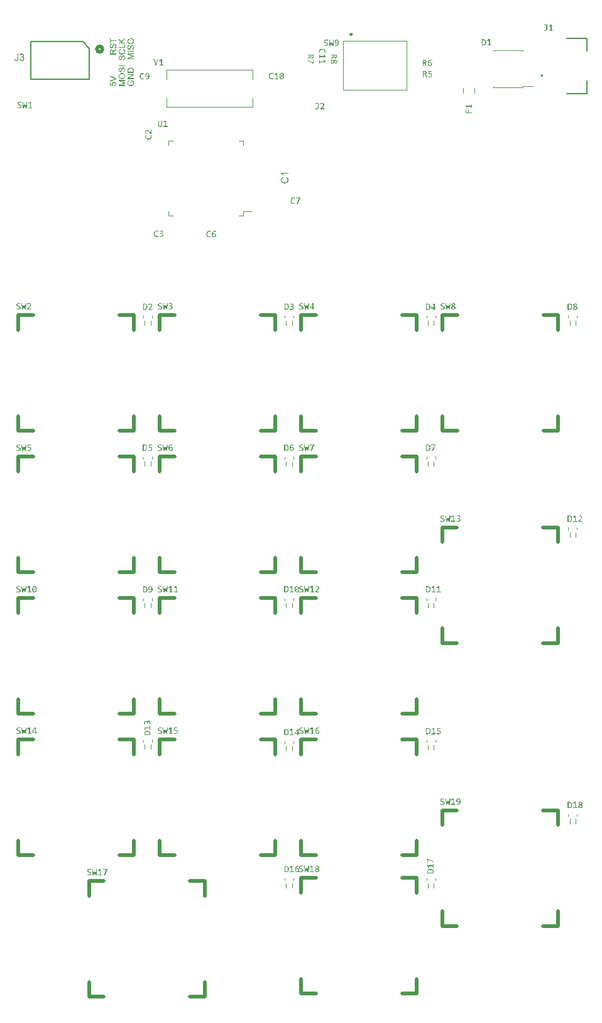
<source format=gto>
G04*
G04 #@! TF.GenerationSoftware,Altium Limited,Altium Designer,22.9.1 (49)*
G04*
G04 Layer_Color=16777215*
%FSLAX44Y44*%
%MOMM*%
G71*
G04*
G04 #@! TF.SameCoordinates,E961C7B3-AF31-4016-A867-0A9A946A4240*
G04*
G04*
G04 #@! TF.FilePolarity,Positive*
G04*
G01*
G75*
%ADD10C,0.5080*%
%ADD11C,0.2504*%
%ADD12C,0.2000*%
%ADD13C,0.1524*%
%ADD14C,0.1000*%
%ADD15C,0.5000*%
%ADD16C,0.1270*%
G36*
X154599Y1330578D02*
X161928D01*
Y1329473D01*
X154599D01*
Y1326734D01*
X153614D01*
Y1333318D01*
X154599D01*
Y1330578D01*
D02*
G37*
G36*
X159837Y1325821D02*
X160006Y1325797D01*
X160198Y1325748D01*
X160402Y1325688D01*
X160618Y1325592D01*
X160847Y1325460D01*
X160859D01*
X160871Y1325448D01*
X160943Y1325388D01*
X161051Y1325304D01*
X161171Y1325184D01*
X161315Y1325028D01*
X161471Y1324835D01*
X161616Y1324619D01*
X161748Y1324367D01*
Y1324355D01*
X161760Y1324331D01*
X161772Y1324295D01*
X161796Y1324247D01*
X161820Y1324175D01*
X161856Y1324091D01*
X161904Y1323898D01*
X161964Y1323670D01*
X162024Y1323394D01*
X162060Y1323093D01*
X162072Y1322769D01*
Y1322577D01*
X162060Y1322481D01*
Y1322372D01*
X162048Y1322252D01*
X162036Y1322108D01*
X161988Y1321808D01*
X161940Y1321496D01*
X161856Y1321183D01*
X161748Y1320883D01*
Y1320871D01*
X161736Y1320847D01*
X161712Y1320811D01*
X161688Y1320763D01*
X161616Y1320618D01*
X161507Y1320450D01*
X161363Y1320258D01*
X161195Y1320054D01*
X160991Y1319861D01*
X160763Y1319681D01*
X160751D01*
X160727Y1319657D01*
X160690Y1319645D01*
X160642Y1319609D01*
X160582Y1319585D01*
X160510Y1319549D01*
X160330Y1319465D01*
X160102Y1319381D01*
X159849Y1319309D01*
X159561Y1319261D01*
X159261Y1319237D01*
X159165Y1320270D01*
X159177D01*
X159189D01*
X159225Y1320282D01*
X159273D01*
X159381Y1320306D01*
X159537Y1320342D01*
X159693Y1320390D01*
X159874Y1320438D01*
X160042Y1320522D01*
X160198Y1320606D01*
X160210Y1320618D01*
X160258Y1320654D01*
X160342Y1320715D01*
X160426Y1320811D01*
X160534Y1320931D01*
X160642Y1321063D01*
X160751Y1321243D01*
X160847Y1321435D01*
Y1321447D01*
X160859Y1321459D01*
X160871Y1321496D01*
X160883Y1321532D01*
X160919Y1321652D01*
X160967Y1321808D01*
X161015Y1322000D01*
X161051Y1322216D01*
X161075Y1322457D01*
X161087Y1322721D01*
Y1322829D01*
X161075Y1322949D01*
X161063Y1323093D01*
X161039Y1323262D01*
X161015Y1323454D01*
X160967Y1323646D01*
X160907Y1323826D01*
X160895Y1323850D01*
X160871Y1323910D01*
X160823Y1323994D01*
X160774Y1324103D01*
X160690Y1324211D01*
X160606Y1324331D01*
X160510Y1324451D01*
X160390Y1324547D01*
X160378Y1324559D01*
X160330Y1324583D01*
X160270Y1324619D01*
X160174Y1324667D01*
X160078Y1324715D01*
X159958Y1324751D01*
X159825Y1324775D01*
X159681Y1324787D01*
X159669D01*
X159609D01*
X159537Y1324775D01*
X159441Y1324763D01*
X159345Y1324727D01*
X159225Y1324691D01*
X159105Y1324631D01*
X158996Y1324547D01*
X158984Y1324535D01*
X158948Y1324499D01*
X158900Y1324451D01*
X158828Y1324367D01*
X158756Y1324271D01*
X158672Y1324139D01*
X158588Y1323982D01*
X158516Y1323802D01*
X158504Y1323790D01*
X158492Y1323730D01*
X158456Y1323634D01*
X158444Y1323574D01*
X158420Y1323490D01*
X158384Y1323406D01*
X158360Y1323298D01*
X158324Y1323177D01*
X158288Y1323033D01*
X158252Y1322889D01*
X158203Y1322721D01*
X158155Y1322529D01*
X158107Y1322325D01*
Y1322312D01*
X158095Y1322276D01*
X158083Y1322216D01*
X158059Y1322144D01*
X158035Y1322048D01*
X158011Y1321940D01*
X157939Y1321700D01*
X157855Y1321435D01*
X157771Y1321159D01*
X157687Y1320919D01*
X157639Y1320811D01*
X157591Y1320715D01*
Y1320703D01*
X157579Y1320690D01*
X157531Y1320618D01*
X157471Y1320510D01*
X157374Y1320390D01*
X157266Y1320246D01*
X157134Y1320102D01*
X156978Y1319958D01*
X156810Y1319837D01*
X156786Y1319825D01*
X156726Y1319789D01*
X156630Y1319741D01*
X156510Y1319693D01*
X156353Y1319645D01*
X156173Y1319597D01*
X155981Y1319561D01*
X155777Y1319549D01*
X155765D01*
X155753D01*
X155717D01*
X155668D01*
X155548Y1319573D01*
X155392Y1319597D01*
X155212Y1319633D01*
X155008Y1319693D01*
X154803Y1319777D01*
X154599Y1319898D01*
X154587D01*
X154575Y1319910D01*
X154503Y1319970D01*
X154407Y1320054D01*
X154287Y1320162D01*
X154155Y1320306D01*
X154010Y1320486D01*
X153878Y1320703D01*
X153758Y1320943D01*
Y1320955D01*
X153746Y1320979D01*
X153734Y1321015D01*
X153710Y1321063D01*
X153686Y1321123D01*
X153662Y1321207D01*
X153614Y1321387D01*
X153566Y1321616D01*
X153518Y1321880D01*
X153482Y1322156D01*
X153470Y1322469D01*
Y1322625D01*
X153482Y1322709D01*
Y1322793D01*
X153506Y1323021D01*
X153542Y1323274D01*
X153602Y1323538D01*
X153674Y1323826D01*
X153770Y1324091D01*
Y1324103D01*
X153782Y1324127D01*
X153806Y1324163D01*
X153830Y1324211D01*
X153890Y1324331D01*
X153998Y1324487D01*
X154119Y1324667D01*
X154275Y1324847D01*
X154455Y1325016D01*
X154659Y1325172D01*
X154671D01*
X154683Y1325184D01*
X154719Y1325208D01*
X154755Y1325232D01*
X154876Y1325292D01*
X155032Y1325364D01*
X155224Y1325448D01*
X155452Y1325508D01*
X155693Y1325568D01*
X155957Y1325592D01*
X156041Y1324535D01*
X156029D01*
X156005D01*
X155969Y1324523D01*
X155909Y1324511D01*
X155777Y1324475D01*
X155596Y1324427D01*
X155404Y1324355D01*
X155212Y1324247D01*
X155032Y1324115D01*
X154864Y1323946D01*
X154852Y1323922D01*
X154803Y1323862D01*
X154731Y1323742D01*
X154659Y1323586D01*
X154587Y1323382D01*
X154515Y1323141D01*
X154467Y1322841D01*
X154455Y1322505D01*
Y1322336D01*
X154467Y1322264D01*
X154479Y1322168D01*
X154503Y1321952D01*
X154551Y1321712D01*
X154611Y1321471D01*
X154707Y1321243D01*
X154767Y1321147D01*
X154827Y1321051D01*
X154839Y1321027D01*
X154888Y1320979D01*
X154972Y1320907D01*
X155068Y1320835D01*
X155200Y1320751D01*
X155344Y1320679D01*
X155512Y1320630D01*
X155704Y1320606D01*
X155729D01*
X155777D01*
X155861Y1320618D01*
X155957Y1320643D01*
X156077Y1320679D01*
X156197Y1320739D01*
X156317Y1320811D01*
X156437Y1320919D01*
X156449Y1320931D01*
X156486Y1320991D01*
X156522Y1321039D01*
X156545Y1321087D01*
X156582Y1321159D01*
X156630Y1321243D01*
X156666Y1321351D01*
X156714Y1321471D01*
X156762Y1321604D01*
X156822Y1321760D01*
X156870Y1321928D01*
X156930Y1322120D01*
X156978Y1322336D01*
X157038Y1322577D01*
Y1322589D01*
X157050Y1322637D01*
X157062Y1322709D01*
X157086Y1322793D01*
X157110Y1322901D01*
X157146Y1323033D01*
X157182Y1323165D01*
X157218Y1323310D01*
X157302Y1323622D01*
X157387Y1323922D01*
X157435Y1324066D01*
X157483Y1324199D01*
X157519Y1324319D01*
X157567Y1324415D01*
Y1324427D01*
X157579Y1324451D01*
X157603Y1324487D01*
X157627Y1324535D01*
X157699Y1324667D01*
X157795Y1324823D01*
X157927Y1325004D01*
X158071Y1325184D01*
X158239Y1325352D01*
X158420Y1325496D01*
X158444Y1325508D01*
X158504Y1325556D01*
X158612Y1325604D01*
X158756Y1325676D01*
X158924Y1325737D01*
X159129Y1325797D01*
X159357Y1325833D01*
X159597Y1325845D01*
X159609D01*
X159621D01*
X159657D01*
X159705D01*
X159837Y1325821D01*
D02*
G37*
G36*
X161928Y1317170D02*
X160198Y1316077D01*
X160186D01*
X160162Y1316053D01*
X160126Y1316029D01*
X160078Y1315993D01*
X159946Y1315909D01*
X159777Y1315801D01*
X159597Y1315669D01*
X159405Y1315536D01*
X159225Y1315404D01*
X159057Y1315284D01*
X159045Y1315272D01*
X158996Y1315236D01*
X158924Y1315176D01*
X158840Y1315092D01*
X158660Y1314912D01*
X158576Y1314816D01*
X158504Y1314720D01*
X158492Y1314707D01*
X158480Y1314683D01*
X158456Y1314635D01*
X158420Y1314563D01*
X158384Y1314491D01*
X158348Y1314407D01*
X158288Y1314215D01*
Y1314203D01*
X158276Y1314179D01*
Y1314131D01*
X158264Y1314071D01*
X158252Y1313987D01*
Y1313891D01*
X158239Y1313758D01*
Y1312341D01*
X161928D01*
Y1311235D01*
X153614D01*
Y1315092D01*
X153626Y1315188D01*
Y1315296D01*
X153638Y1315548D01*
X153674Y1315813D01*
X153710Y1316101D01*
X153770Y1316365D01*
X153806Y1316498D01*
X153842Y1316606D01*
Y1316618D01*
X153854Y1316630D01*
X153890Y1316702D01*
X153939Y1316810D01*
X154023Y1316942D01*
X154131Y1317086D01*
X154275Y1317242D01*
X154443Y1317387D01*
X154635Y1317531D01*
X154647D01*
X154659Y1317543D01*
X154731Y1317591D01*
X154852Y1317639D01*
X155008Y1317711D01*
X155188Y1317771D01*
X155404Y1317831D01*
X155632Y1317867D01*
X155885Y1317879D01*
X155897D01*
X155921D01*
X155969D01*
X156029Y1317867D01*
X156113D01*
X156197Y1317855D01*
X156401Y1317807D01*
X156642Y1317735D01*
X156894Y1317639D01*
X157146Y1317495D01*
X157266Y1317399D01*
X157387Y1317303D01*
X157399Y1317290D01*
X157411Y1317278D01*
X157447Y1317242D01*
X157483Y1317194D01*
X157531Y1317134D01*
X157579Y1317062D01*
X157639Y1316966D01*
X157711Y1316870D01*
X157771Y1316750D01*
X157831Y1316618D01*
X157903Y1316474D01*
X157963Y1316317D01*
X158011Y1316137D01*
X158071Y1315957D01*
X158107Y1315753D01*
X158143Y1315536D01*
X158155Y1315560D01*
X158180Y1315609D01*
X158228Y1315681D01*
X158276Y1315777D01*
X158408Y1315993D01*
X158492Y1316101D01*
X158564Y1316197D01*
X158588Y1316221D01*
X158648Y1316281D01*
X158744Y1316377D01*
X158864Y1316498D01*
X159032Y1316630D01*
X159213Y1316786D01*
X159429Y1316942D01*
X159669Y1317110D01*
X161928Y1318540D01*
Y1317170D01*
D02*
G37*
G36*
X161856Y1279392D02*
Y1278239D01*
X153542Y1275019D01*
Y1276221D01*
X159585Y1278383D01*
X159597D01*
X159621Y1278395D01*
X159657Y1278407D01*
X159705Y1278431D01*
X159777Y1278443D01*
X159850Y1278467D01*
X160030Y1278527D01*
X160234Y1278599D01*
X160462Y1278671D01*
X160943Y1278816D01*
X160931D01*
X160907Y1278828D01*
X160871Y1278840D01*
X160823Y1278852D01*
X160690Y1278888D01*
X160510Y1278948D01*
X160306Y1279008D01*
X160078Y1279080D01*
X159838Y1279164D01*
X159585Y1279260D01*
X153542Y1281519D01*
Y1282636D01*
X161856Y1279392D01*
D02*
G37*
G36*
X159237Y1274502D02*
X159333Y1274491D01*
X159441Y1274479D01*
X159573Y1274454D01*
X159705Y1274430D01*
X160018Y1274358D01*
X160342Y1274238D01*
X160510Y1274166D01*
X160666Y1274070D01*
X160835Y1273974D01*
X160991Y1273854D01*
X161003Y1273842D01*
X161039Y1273818D01*
X161087Y1273770D01*
X161147Y1273710D01*
X161219Y1273625D01*
X161315Y1273529D01*
X161399Y1273409D01*
X161495Y1273277D01*
X161591Y1273133D01*
X161676Y1272965D01*
X161760Y1272785D01*
X161844Y1272592D01*
X161904Y1272388D01*
X161952Y1272160D01*
X161988Y1271919D01*
X162000Y1271667D01*
Y1271559D01*
X161988Y1271475D01*
X161976Y1271379D01*
X161964Y1271271D01*
X161952Y1271139D01*
X161916Y1271006D01*
X161844Y1270706D01*
X161736Y1270406D01*
X161664Y1270249D01*
X161579Y1270093D01*
X161483Y1269949D01*
X161375Y1269805D01*
X161363Y1269793D01*
X161351Y1269769D01*
X161303Y1269745D01*
X161255Y1269697D01*
X161195Y1269637D01*
X161123Y1269577D01*
X161027Y1269505D01*
X160919Y1269445D01*
X160811Y1269372D01*
X160678Y1269300D01*
X160390Y1269168D01*
X160054Y1269060D01*
X159874Y1269024D01*
X159681Y1269000D01*
X159597Y1270069D01*
X159609D01*
X159633D01*
X159669Y1270081D01*
X159729Y1270093D01*
X159861Y1270129D01*
X160042Y1270177D01*
X160222Y1270249D01*
X160426Y1270346D01*
X160606Y1270466D01*
X160775Y1270610D01*
X160787Y1270634D01*
X160835Y1270682D01*
X160895Y1270778D01*
X160967Y1270910D01*
X161039Y1271055D01*
X161099Y1271235D01*
X161147Y1271439D01*
X161159Y1271667D01*
Y1271739D01*
X161147Y1271787D01*
X161135Y1271932D01*
X161087Y1272100D01*
X161027Y1272304D01*
X160931Y1272508D01*
X160787Y1272724D01*
X160702Y1272821D01*
X160606Y1272917D01*
X160594Y1272929D01*
X160582Y1272941D01*
X160546Y1272965D01*
X160510Y1273001D01*
X160378Y1273085D01*
X160210Y1273181D01*
X160006Y1273265D01*
X159753Y1273349D01*
X159453Y1273409D01*
X159297Y1273433D01*
X159129D01*
X159117D01*
X159093D01*
X159045D01*
X158984Y1273421D01*
X158912D01*
X158828Y1273409D01*
X158636Y1273373D01*
X158408Y1273313D01*
X158180Y1273229D01*
X157963Y1273109D01*
X157759Y1272941D01*
X157747D01*
X157735Y1272917D01*
X157675Y1272857D01*
X157591Y1272748D01*
X157495Y1272604D01*
X157411Y1272412D01*
X157326Y1272196D01*
X157266Y1271944D01*
X157242Y1271799D01*
Y1271571D01*
X157254Y1271475D01*
X157266Y1271355D01*
X157303Y1271211D01*
X157338Y1271067D01*
X157399Y1270910D01*
X157471Y1270754D01*
X157483Y1270742D01*
X157507Y1270694D01*
X157567Y1270622D01*
X157627Y1270526D01*
X157711Y1270430D01*
X157819Y1270334D01*
X157927Y1270226D01*
X158059Y1270141D01*
X157927Y1269180D01*
X153650Y1269985D01*
Y1274118D01*
X154623D01*
Y1270790D01*
X156870Y1270346D01*
X156858Y1270358D01*
X156846Y1270382D01*
X156822Y1270418D01*
X156786Y1270478D01*
X156750Y1270550D01*
X156702Y1270634D01*
X156606Y1270826D01*
X156510Y1271067D01*
X156425Y1271331D01*
X156365Y1271619D01*
X156341Y1271763D01*
Y1272028D01*
X156353Y1272100D01*
X156365Y1272196D01*
X156377Y1272304D01*
X156401Y1272424D01*
X156437Y1272556D01*
X156522Y1272845D01*
X156582Y1273001D01*
X156666Y1273157D01*
X156750Y1273313D01*
X156846Y1273469D01*
X156966Y1273614D01*
X157098Y1273758D01*
X157110Y1273770D01*
X157134Y1273794D01*
X157170Y1273830D01*
X157230Y1273878D01*
X157315Y1273938D01*
X157399Y1273998D01*
X157507Y1274070D01*
X157627Y1274142D01*
X157759Y1274202D01*
X157903Y1274274D01*
X158071Y1274334D01*
X158240Y1274394D01*
X158420Y1274443D01*
X158624Y1274479D01*
X158828Y1274502D01*
X159045Y1274514D01*
X159057D01*
X159093D01*
X159153D01*
X159237Y1274502D01*
D02*
G37*
G36*
X181903Y1293569D02*
X181999D01*
X182227Y1293557D01*
X182492Y1293521D01*
X182768Y1293485D01*
X183057Y1293425D01*
X183345Y1293353D01*
X183357D01*
X183381Y1293341D01*
X183417Y1293329D01*
X183465Y1293317D01*
X183597Y1293269D01*
X183765Y1293197D01*
X183958Y1293125D01*
X184150Y1293028D01*
X184354Y1292908D01*
X184546Y1292788D01*
X184570Y1292776D01*
X184630Y1292728D01*
X184714Y1292656D01*
X184823Y1292560D01*
X184943Y1292452D01*
X185063Y1292320D01*
X185195Y1292187D01*
X185303Y1292031D01*
X185315Y1292007D01*
X185351Y1291959D01*
X185399Y1291875D01*
X185459Y1291755D01*
X185531Y1291611D01*
X185592Y1291443D01*
X185664Y1291250D01*
X185724Y1291034D01*
Y1291010D01*
X185736Y1290974D01*
X185748Y1290938D01*
X185760Y1290818D01*
X185784Y1290650D01*
X185808Y1290457D01*
X185832Y1290229D01*
X185844Y1289977D01*
X185856Y1289700D01*
Y1286709D01*
X177542D01*
Y1289905D01*
X177554Y1290121D01*
X177566Y1290361D01*
X177590Y1290602D01*
X177626Y1290842D01*
X177662Y1291046D01*
Y1291058D01*
X177674Y1291082D01*
Y1291118D01*
X177698Y1291166D01*
X177734Y1291298D01*
X177794Y1291467D01*
X177878Y1291659D01*
X177987Y1291863D01*
X178107Y1292067D01*
X178263Y1292260D01*
X178275Y1292272D01*
X178287Y1292283D01*
X178323Y1292320D01*
X178359Y1292368D01*
X178479Y1292488D01*
X178647Y1292632D01*
X178852Y1292788D01*
X179092Y1292956D01*
X179368Y1293112D01*
X179681Y1293245D01*
X179692D01*
X179716Y1293257D01*
X179765Y1293281D01*
X179837Y1293293D01*
X179921Y1293329D01*
X180017Y1293353D01*
X180125Y1293377D01*
X180257Y1293413D01*
X180389Y1293449D01*
X180546Y1293473D01*
X180882Y1293533D01*
X181254Y1293569D01*
X181663Y1293581D01*
X181675D01*
X181699D01*
X181759D01*
X181819D01*
X181903Y1293569D01*
D02*
G37*
G36*
X185856Y1283717D02*
X179332Y1279368D01*
X185856D01*
Y1278311D01*
X177542D01*
Y1279440D01*
X184078Y1283802D01*
X177542D01*
Y1284859D01*
X185856D01*
Y1283717D01*
D02*
G37*
G36*
X184714Y1276689D02*
X184727Y1276665D01*
X184762Y1276617D01*
X184811Y1276557D01*
X184859Y1276485D01*
X184919Y1276401D01*
X184991Y1276293D01*
X185063Y1276184D01*
X185219Y1275932D01*
X185387Y1275644D01*
X185543Y1275343D01*
X185676Y1275019D01*
Y1275007D01*
X185688Y1274983D01*
X185700Y1274935D01*
X185724Y1274875D01*
X185748Y1274791D01*
X185784Y1274695D01*
X185808Y1274587D01*
X185832Y1274479D01*
X185892Y1274214D01*
X185952Y1273914D01*
X185988Y1273589D01*
X186000Y1273253D01*
Y1273133D01*
X185988Y1273049D01*
Y1272941D01*
X185976Y1272809D01*
X185952Y1272664D01*
X185940Y1272508D01*
X185868Y1272160D01*
X185784Y1271787D01*
X185651Y1271403D01*
X185579Y1271211D01*
X185483Y1271018D01*
X185471Y1271006D01*
X185459Y1270970D01*
X185423Y1270922D01*
X185387Y1270850D01*
X185327Y1270766D01*
X185267Y1270682D01*
X185099Y1270454D01*
X184883Y1270213D01*
X184618Y1269961D01*
X184318Y1269721D01*
X183970Y1269505D01*
X183958D01*
X183922Y1269481D01*
X183873Y1269457D01*
X183789Y1269420D01*
X183705Y1269385D01*
X183585Y1269348D01*
X183465Y1269300D01*
X183321Y1269252D01*
X183165Y1269204D01*
X182984Y1269156D01*
X182804Y1269120D01*
X182612Y1269084D01*
X182192Y1269024D01*
X181747Y1269000D01*
X181735D01*
X181687D01*
X181627D01*
X181543Y1269012D01*
X181435D01*
X181302Y1269024D01*
X181170Y1269048D01*
X181014Y1269060D01*
X180846Y1269096D01*
X180666Y1269120D01*
X180281Y1269216D01*
X179885Y1269336D01*
X179488Y1269505D01*
X179476Y1269517D01*
X179440Y1269529D01*
X179392Y1269553D01*
X179320Y1269601D01*
X179224Y1269649D01*
X179128Y1269709D01*
X178900Y1269877D01*
X178635Y1270081D01*
X178383Y1270334D01*
X178131Y1270622D01*
X178022Y1270790D01*
X177914Y1270958D01*
X177902Y1270970D01*
X177890Y1271006D01*
X177866Y1271055D01*
X177830Y1271126D01*
X177794Y1271223D01*
X177746Y1271331D01*
X177698Y1271451D01*
X177650Y1271595D01*
X177602Y1271751D01*
X177566Y1271919D01*
X177518Y1272100D01*
X177482Y1272292D01*
X177422Y1272712D01*
X177398Y1272929D01*
Y1273313D01*
X177410Y1273385D01*
Y1273481D01*
X177434Y1273710D01*
X177470Y1273962D01*
X177530Y1274226D01*
X177602Y1274514D01*
X177698Y1274791D01*
Y1274803D01*
X177710Y1274827D01*
X177722Y1274863D01*
X177746Y1274911D01*
X177818Y1275043D01*
X177902Y1275211D01*
X178022Y1275392D01*
X178167Y1275584D01*
X178323Y1275764D01*
X178515Y1275932D01*
X178539Y1275956D01*
X178611Y1276004D01*
X178719Y1276076D01*
X178876Y1276172D01*
X179068Y1276269D01*
X179308Y1276377D01*
X179572Y1276485D01*
X179873Y1276569D01*
X180137Y1275572D01*
X180125D01*
X180113Y1275560D01*
X180077Y1275548D01*
X180029Y1275536D01*
X179921Y1275500D01*
X179777Y1275452D01*
X179608Y1275380D01*
X179452Y1275295D01*
X179284Y1275211D01*
X179140Y1275103D01*
X179128Y1275091D01*
X179080Y1275055D01*
X179020Y1274983D01*
X178936Y1274899D01*
X178839Y1274791D01*
X178743Y1274647D01*
X178647Y1274491D01*
X178563Y1274310D01*
X178551Y1274286D01*
X178527Y1274226D01*
X178491Y1274118D01*
X178443Y1273974D01*
X178407Y1273806D01*
X178371Y1273614D01*
X178347Y1273397D01*
X178335Y1273169D01*
Y1273037D01*
X178347Y1272977D01*
Y1272905D01*
X178359Y1272724D01*
X178395Y1272520D01*
X178431Y1272292D01*
X178491Y1272076D01*
X178575Y1271859D01*
X178587Y1271835D01*
X178611Y1271763D01*
X178671Y1271667D01*
X178731Y1271547D01*
X178827Y1271403D01*
X178924Y1271247D01*
X179044Y1271103D01*
X179176Y1270970D01*
X179188Y1270958D01*
X179236Y1270910D01*
X179320Y1270850D01*
X179416Y1270778D01*
X179536Y1270694D01*
X179681Y1270610D01*
X179837Y1270526D01*
X180005Y1270442D01*
X180017D01*
X180041Y1270430D01*
X180077Y1270418D01*
X180137Y1270394D01*
X180209Y1270370D01*
X180293Y1270346D01*
X180389Y1270310D01*
X180497Y1270285D01*
X180750Y1270226D01*
X181038Y1270177D01*
X181338Y1270141D01*
X181675Y1270129D01*
X181687D01*
X181723D01*
X181783D01*
X181855Y1270141D01*
X181951D01*
X182071Y1270153D01*
X182192Y1270165D01*
X182324Y1270177D01*
X182624Y1270226D01*
X182936Y1270285D01*
X183249Y1270382D01*
X183549Y1270502D01*
X183561D01*
X183585Y1270526D01*
X183621Y1270538D01*
X183669Y1270574D01*
X183801Y1270658D01*
X183970Y1270790D01*
X184150Y1270946D01*
X184330Y1271139D01*
X184498Y1271367D01*
X184654Y1271619D01*
Y1271631D01*
X184666Y1271655D01*
X184690Y1271691D01*
X184714Y1271751D01*
X184739Y1271811D01*
X184762Y1271895D01*
X184835Y1272088D01*
X184895Y1272328D01*
X184955Y1272592D01*
X185003Y1272881D01*
X185015Y1273181D01*
Y1273301D01*
X185003Y1273373D01*
Y1273445D01*
X184979Y1273625D01*
X184955Y1273842D01*
X184907Y1274070D01*
X184835Y1274322D01*
X184750Y1274575D01*
Y1274587D01*
X184739Y1274611D01*
X184727Y1274635D01*
X184702Y1274683D01*
X184642Y1274815D01*
X184570Y1274959D01*
X184486Y1275127D01*
X184390Y1275307D01*
X184282Y1275476D01*
X184162Y1275620D01*
X182600D01*
Y1273169D01*
X181615D01*
Y1276701D01*
X184702D01*
X184714Y1276689D01*
D02*
G37*
G36*
X35151Y1312569D02*
X35334Y1312541D01*
X35560Y1312499D01*
X35814Y1312428D01*
X36067Y1312344D01*
X36321Y1312231D01*
X36335D01*
X36349Y1312217D01*
X36434Y1312175D01*
X36561Y1312090D01*
X36702Y1311991D01*
X36871Y1311850D01*
X37040Y1311695D01*
X37209Y1311512D01*
X37350Y1311301D01*
X37364Y1311272D01*
X37407Y1311202D01*
X37463Y1311075D01*
X37534Y1310920D01*
X37604Y1310737D01*
X37660Y1310525D01*
X37703Y1310285D01*
X37717Y1310046D01*
Y1310018D01*
Y1309933D01*
X37703Y1309820D01*
X37675Y1309665D01*
X37632Y1309482D01*
X37562Y1309285D01*
X37477Y1309087D01*
X37364Y1308890D01*
X37350Y1308862D01*
X37308Y1308805D01*
X37223Y1308707D01*
X37111Y1308594D01*
X36970Y1308467D01*
X36800Y1308326D01*
X36603Y1308199D01*
X36363Y1308072D01*
X36378D01*
X36406Y1308058D01*
X36448Y1308044D01*
X36504Y1308030D01*
X36660Y1307974D01*
X36857Y1307889D01*
X37082Y1307776D01*
X37308Y1307635D01*
X37519Y1307452D01*
X37717Y1307240D01*
X37731Y1307212D01*
X37787Y1307128D01*
X37872Y1306987D01*
X37956Y1306803D01*
X38041Y1306578D01*
X38126Y1306310D01*
X38182Y1306000D01*
X38196Y1305662D01*
Y1305648D01*
Y1305605D01*
Y1305535D01*
X38182Y1305450D01*
X38168Y1305337D01*
X38140Y1305211D01*
X38112Y1305070D01*
X38083Y1304915D01*
X37970Y1304576D01*
X37886Y1304393D01*
X37801Y1304224D01*
X37689Y1304041D01*
X37562Y1303857D01*
X37421Y1303674D01*
X37252Y1303505D01*
X37238Y1303491D01*
X37209Y1303463D01*
X37153Y1303420D01*
X37082Y1303364D01*
X36998Y1303293D01*
X36885Y1303223D01*
X36758Y1303138D01*
X36603Y1303068D01*
X36448Y1302983D01*
X36265Y1302899D01*
X36082Y1302828D01*
X35870Y1302758D01*
X35645Y1302701D01*
X35405Y1302659D01*
X35165Y1302631D01*
X34897Y1302617D01*
X34771D01*
X34686Y1302631D01*
X34573Y1302645D01*
X34446Y1302659D01*
X34305Y1302687D01*
X34150Y1302715D01*
X33812Y1302800D01*
X33459Y1302941D01*
X33276Y1303026D01*
X33107Y1303124D01*
X32938Y1303251D01*
X32769Y1303378D01*
X32755Y1303392D01*
X32727Y1303420D01*
X32684Y1303463D01*
X32642Y1303519D01*
X32571Y1303589D01*
X32501Y1303688D01*
X32416Y1303787D01*
X32332Y1303914D01*
X32247Y1304055D01*
X32163Y1304196D01*
X32008Y1304534D01*
X31881Y1304929D01*
X31838Y1305140D01*
X31810Y1305366D01*
X33008Y1305521D01*
Y1305507D01*
X33022Y1305478D01*
X33037Y1305422D01*
X33051Y1305352D01*
X33065Y1305267D01*
X33093Y1305168D01*
X33163Y1304957D01*
X33262Y1304703D01*
X33389Y1304463D01*
X33530Y1304238D01*
X33699Y1304041D01*
X33727Y1304026D01*
X33784Y1303970D01*
X33897Y1303900D01*
X34037Y1303829D01*
X34207Y1303745D01*
X34418Y1303674D01*
X34658Y1303618D01*
X34911Y1303604D01*
X34996D01*
X35052Y1303618D01*
X35208Y1303632D01*
X35405Y1303674D01*
X35630Y1303745D01*
X35870Y1303843D01*
X36110Y1303984D01*
X36335Y1304182D01*
X36363Y1304210D01*
X36434Y1304294D01*
X36518Y1304421D01*
X36631Y1304590D01*
X36744Y1304802D01*
X36829Y1305041D01*
X36899Y1305323D01*
X36927Y1305634D01*
Y1305648D01*
Y1305676D01*
Y1305718D01*
X36913Y1305775D01*
X36899Y1305930D01*
X36857Y1306113D01*
X36800Y1306338D01*
X36702Y1306564D01*
X36561Y1306789D01*
X36378Y1307001D01*
X36349Y1307029D01*
X36279Y1307086D01*
X36166Y1307170D01*
X36011Y1307269D01*
X35814Y1307367D01*
X35574Y1307452D01*
X35306Y1307508D01*
X35010Y1307537D01*
X34883D01*
X34785Y1307522D01*
X34658Y1307508D01*
X34517Y1307480D01*
X34348Y1307452D01*
X34164Y1307410D01*
X34305Y1308467D01*
X34376D01*
X34432Y1308453D01*
X34615D01*
X34771Y1308481D01*
X34954Y1308509D01*
X35165Y1308552D01*
X35405Y1308622D01*
X35630Y1308721D01*
X35870Y1308848D01*
X35884D01*
X35898Y1308862D01*
X35969Y1308918D01*
X36067Y1309017D01*
X36180Y1309144D01*
X36293Y1309327D01*
X36392Y1309538D01*
X36462Y1309778D01*
X36490Y1309919D01*
Y1310074D01*
Y1310088D01*
Y1310102D01*
Y1310187D01*
X36462Y1310300D01*
X36434Y1310455D01*
X36378Y1310624D01*
X36307Y1310807D01*
X36194Y1310990D01*
X36039Y1311160D01*
X36025Y1311174D01*
X35955Y1311230D01*
X35856Y1311301D01*
X35729Y1311385D01*
X35560Y1311456D01*
X35363Y1311526D01*
X35137Y1311582D01*
X34883Y1311597D01*
X34771D01*
X34644Y1311568D01*
X34474Y1311540D01*
X34291Y1311484D01*
X34108Y1311413D01*
X33911Y1311301D01*
X33727Y1311160D01*
X33713Y1311145D01*
X33657Y1311075D01*
X33572Y1310976D01*
X33474Y1310835D01*
X33375Y1310652D01*
X33276Y1310426D01*
X33192Y1310159D01*
X33135Y1309848D01*
X31937Y1310060D01*
Y1310074D01*
X31951Y1310116D01*
X31965Y1310173D01*
X31979Y1310257D01*
X32008Y1310356D01*
X32050Y1310469D01*
X32134Y1310737D01*
X32275Y1311047D01*
X32445Y1311357D01*
X32656Y1311653D01*
X32924Y1311921D01*
X32938Y1311935D01*
X32966Y1311949D01*
X33008Y1311977D01*
X33065Y1312019D01*
X33135Y1312076D01*
X33234Y1312132D01*
X33333Y1312189D01*
X33459Y1312259D01*
X33741Y1312372D01*
X34066Y1312485D01*
X34446Y1312555D01*
X34644Y1312583D01*
X34996D01*
X35151Y1312569D01*
D02*
G37*
G36*
X30175Y1305887D02*
Y1305873D01*
Y1305831D01*
Y1305775D01*
Y1305690D01*
X30161Y1305577D01*
Y1305464D01*
X30133Y1305197D01*
X30104Y1304886D01*
X30048Y1304562D01*
X29963Y1304266D01*
X29865Y1303984D01*
Y1303970D01*
X29851Y1303956D01*
X29808Y1303871D01*
X29738Y1303759D01*
X29639Y1303604D01*
X29498Y1303448D01*
X29343Y1303279D01*
X29146Y1303110D01*
X28920Y1302969D01*
X28892Y1302955D01*
X28807Y1302913D01*
X28681Y1302856D01*
X28497Y1302800D01*
X28272Y1302729D01*
X28018Y1302673D01*
X27736Y1302631D01*
X27426Y1302617D01*
X27299D01*
X27215Y1302631D01*
X27102Y1302645D01*
X26989Y1302659D01*
X26693Y1302715D01*
X26383Y1302800D01*
X26059Y1302927D01*
X25889Y1303011D01*
X25734Y1303110D01*
X25593Y1303223D01*
X25452Y1303350D01*
X25438Y1303364D01*
X25424Y1303378D01*
X25396Y1303434D01*
X25354Y1303491D01*
X25297Y1303561D01*
X25241Y1303660D01*
X25185Y1303773D01*
X25114Y1303900D01*
X25058Y1304041D01*
X25001Y1304210D01*
X24945Y1304379D01*
X24889Y1304576D01*
X24860Y1304788D01*
X24818Y1305027D01*
X24804Y1305267D01*
Y1305535D01*
X25974Y1305704D01*
Y1305690D01*
Y1305662D01*
Y1305605D01*
X25988Y1305521D01*
X26002Y1305436D01*
Y1305337D01*
X26044Y1305098D01*
X26087Y1304844D01*
X26171Y1304590D01*
X26256Y1304365D01*
X26312Y1304266D01*
X26383Y1304182D01*
X26397Y1304167D01*
X26453Y1304125D01*
X26538Y1304055D01*
X26651Y1303984D01*
X26806Y1303900D01*
X26975Y1303843D01*
X27186Y1303787D01*
X27412Y1303773D01*
X27497D01*
X27581Y1303787D01*
X27708Y1303801D01*
X27835Y1303829D01*
X27976Y1303857D01*
X28117Y1303914D01*
X28258Y1303984D01*
X28272Y1303998D01*
X28314Y1304026D01*
X28370Y1304083D01*
X28455Y1304139D01*
X28526Y1304238D01*
X28610Y1304337D01*
X28681Y1304449D01*
X28737Y1304590D01*
Y1304604D01*
X28765Y1304661D01*
X28779Y1304760D01*
X28807Y1304886D01*
X28836Y1305056D01*
X28850Y1305267D01*
X28878Y1305521D01*
Y1305817D01*
Y1312541D01*
X30175D01*
Y1305887D01*
D02*
G37*
G36*
X173856Y1295684D02*
X165542D01*
Y1296789D01*
X173856D01*
Y1295684D01*
D02*
G37*
G36*
X171765Y1293965D02*
X171934Y1293941D01*
X172126Y1293893D01*
X172330Y1293833D01*
X172546Y1293737D01*
X172775Y1293605D01*
X172787D01*
X172799Y1293593D01*
X172871Y1293533D01*
X172979Y1293449D01*
X173099Y1293329D01*
X173243Y1293173D01*
X173399Y1292980D01*
X173543Y1292764D01*
X173676Y1292512D01*
Y1292500D01*
X173688Y1292476D01*
X173700Y1292440D01*
X173724Y1292392D01*
X173748Y1292320D01*
X173784Y1292236D01*
X173832Y1292043D01*
X173892Y1291815D01*
X173952Y1291539D01*
X173988Y1291238D01*
X174000Y1290914D01*
Y1290722D01*
X173988Y1290626D01*
Y1290517D01*
X173976Y1290397D01*
X173964Y1290253D01*
X173916Y1289953D01*
X173868Y1289640D01*
X173784Y1289328D01*
X173676Y1289028D01*
Y1289016D01*
X173664Y1288992D01*
X173640Y1288956D01*
X173616Y1288908D01*
X173543Y1288763D01*
X173435Y1288595D01*
X173291Y1288403D01*
X173123Y1288199D01*
X172919Y1288006D01*
X172691Y1287826D01*
X172678D01*
X172654Y1287802D01*
X172618Y1287790D01*
X172570Y1287754D01*
X172510Y1287730D01*
X172438Y1287694D01*
X172258Y1287610D01*
X172030Y1287526D01*
X171777Y1287454D01*
X171489Y1287406D01*
X171189Y1287382D01*
X171093Y1288415D01*
X171105D01*
X171117D01*
X171153Y1288427D01*
X171201D01*
X171309Y1288451D01*
X171465Y1288487D01*
X171621Y1288535D01*
X171801Y1288583D01*
X171970Y1288667D01*
X172126Y1288751D01*
X172138Y1288763D01*
X172186Y1288799D01*
X172270Y1288860D01*
X172354Y1288956D01*
X172462Y1289076D01*
X172570Y1289208D01*
X172678Y1289388D01*
X172775Y1289580D01*
Y1289592D01*
X172787Y1289604D01*
X172799Y1289640D01*
X172811Y1289677D01*
X172847Y1289797D01*
X172895Y1289953D01*
X172943Y1290145D01*
X172979Y1290361D01*
X173003Y1290602D01*
X173015Y1290866D01*
Y1290974D01*
X173003Y1291094D01*
X172991Y1291238D01*
X172967Y1291407D01*
X172943Y1291599D01*
X172895Y1291791D01*
X172835Y1291971D01*
X172823Y1291995D01*
X172799Y1292055D01*
X172750Y1292139D01*
X172703Y1292247D01*
X172618Y1292356D01*
X172534Y1292476D01*
X172438Y1292596D01*
X172318Y1292692D01*
X172306Y1292704D01*
X172258Y1292728D01*
X172198Y1292764D01*
X172102Y1292812D01*
X172006Y1292860D01*
X171886Y1292896D01*
X171753Y1292920D01*
X171609Y1292932D01*
X171597D01*
X171537D01*
X171465Y1292920D01*
X171369Y1292908D01*
X171273Y1292872D01*
X171153Y1292836D01*
X171033Y1292776D01*
X170924Y1292692D01*
X170912Y1292680D01*
X170876Y1292644D01*
X170828Y1292596D01*
X170756Y1292512D01*
X170684Y1292416D01*
X170600Y1292283D01*
X170516Y1292127D01*
X170444Y1291947D01*
X170432Y1291935D01*
X170420Y1291875D01*
X170384Y1291779D01*
X170372Y1291719D01*
X170348Y1291635D01*
X170312Y1291551D01*
X170288Y1291443D01*
X170252Y1291322D01*
X170215Y1291178D01*
X170180Y1291034D01*
X170131Y1290866D01*
X170083Y1290674D01*
X170035Y1290469D01*
Y1290457D01*
X170023Y1290421D01*
X170011Y1290361D01*
X169987Y1290289D01*
X169963Y1290193D01*
X169939Y1290085D01*
X169867Y1289845D01*
X169783Y1289580D01*
X169699Y1289304D01*
X169615Y1289064D01*
X169567Y1288956D01*
X169519Y1288860D01*
Y1288848D01*
X169507Y1288835D01*
X169459Y1288763D01*
X169399Y1288655D01*
X169303Y1288535D01*
X169194Y1288391D01*
X169062Y1288247D01*
X168906Y1288103D01*
X168738Y1287982D01*
X168714Y1287970D01*
X168654Y1287934D01*
X168558Y1287886D01*
X168437Y1287838D01*
X168281Y1287790D01*
X168101Y1287742D01*
X167909Y1287706D01*
X167705Y1287694D01*
X167693D01*
X167680D01*
X167645D01*
X167596D01*
X167476Y1287718D01*
X167320Y1287742D01*
X167140Y1287778D01*
X166936Y1287838D01*
X166731Y1287922D01*
X166527Y1288042D01*
X166515D01*
X166503Y1288055D01*
X166431Y1288115D01*
X166335Y1288199D01*
X166215Y1288307D01*
X166083Y1288451D01*
X165938Y1288631D01*
X165806Y1288848D01*
X165686Y1289088D01*
Y1289100D01*
X165674Y1289124D01*
X165662Y1289160D01*
X165638Y1289208D01*
X165614Y1289268D01*
X165590Y1289352D01*
X165542Y1289532D01*
X165494Y1289761D01*
X165446Y1290025D01*
X165410Y1290301D01*
X165398Y1290614D01*
Y1290770D01*
X165410Y1290854D01*
Y1290938D01*
X165434Y1291166D01*
X165470Y1291418D01*
X165530Y1291683D01*
X165602Y1291971D01*
X165698Y1292236D01*
Y1292247D01*
X165710Y1292272D01*
X165734Y1292308D01*
X165758Y1292356D01*
X165818Y1292476D01*
X165926Y1292632D01*
X166047Y1292812D01*
X166203Y1292992D01*
X166383Y1293161D01*
X166587Y1293317D01*
X166599D01*
X166611Y1293329D01*
X166647Y1293353D01*
X166683Y1293377D01*
X166803Y1293437D01*
X166960Y1293509D01*
X167152Y1293593D01*
X167380Y1293653D01*
X167621Y1293713D01*
X167885Y1293737D01*
X167969Y1292680D01*
X167957D01*
X167933D01*
X167897Y1292668D01*
X167837Y1292656D01*
X167705Y1292620D01*
X167524Y1292572D01*
X167332Y1292500D01*
X167140Y1292392D01*
X166960Y1292260D01*
X166791Y1292091D01*
X166779Y1292067D01*
X166731Y1292007D01*
X166659Y1291887D01*
X166587Y1291731D01*
X166515Y1291527D01*
X166443Y1291286D01*
X166395Y1290986D01*
X166383Y1290650D01*
Y1290481D01*
X166395Y1290409D01*
X166407Y1290313D01*
X166431Y1290097D01*
X166479Y1289857D01*
X166539Y1289616D01*
X166635Y1289388D01*
X166695Y1289292D01*
X166755Y1289196D01*
X166768Y1289172D01*
X166815Y1289124D01*
X166900Y1289052D01*
X166996Y1288980D01*
X167128Y1288896D01*
X167272Y1288824D01*
X167440Y1288775D01*
X167633Y1288751D01*
X167656D01*
X167705D01*
X167789Y1288763D01*
X167885Y1288787D01*
X168005Y1288824D01*
X168125Y1288884D01*
X168245Y1288956D01*
X168365Y1289064D01*
X168377Y1289076D01*
X168413Y1289136D01*
X168449Y1289184D01*
X168473Y1289232D01*
X168510Y1289304D01*
X168558Y1289388D01*
X168594Y1289496D01*
X168642Y1289616D01*
X168690Y1289749D01*
X168750Y1289905D01*
X168798Y1290073D01*
X168858Y1290265D01*
X168906Y1290481D01*
X168966Y1290722D01*
Y1290734D01*
X168978Y1290782D01*
X168990Y1290854D01*
X169014Y1290938D01*
X169038Y1291046D01*
X169074Y1291178D01*
X169110Y1291310D01*
X169146Y1291455D01*
X169230Y1291767D01*
X169314Y1292067D01*
X169363Y1292211D01*
X169411Y1292344D01*
X169447Y1292464D01*
X169495Y1292560D01*
Y1292572D01*
X169507Y1292596D01*
X169531Y1292632D01*
X169555Y1292680D01*
X169627Y1292812D01*
X169723Y1292968D01*
X169855Y1293149D01*
X169999Y1293329D01*
X170168Y1293497D01*
X170348Y1293641D01*
X170372Y1293653D01*
X170432Y1293701D01*
X170540Y1293749D01*
X170684Y1293821D01*
X170852Y1293881D01*
X171056Y1293941D01*
X171285Y1293978D01*
X171525Y1293990D01*
X171537D01*
X171549D01*
X171585D01*
X171633D01*
X171765Y1293965D01*
D02*
G37*
G36*
X169939Y1286324D02*
X170047D01*
X170180Y1286313D01*
X170324Y1286288D01*
X170480Y1286276D01*
X170828Y1286216D01*
X171213Y1286120D01*
X171597Y1285988D01*
X171789Y1285916D01*
X171982Y1285820D01*
X171994D01*
X172030Y1285796D01*
X172078Y1285772D01*
X172150Y1285724D01*
X172234Y1285676D01*
X172318Y1285616D01*
X172546Y1285448D01*
X172787Y1285243D01*
X173039Y1285003D01*
X173279Y1284715D01*
X173495Y1284378D01*
Y1284366D01*
X173519Y1284342D01*
X173543Y1284282D01*
X173580Y1284210D01*
X173616Y1284126D01*
X173652Y1284030D01*
X173700Y1283910D01*
X173748Y1283777D01*
X173796Y1283633D01*
X173844Y1283477D01*
X173916Y1283129D01*
X173976Y1282756D01*
X174000Y1282360D01*
Y1282240D01*
X173988Y1282168D01*
Y1282059D01*
X173964Y1281939D01*
X173952Y1281807D01*
X173928Y1281651D01*
X173856Y1281327D01*
X173760Y1280978D01*
X173616Y1280618D01*
X173531Y1280437D01*
X173435Y1280257D01*
X173423Y1280245D01*
X173411Y1280221D01*
X173375Y1280173D01*
X173327Y1280101D01*
X173279Y1280029D01*
X173207Y1279945D01*
X173027Y1279741D01*
X172811Y1279512D01*
X172546Y1279272D01*
X172246Y1279056D01*
X171898Y1278852D01*
X171886D01*
X171849Y1278828D01*
X171801Y1278804D01*
X171729Y1278780D01*
X171633Y1278744D01*
X171525Y1278708D01*
X171405Y1278659D01*
X171273Y1278623D01*
X171117Y1278575D01*
X170960Y1278527D01*
X170600Y1278455D01*
X170228Y1278407D01*
X169819Y1278383D01*
X169807D01*
X169795D01*
X169723D01*
X169615Y1278395D01*
X169471D01*
X169303Y1278419D01*
X169098Y1278443D01*
X168870Y1278479D01*
X168630Y1278527D01*
X168377Y1278575D01*
X168113Y1278647D01*
X167849Y1278744D01*
X167572Y1278852D01*
X167308Y1278972D01*
X167044Y1279128D01*
X166803Y1279296D01*
X166575Y1279488D01*
X166563Y1279500D01*
X166527Y1279537D01*
X166467Y1279609D01*
X166395Y1279693D01*
X166299Y1279801D01*
X166203Y1279933D01*
X166095Y1280089D01*
X165986Y1280269D01*
X165878Y1280462D01*
X165770Y1280678D01*
X165674Y1280918D01*
X165578Y1281170D01*
X165506Y1281447D01*
X165446Y1281735D01*
X165410Y1282035D01*
X165398Y1282360D01*
Y1282468D01*
X165410Y1282552D01*
Y1282660D01*
X165422Y1282768D01*
X165446Y1282912D01*
X165470Y1283057D01*
X165530Y1283369D01*
X165626Y1283729D01*
X165770Y1284078D01*
X165854Y1284258D01*
X165951Y1284438D01*
X165963Y1284450D01*
X165975Y1284474D01*
X166011Y1284522D01*
X166047Y1284595D01*
X166107Y1284666D01*
X166179Y1284763D01*
X166347Y1284967D01*
X166563Y1285183D01*
X166828Y1285423D01*
X167140Y1285652D01*
X167488Y1285844D01*
X167500D01*
X167536Y1285868D01*
X167584Y1285892D01*
X167656Y1285916D01*
X167753Y1285964D01*
X167861Y1286000D01*
X167993Y1286048D01*
X168137Y1286096D01*
X168293Y1286132D01*
X168461Y1286180D01*
X168654Y1286228D01*
X168846Y1286264D01*
X169266Y1286313D01*
X169723Y1286337D01*
X169735D01*
X169783D01*
X169843D01*
X169939Y1286324D01*
D02*
G37*
G36*
X173856Y1275872D02*
X166900D01*
X173856Y1273445D01*
Y1272460D01*
X166779Y1270057D01*
X173856D01*
Y1269000D01*
X165542D01*
Y1270646D01*
X171441Y1272616D01*
X171453D01*
X171477Y1272628D01*
X171513Y1272640D01*
X171573Y1272664D01*
X171717Y1272712D01*
X171898Y1272773D01*
X172102Y1272833D01*
X172306Y1272905D01*
X172498Y1272965D01*
X172666Y1273013D01*
X172642Y1273025D01*
X172582Y1273037D01*
X172474Y1273073D01*
X172330Y1273121D01*
X172138Y1273181D01*
X171910Y1273265D01*
X171645Y1273349D01*
X171333Y1273457D01*
X165542Y1275452D01*
Y1276929D01*
X173856D01*
Y1275872D01*
D02*
G37*
G36*
Y1331864D02*
X169663Y1328908D01*
X170972Y1327551D01*
X173856D01*
Y1326445D01*
X165542D01*
Y1327551D01*
X169675D01*
X165542Y1331660D01*
Y1333161D01*
X168918Y1329677D01*
X173856Y1333318D01*
Y1331864D01*
D02*
G37*
G36*
Y1319982D02*
X165542D01*
Y1321087D01*
X172871D01*
Y1325184D01*
X173856D01*
Y1319982D01*
D02*
G37*
G36*
X171285Y1318660D02*
X171357Y1318636D01*
X171453Y1318600D01*
X171561Y1318564D01*
X171693Y1318516D01*
X171838Y1318456D01*
X171994Y1318384D01*
X172330Y1318216D01*
X172666Y1317999D01*
X172835Y1317867D01*
X173003Y1317735D01*
X173147Y1317591D01*
X173291Y1317423D01*
X173303Y1317411D01*
X173327Y1317387D01*
X173351Y1317327D01*
X173399Y1317267D01*
X173459Y1317170D01*
X173519Y1317074D01*
X173580Y1316942D01*
X173640Y1316810D01*
X173712Y1316654D01*
X173772Y1316486D01*
X173832Y1316305D01*
X173892Y1316113D01*
X173940Y1315909D01*
X173964Y1315693D01*
X173988Y1315464D01*
X174000Y1315224D01*
Y1315092D01*
X173988Y1314996D01*
Y1314888D01*
X173976Y1314756D01*
X173952Y1314611D01*
X173928Y1314443D01*
X173868Y1314095D01*
X173772Y1313734D01*
X173640Y1313374D01*
X173556Y1313206D01*
X173459Y1313038D01*
X173447Y1313026D01*
X173435Y1313002D01*
X173399Y1312953D01*
X173351Y1312905D01*
X173303Y1312833D01*
X173231Y1312749D01*
X173147Y1312653D01*
X173051Y1312557D01*
X172943Y1312461D01*
X172835Y1312353D01*
X172558Y1312136D01*
X172234Y1311932D01*
X171873Y1311752D01*
X171861D01*
X171825Y1311728D01*
X171765Y1311716D01*
X171693Y1311680D01*
X171597Y1311656D01*
X171477Y1311620D01*
X171345Y1311572D01*
X171201Y1311536D01*
X171045Y1311500D01*
X170864Y1311452D01*
X170492Y1311392D01*
X170071Y1311344D01*
X169639Y1311319D01*
X169627D01*
X169579D01*
X169507D01*
X169423Y1311331D01*
X169303D01*
X169182Y1311344D01*
X169026Y1311355D01*
X168870Y1311380D01*
X168521Y1311440D01*
X168137Y1311524D01*
X167753Y1311644D01*
X167380Y1311812D01*
X167368Y1311824D01*
X167332Y1311836D01*
X167284Y1311860D01*
X167224Y1311908D01*
X167140Y1311956D01*
X167044Y1312016D01*
X166828Y1312173D01*
X166587Y1312377D01*
X166347Y1312617D01*
X166107Y1312893D01*
X165902Y1313218D01*
X165890Y1313230D01*
X165878Y1313266D01*
X165854Y1313314D01*
X165818Y1313374D01*
X165782Y1313470D01*
X165746Y1313566D01*
X165698Y1313686D01*
X165650Y1313818D01*
X165602Y1313963D01*
X165554Y1314119D01*
X165482Y1314455D01*
X165422Y1314840D01*
X165398Y1315236D01*
Y1315356D01*
X165410Y1315440D01*
X165422Y1315549D01*
X165434Y1315681D01*
X165446Y1315813D01*
X165482Y1315969D01*
X165554Y1316293D01*
X165662Y1316654D01*
X165734Y1316834D01*
X165818Y1317002D01*
X165926Y1317170D01*
X166035Y1317339D01*
X166047Y1317351D01*
X166059Y1317375D01*
X166095Y1317423D01*
X166155Y1317483D01*
X166215Y1317543D01*
X166299Y1317627D01*
X166395Y1317711D01*
X166491Y1317807D01*
X166611Y1317903D01*
X166755Y1317999D01*
X166900Y1318107D01*
X167056Y1318204D01*
X167236Y1318288D01*
X167416Y1318384D01*
X167609Y1318456D01*
X167825Y1318528D01*
X168077Y1317447D01*
X168065D01*
X168041Y1317435D01*
X167993Y1317411D01*
X167933Y1317387D01*
X167861Y1317363D01*
X167765Y1317327D01*
X167572Y1317231D01*
X167356Y1317110D01*
X167140Y1316966D01*
X166936Y1316786D01*
X166755Y1316594D01*
X166731Y1316570D01*
X166683Y1316498D01*
X166623Y1316378D01*
X166539Y1316221D01*
X166467Y1316017D01*
X166395Y1315789D01*
X166347Y1315512D01*
X166335Y1315212D01*
Y1315116D01*
X166347Y1315056D01*
Y1314972D01*
X166359Y1314876D01*
X166395Y1314647D01*
X166443Y1314395D01*
X166527Y1314131D01*
X166647Y1313855D01*
X166803Y1313602D01*
Y1313590D01*
X166828Y1313578D01*
X166888Y1313494D01*
X166984Y1313386D01*
X167128Y1313254D01*
X167308Y1313098D01*
X167512Y1312953D01*
X167765Y1312821D01*
X168041Y1312701D01*
X168053D01*
X168077Y1312689D01*
X168113Y1312677D01*
X168173Y1312665D01*
X168245Y1312641D01*
X168329Y1312617D01*
X168533Y1312581D01*
X168774Y1312533D01*
X169038Y1312485D01*
X169326Y1312461D01*
X169639Y1312449D01*
X169651D01*
X169687D01*
X169747D01*
X169819D01*
X169903Y1312461D01*
X170011D01*
X170131Y1312473D01*
X170264Y1312485D01*
X170552Y1312521D01*
X170864Y1312581D01*
X171177Y1312653D01*
X171489Y1312749D01*
X171501D01*
X171525Y1312761D01*
X171561Y1312785D01*
X171621Y1312809D01*
X171765Y1312881D01*
X171934Y1312989D01*
X172126Y1313122D01*
X172330Y1313290D01*
X172510Y1313482D01*
X172678Y1313710D01*
Y1313722D01*
X172691Y1313746D01*
X172715Y1313782D01*
X172738Y1313830D01*
X172763Y1313891D01*
X172799Y1313963D01*
X172871Y1314131D01*
X172943Y1314347D01*
X173003Y1314587D01*
X173051Y1314852D01*
X173063Y1315128D01*
Y1315212D01*
X173051Y1315284D01*
Y1315368D01*
X173039Y1315452D01*
X172991Y1315669D01*
X172931Y1315921D01*
X172835Y1316173D01*
X172703Y1316438D01*
X172630Y1316570D01*
X172534Y1316690D01*
X172522Y1316702D01*
X172510Y1316714D01*
X172474Y1316750D01*
X172438Y1316798D01*
X172378Y1316846D01*
X172306Y1316906D01*
X172234Y1316978D01*
X172138Y1317038D01*
X172030Y1317110D01*
X171910Y1317194D01*
X171789Y1317267D01*
X171645Y1317339D01*
X171489Y1317399D01*
X171321Y1317459D01*
X171141Y1317519D01*
X170948Y1317567D01*
X171225Y1318672D01*
X171237D01*
X171285Y1318660D01*
D02*
G37*
G36*
X171765Y1310106D02*
X171934Y1310082D01*
X172126Y1310034D01*
X172330Y1309974D01*
X172546Y1309878D01*
X172775Y1309746D01*
X172787D01*
X172799Y1309734D01*
X172871Y1309673D01*
X172979Y1309589D01*
X173099Y1309469D01*
X173243Y1309313D01*
X173399Y1309121D01*
X173543Y1308905D01*
X173676Y1308652D01*
Y1308640D01*
X173688Y1308616D01*
X173700Y1308580D01*
X173724Y1308532D01*
X173748Y1308460D01*
X173784Y1308376D01*
X173832Y1308184D01*
X173892Y1307955D01*
X173952Y1307679D01*
X173988Y1307379D01*
X174000Y1307054D01*
Y1306862D01*
X173988Y1306766D01*
Y1306658D01*
X173976Y1306538D01*
X173964Y1306394D01*
X173916Y1306093D01*
X173868Y1305781D01*
X173784Y1305469D01*
X173676Y1305168D01*
Y1305156D01*
X173664Y1305132D01*
X173640Y1305096D01*
X173616Y1305048D01*
X173543Y1304904D01*
X173435Y1304736D01*
X173291Y1304543D01*
X173123Y1304339D01*
X172919Y1304147D01*
X172691Y1303967D01*
X172678D01*
X172654Y1303943D01*
X172618Y1303931D01*
X172570Y1303895D01*
X172510Y1303871D01*
X172438Y1303835D01*
X172258Y1303750D01*
X172030Y1303666D01*
X171777Y1303594D01*
X171489Y1303546D01*
X171189Y1303522D01*
X171093Y1304556D01*
X171105D01*
X171117D01*
X171153Y1304568D01*
X171201D01*
X171309Y1304592D01*
X171465Y1304628D01*
X171621Y1304676D01*
X171801Y1304724D01*
X171970Y1304808D01*
X172126Y1304892D01*
X172138Y1304904D01*
X172186Y1304940D01*
X172270Y1305000D01*
X172354Y1305096D01*
X172462Y1305216D01*
X172570Y1305348D01*
X172678Y1305529D01*
X172775Y1305721D01*
Y1305733D01*
X172787Y1305745D01*
X172799Y1305781D01*
X172811Y1305817D01*
X172847Y1305937D01*
X172895Y1306093D01*
X172943Y1306286D01*
X172979Y1306502D01*
X173003Y1306742D01*
X173015Y1307006D01*
Y1307115D01*
X173003Y1307235D01*
X172991Y1307379D01*
X172967Y1307547D01*
X172943Y1307739D01*
X172895Y1307932D01*
X172835Y1308112D01*
X172823Y1308136D01*
X172799Y1308196D01*
X172750Y1308280D01*
X172703Y1308388D01*
X172618Y1308496D01*
X172534Y1308616D01*
X172438Y1308736D01*
X172318Y1308833D01*
X172306Y1308845D01*
X172258Y1308869D01*
X172198Y1308905D01*
X172102Y1308953D01*
X172006Y1309001D01*
X171886Y1309037D01*
X171753Y1309061D01*
X171609Y1309073D01*
X171597D01*
X171537D01*
X171465Y1309061D01*
X171369Y1309049D01*
X171273Y1309013D01*
X171153Y1308977D01*
X171033Y1308917D01*
X170924Y1308833D01*
X170912Y1308820D01*
X170876Y1308784D01*
X170828Y1308736D01*
X170756Y1308652D01*
X170684Y1308556D01*
X170600Y1308424D01*
X170516Y1308268D01*
X170444Y1308088D01*
X170432Y1308076D01*
X170420Y1308016D01*
X170384Y1307919D01*
X170372Y1307859D01*
X170348Y1307775D01*
X170312Y1307691D01*
X170288Y1307583D01*
X170252Y1307463D01*
X170215Y1307319D01*
X170180Y1307175D01*
X170131Y1307006D01*
X170083Y1306814D01*
X170035Y1306610D01*
Y1306598D01*
X170023Y1306562D01*
X170011Y1306502D01*
X169987Y1306430D01*
X169963Y1306334D01*
X169939Y1306225D01*
X169867Y1305985D01*
X169783Y1305721D01*
X169699Y1305444D01*
X169615Y1305204D01*
X169567Y1305096D01*
X169519Y1305000D01*
Y1304988D01*
X169507Y1304976D01*
X169459Y1304904D01*
X169399Y1304796D01*
X169303Y1304676D01*
X169194Y1304532D01*
X169062Y1304387D01*
X168906Y1304243D01*
X168738Y1304123D01*
X168714Y1304111D01*
X168654Y1304075D01*
X168558Y1304027D01*
X168437Y1303979D01*
X168281Y1303931D01*
X168101Y1303883D01*
X167909Y1303847D01*
X167705Y1303835D01*
X167693D01*
X167680D01*
X167645D01*
X167596D01*
X167476Y1303859D01*
X167320Y1303883D01*
X167140Y1303919D01*
X166936Y1303979D01*
X166731Y1304063D01*
X166527Y1304183D01*
X166515D01*
X166503Y1304195D01*
X166431Y1304255D01*
X166335Y1304339D01*
X166215Y1304447D01*
X166083Y1304592D01*
X165938Y1304772D01*
X165806Y1304988D01*
X165686Y1305228D01*
Y1305240D01*
X165674Y1305264D01*
X165662Y1305300D01*
X165638Y1305348D01*
X165614Y1305408D01*
X165590Y1305493D01*
X165542Y1305673D01*
X165494Y1305901D01*
X165446Y1306165D01*
X165410Y1306442D01*
X165398Y1306754D01*
Y1306910D01*
X165410Y1306994D01*
Y1307079D01*
X165434Y1307307D01*
X165470Y1307559D01*
X165530Y1307823D01*
X165602Y1308112D01*
X165698Y1308376D01*
Y1308388D01*
X165710Y1308412D01*
X165734Y1308448D01*
X165758Y1308496D01*
X165818Y1308616D01*
X165926Y1308772D01*
X166047Y1308953D01*
X166203Y1309133D01*
X166383Y1309301D01*
X166587Y1309457D01*
X166599D01*
X166611Y1309469D01*
X166647Y1309493D01*
X166683Y1309517D01*
X166803Y1309577D01*
X166960Y1309650D01*
X167152Y1309734D01*
X167380Y1309794D01*
X167621Y1309854D01*
X167885Y1309878D01*
X167969Y1308820D01*
X167957D01*
X167933D01*
X167897Y1308808D01*
X167837Y1308797D01*
X167705Y1308761D01*
X167524Y1308712D01*
X167332Y1308640D01*
X167140Y1308532D01*
X166960Y1308400D01*
X166791Y1308232D01*
X166779Y1308208D01*
X166731Y1308148D01*
X166659Y1308028D01*
X166587Y1307871D01*
X166515Y1307667D01*
X166443Y1307427D01*
X166395Y1307126D01*
X166383Y1306790D01*
Y1306622D01*
X166395Y1306550D01*
X166407Y1306454D01*
X166431Y1306237D01*
X166479Y1305997D01*
X166539Y1305757D01*
X166635Y1305529D01*
X166695Y1305432D01*
X166755Y1305336D01*
X166768Y1305312D01*
X166815Y1305264D01*
X166900Y1305192D01*
X166996Y1305120D01*
X167128Y1305036D01*
X167272Y1304964D01*
X167440Y1304916D01*
X167633Y1304892D01*
X167656D01*
X167705D01*
X167789Y1304904D01*
X167885Y1304928D01*
X168005Y1304964D01*
X168125Y1305024D01*
X168245Y1305096D01*
X168365Y1305204D01*
X168377Y1305216D01*
X168413Y1305276D01*
X168449Y1305324D01*
X168473Y1305372D01*
X168510Y1305444D01*
X168558Y1305529D01*
X168594Y1305637D01*
X168642Y1305757D01*
X168690Y1305889D01*
X168750Y1306045D01*
X168798Y1306213D01*
X168858Y1306406D01*
X168906Y1306622D01*
X168966Y1306862D01*
Y1306874D01*
X168978Y1306922D01*
X168990Y1306994D01*
X169014Y1307079D01*
X169038Y1307187D01*
X169074Y1307319D01*
X169110Y1307451D01*
X169146Y1307595D01*
X169230Y1307907D01*
X169314Y1308208D01*
X169363Y1308352D01*
X169411Y1308484D01*
X169447Y1308604D01*
X169495Y1308700D01*
Y1308712D01*
X169507Y1308736D01*
X169531Y1308772D01*
X169555Y1308820D01*
X169627Y1308953D01*
X169723Y1309109D01*
X169855Y1309289D01*
X169999Y1309469D01*
X170168Y1309637D01*
X170348Y1309782D01*
X170372Y1309794D01*
X170432Y1309842D01*
X170540Y1309890D01*
X170684Y1309962D01*
X170852Y1310022D01*
X171056Y1310082D01*
X171285Y1310118D01*
X171525Y1310130D01*
X171537D01*
X171549D01*
X171585D01*
X171633D01*
X171765Y1310106D01*
D02*
G37*
G36*
X181939Y1333306D02*
X182047D01*
X182180Y1333293D01*
X182324Y1333269D01*
X182480Y1333257D01*
X182828Y1333197D01*
X183213Y1333101D01*
X183597Y1332969D01*
X183789Y1332897D01*
X183982Y1332801D01*
X183994D01*
X184030Y1332777D01*
X184078Y1332753D01*
X184150Y1332705D01*
X184234Y1332657D01*
X184318Y1332597D01*
X184546Y1332428D01*
X184787Y1332224D01*
X185039Y1331984D01*
X185279Y1331696D01*
X185495Y1331359D01*
Y1331347D01*
X185519Y1331323D01*
X185543Y1331263D01*
X185579Y1331191D01*
X185616Y1331107D01*
X185652Y1331011D01*
X185700Y1330891D01*
X185748Y1330759D01*
X185796Y1330614D01*
X185844Y1330458D01*
X185916Y1330110D01*
X185976Y1329737D01*
X186000Y1329341D01*
Y1329221D01*
X185988Y1329149D01*
Y1329040D01*
X185964Y1328920D01*
X185952Y1328788D01*
X185928Y1328632D01*
X185856Y1328308D01*
X185760Y1327959D01*
X185616Y1327599D01*
X185532Y1327419D01*
X185435Y1327238D01*
X185423Y1327226D01*
X185411Y1327202D01*
X185375Y1327154D01*
X185327Y1327082D01*
X185279Y1327010D01*
X185207Y1326926D01*
X185027Y1326722D01*
X184811Y1326493D01*
X184546Y1326253D01*
X184246Y1326037D01*
X183897Y1325833D01*
X183885D01*
X183850Y1325809D01*
X183801Y1325785D01*
X183729Y1325760D01*
X183633Y1325724D01*
X183525Y1325688D01*
X183405Y1325640D01*
X183273Y1325604D01*
X183117Y1325556D01*
X182960Y1325508D01*
X182600Y1325436D01*
X182228Y1325388D01*
X181819Y1325364D01*
X181807D01*
X181795D01*
X181723D01*
X181615Y1325376D01*
X181471D01*
X181303Y1325400D01*
X181098Y1325424D01*
X180870Y1325460D01*
X180630Y1325508D01*
X180377Y1325556D01*
X180113Y1325628D01*
X179849Y1325724D01*
X179572Y1325833D01*
X179308Y1325953D01*
X179044Y1326109D01*
X178804Y1326277D01*
X178575Y1326469D01*
X178563Y1326481D01*
X178527Y1326517D01*
X178467Y1326590D01*
X178395Y1326674D01*
X178299Y1326782D01*
X178203Y1326914D01*
X178095Y1327070D01*
X177987Y1327250D01*
X177878Y1327442D01*
X177770Y1327659D01*
X177674Y1327899D01*
X177578Y1328151D01*
X177506Y1328428D01*
X177446Y1328716D01*
X177410Y1329016D01*
X177398Y1329341D01*
Y1329449D01*
X177410Y1329533D01*
Y1329641D01*
X177422Y1329749D01*
X177446Y1329893D01*
X177470Y1330038D01*
X177530Y1330350D01*
X177626Y1330710D01*
X177770Y1331059D01*
X177854Y1331239D01*
X177950Y1331419D01*
X177962Y1331431D01*
X177974Y1331455D01*
X178011Y1331503D01*
X178047Y1331575D01*
X178107Y1331647D01*
X178179Y1331744D01*
X178347Y1331948D01*
X178563Y1332164D01*
X178827Y1332404D01*
X179140Y1332633D01*
X179488Y1332825D01*
X179500D01*
X179536Y1332849D01*
X179584Y1332873D01*
X179657Y1332897D01*
X179753Y1332945D01*
X179861Y1332981D01*
X179993Y1333029D01*
X180137Y1333077D01*
X180293Y1333113D01*
X180462Y1333161D01*
X180654Y1333209D01*
X180846Y1333245D01*
X181266Y1333293D01*
X181723Y1333318D01*
X181735D01*
X181783D01*
X181843D01*
X181939Y1333306D01*
D02*
G37*
G36*
X183765Y1324163D02*
X183934Y1324139D01*
X184126Y1324091D01*
X184330Y1324030D01*
X184546Y1323934D01*
X184775Y1323802D01*
X184787D01*
X184799Y1323790D01*
X184871Y1323730D01*
X184979Y1323646D01*
X185099Y1323526D01*
X185243Y1323370D01*
X185399Y1323177D01*
X185543Y1322961D01*
X185676Y1322709D01*
Y1322697D01*
X185688Y1322673D01*
X185700Y1322637D01*
X185724Y1322589D01*
X185748Y1322517D01*
X185784Y1322433D01*
X185832Y1322240D01*
X185892Y1322012D01*
X185952Y1321736D01*
X185988Y1321435D01*
X186000Y1321111D01*
Y1320919D01*
X185988Y1320823D01*
Y1320715D01*
X185976Y1320594D01*
X185964Y1320450D01*
X185916Y1320150D01*
X185868Y1319837D01*
X185784Y1319525D01*
X185676Y1319225D01*
Y1319213D01*
X185664Y1319189D01*
X185640Y1319153D01*
X185616Y1319105D01*
X185543Y1318961D01*
X185435Y1318792D01*
X185291Y1318600D01*
X185123Y1318396D01*
X184919Y1318204D01*
X184690Y1318023D01*
X184678D01*
X184654Y1317999D01*
X184618Y1317987D01*
X184570Y1317951D01*
X184510Y1317927D01*
X184438Y1317891D01*
X184258Y1317807D01*
X184030Y1317723D01*
X183777Y1317651D01*
X183489Y1317603D01*
X183189Y1317579D01*
X183093Y1318612D01*
X183105D01*
X183117D01*
X183153Y1318624D01*
X183201D01*
X183309Y1318648D01*
X183465Y1318684D01*
X183621Y1318732D01*
X183801Y1318780D01*
X183970Y1318864D01*
X184126Y1318949D01*
X184138Y1318961D01*
X184186Y1318996D01*
X184270Y1319057D01*
X184354Y1319153D01*
X184462Y1319273D01*
X184570Y1319405D01*
X184678Y1319585D01*
X184775Y1319778D01*
Y1319789D01*
X184787Y1319801D01*
X184799Y1319837D01*
X184811Y1319874D01*
X184847Y1319994D01*
X184895Y1320150D01*
X184943Y1320342D01*
X184979Y1320558D01*
X185003Y1320799D01*
X185015Y1321063D01*
Y1321171D01*
X185003Y1321291D01*
X184991Y1321435D01*
X184967Y1321604D01*
X184943Y1321796D01*
X184895Y1321988D01*
X184835Y1322168D01*
X184823Y1322192D01*
X184799Y1322252D01*
X184750Y1322336D01*
X184702Y1322445D01*
X184618Y1322553D01*
X184534Y1322673D01*
X184438Y1322793D01*
X184318Y1322889D01*
X184306Y1322901D01*
X184258Y1322925D01*
X184198Y1322961D01*
X184102Y1323009D01*
X184006Y1323057D01*
X183885Y1323093D01*
X183753Y1323117D01*
X183609Y1323129D01*
X183597D01*
X183537D01*
X183465Y1323117D01*
X183369Y1323105D01*
X183273Y1323069D01*
X183153Y1323033D01*
X183032Y1322973D01*
X182924Y1322889D01*
X182912Y1322877D01*
X182876Y1322841D01*
X182828Y1322793D01*
X182756Y1322709D01*
X182684Y1322613D01*
X182600Y1322481D01*
X182516Y1322325D01*
X182444Y1322144D01*
X182432Y1322132D01*
X182420Y1322072D01*
X182384Y1321976D01*
X182372Y1321916D01*
X182348Y1321832D01*
X182312Y1321748D01*
X182288Y1321640D01*
X182252Y1321519D01*
X182215Y1321375D01*
X182180Y1321231D01*
X182131Y1321063D01*
X182083Y1320871D01*
X182035Y1320667D01*
Y1320654D01*
X182023Y1320618D01*
X182011Y1320558D01*
X181987Y1320486D01*
X181963Y1320390D01*
X181939Y1320282D01*
X181867Y1320042D01*
X181783Y1319778D01*
X181699Y1319501D01*
X181615Y1319261D01*
X181567Y1319153D01*
X181519Y1319057D01*
Y1319045D01*
X181507Y1319033D01*
X181459Y1318961D01*
X181399Y1318852D01*
X181303Y1318732D01*
X181194Y1318588D01*
X181062Y1318444D01*
X180906Y1318300D01*
X180738Y1318180D01*
X180714Y1318168D01*
X180654Y1318132D01*
X180558Y1318083D01*
X180437Y1318035D01*
X180281Y1317987D01*
X180101Y1317939D01*
X179909Y1317903D01*
X179705Y1317891D01*
X179693D01*
X179681D01*
X179645D01*
X179596D01*
X179476Y1317915D01*
X179320Y1317939D01*
X179140Y1317975D01*
X178936Y1318035D01*
X178731Y1318120D01*
X178527Y1318240D01*
X178515D01*
X178503Y1318252D01*
X178431Y1318312D01*
X178335Y1318396D01*
X178215Y1318504D01*
X178083Y1318648D01*
X177938Y1318828D01*
X177806Y1319045D01*
X177686Y1319285D01*
Y1319297D01*
X177674Y1319321D01*
X177662Y1319357D01*
X177638Y1319405D01*
X177614Y1319465D01*
X177590Y1319549D01*
X177542Y1319729D01*
X177494Y1319958D01*
X177446Y1320222D01*
X177410Y1320498D01*
X177398Y1320811D01*
Y1320967D01*
X177410Y1321051D01*
Y1321135D01*
X177434Y1321363D01*
X177470Y1321616D01*
X177530Y1321880D01*
X177602Y1322168D01*
X177698Y1322433D01*
Y1322445D01*
X177710Y1322469D01*
X177734Y1322505D01*
X177758Y1322553D01*
X177818Y1322673D01*
X177927Y1322829D01*
X178047Y1323009D01*
X178203Y1323190D01*
X178383Y1323358D01*
X178587Y1323514D01*
X178599D01*
X178611Y1323526D01*
X178647Y1323550D01*
X178683Y1323574D01*
X178804Y1323634D01*
X178960Y1323706D01*
X179152Y1323790D01*
X179380Y1323850D01*
X179620Y1323910D01*
X179885Y1323934D01*
X179969Y1322877D01*
X179957D01*
X179933D01*
X179897Y1322865D01*
X179837Y1322853D01*
X179705Y1322817D01*
X179524Y1322769D01*
X179332Y1322697D01*
X179140Y1322589D01*
X178960Y1322457D01*
X178792Y1322288D01*
X178780Y1322264D01*
X178731Y1322204D01*
X178659Y1322084D01*
X178587Y1321928D01*
X178515Y1321724D01*
X178443Y1321483D01*
X178395Y1321183D01*
X178383Y1320847D01*
Y1320679D01*
X178395Y1320607D01*
X178407Y1320510D01*
X178431Y1320294D01*
X178479Y1320054D01*
X178539Y1319814D01*
X178635Y1319585D01*
X178695Y1319489D01*
X178755Y1319393D01*
X178768Y1319369D01*
X178815Y1319321D01*
X178900Y1319249D01*
X178996Y1319177D01*
X179128Y1319093D01*
X179272Y1319021D01*
X179440Y1318972D01*
X179632Y1318949D01*
X179657D01*
X179705D01*
X179789Y1318961D01*
X179885Y1318985D01*
X180005Y1319021D01*
X180125Y1319081D01*
X180245Y1319153D01*
X180365Y1319261D01*
X180377Y1319273D01*
X180413Y1319333D01*
X180449Y1319381D01*
X180473Y1319429D01*
X180509Y1319501D01*
X180558Y1319585D01*
X180594Y1319693D01*
X180642Y1319814D01*
X180690Y1319946D01*
X180750Y1320102D01*
X180798Y1320270D01*
X180858Y1320462D01*
X180906Y1320679D01*
X180966Y1320919D01*
Y1320931D01*
X180978Y1320979D01*
X180990Y1321051D01*
X181014Y1321135D01*
X181038Y1321243D01*
X181074Y1321375D01*
X181110Y1321508D01*
X181146Y1321652D01*
X181230Y1321964D01*
X181315Y1322264D01*
X181362Y1322409D01*
X181411Y1322541D01*
X181447Y1322661D01*
X181495Y1322757D01*
Y1322769D01*
X181507Y1322793D01*
X181531Y1322829D01*
X181555Y1322877D01*
X181627Y1323009D01*
X181723Y1323165D01*
X181855Y1323346D01*
X181999Y1323526D01*
X182167Y1323694D01*
X182348Y1323838D01*
X182372Y1323850D01*
X182432Y1323898D01*
X182540Y1323946D01*
X182684Y1324019D01*
X182852Y1324079D01*
X183057Y1324139D01*
X183285Y1324175D01*
X183525Y1324187D01*
X183537D01*
X183549D01*
X183585D01*
X183633D01*
X183765Y1324163D01*
D02*
G37*
G36*
X185856Y1314900D02*
X177542D01*
Y1316005D01*
X185856D01*
Y1314900D01*
D02*
G37*
G36*
Y1311872D02*
X178900D01*
X185856Y1309445D01*
Y1308460D01*
X178780Y1306057D01*
X185856D01*
Y1305000D01*
X177542D01*
Y1306646D01*
X183441Y1308616D01*
X183453D01*
X183477Y1308628D01*
X183513Y1308640D01*
X183573Y1308664D01*
X183717Y1308712D01*
X183897Y1308772D01*
X184102Y1308833D01*
X184306Y1308905D01*
X184498Y1308965D01*
X184666Y1309013D01*
X184642Y1309025D01*
X184582Y1309037D01*
X184474Y1309073D01*
X184330Y1309121D01*
X184138Y1309181D01*
X183909Y1309265D01*
X183645Y1309349D01*
X183333Y1309457D01*
X177542Y1311452D01*
Y1312929D01*
X185856D01*
Y1311872D01*
D02*
G37*
G36*
X393877Y1150921D02*
X386251D01*
X386265Y1150907D01*
X386321Y1150836D01*
X386406Y1150752D01*
X386505Y1150611D01*
X386632Y1150455D01*
X386773Y1150258D01*
X386928Y1150033D01*
X387083Y1149779D01*
Y1149765D01*
X387097Y1149751D01*
X387153Y1149666D01*
X387224Y1149525D01*
X387308Y1149356D01*
X387407Y1149159D01*
X387506Y1148947D01*
X387604Y1148736D01*
X387689Y1148524D01*
X386533D01*
Y1148538D01*
X386505Y1148567D01*
X386491Y1148623D01*
X386448Y1148693D01*
X386406Y1148778D01*
X386350Y1148877D01*
X386209Y1149116D01*
X386054Y1149398D01*
X385856Y1149680D01*
X385631Y1149976D01*
X385391Y1150272D01*
X385377Y1150286D01*
X385363Y1150301D01*
X385321Y1150343D01*
X385278Y1150399D01*
X385137Y1150526D01*
X384968Y1150695D01*
X384771Y1150864D01*
X384545Y1151048D01*
X384320Y1151203D01*
X384080Y1151344D01*
Y1152119D01*
X393877D01*
Y1150921D01*
D02*
G37*
G36*
X390861Y1146494D02*
X390945Y1146466D01*
X391058Y1146424D01*
X391185Y1146382D01*
X391340Y1146325D01*
X391509Y1146255D01*
X391693Y1146170D01*
X392087Y1145973D01*
X392482Y1145719D01*
X392679Y1145564D01*
X392877Y1145409D01*
X393046Y1145240D01*
X393215Y1145042D01*
X393229Y1145028D01*
X393257Y1145000D01*
X393285Y1144930D01*
X393342Y1144859D01*
X393412Y1144746D01*
X393483Y1144633D01*
X393553Y1144478D01*
X393624Y1144323D01*
X393708Y1144140D01*
X393779Y1143943D01*
X393849Y1143731D01*
X393920Y1143506D01*
X393976Y1143266D01*
X394004Y1143012D01*
X394033Y1142745D01*
X394047Y1142462D01*
Y1142308D01*
X394033Y1142195D01*
Y1142068D01*
X394019Y1141913D01*
X393990Y1141744D01*
X393962Y1141546D01*
X393892Y1141137D01*
X393779Y1140714D01*
X393624Y1140292D01*
X393525Y1140094D01*
X393412Y1139897D01*
X393398Y1139883D01*
X393384Y1139855D01*
X393342Y1139798D01*
X393285Y1139742D01*
X393229Y1139657D01*
X393144Y1139559D01*
X393046Y1139446D01*
X392933Y1139333D01*
X392806Y1139220D01*
X392679Y1139093D01*
X392355Y1138840D01*
X391974Y1138600D01*
X391552Y1138389D01*
X391537D01*
X391495Y1138360D01*
X391425Y1138346D01*
X391340Y1138304D01*
X391227Y1138276D01*
X391086Y1138233D01*
X390931Y1138177D01*
X390762Y1138135D01*
X390579Y1138092D01*
X390367Y1138036D01*
X389930Y1137966D01*
X389437Y1137909D01*
X388929Y1137881D01*
X388915D01*
X388859D01*
X388774D01*
X388676Y1137895D01*
X388535D01*
X388394Y1137909D01*
X388210Y1137923D01*
X388027Y1137952D01*
X387618Y1138022D01*
X387167Y1138121D01*
X386716Y1138262D01*
X386279Y1138459D01*
X386265Y1138473D01*
X386223Y1138487D01*
X386166Y1138515D01*
X386096Y1138572D01*
X385997Y1138628D01*
X385885Y1138699D01*
X385631Y1138882D01*
X385349Y1139121D01*
X385067Y1139404D01*
X384785Y1139728D01*
X384545Y1140108D01*
X384531Y1140122D01*
X384517Y1140165D01*
X384489Y1140221D01*
X384447Y1140292D01*
X384404Y1140404D01*
X384362Y1140517D01*
X384306Y1140658D01*
X384249Y1140813D01*
X384193Y1140982D01*
X384137Y1141166D01*
X384052Y1141560D01*
X383981Y1142011D01*
X383953Y1142477D01*
Y1142618D01*
X383967Y1142716D01*
X383981Y1142843D01*
X383996Y1142998D01*
X384010Y1143153D01*
X384052Y1143337D01*
X384137Y1143717D01*
X384263Y1144140D01*
X384348Y1144352D01*
X384447Y1144549D01*
X384574Y1144746D01*
X384700Y1144944D01*
X384715Y1144958D01*
X384729Y1144986D01*
X384771Y1145042D01*
X384841Y1145113D01*
X384912Y1145183D01*
X385010Y1145282D01*
X385123Y1145381D01*
X385236Y1145493D01*
X385377Y1145606D01*
X385546Y1145719D01*
X385715Y1145846D01*
X385899Y1145959D01*
X386110Y1146057D01*
X386321Y1146170D01*
X386547Y1146255D01*
X386801Y1146339D01*
X387097Y1145070D01*
X387083D01*
X387055Y1145056D01*
X386998Y1145028D01*
X386928Y1145000D01*
X386843Y1144972D01*
X386730Y1144930D01*
X386505Y1144817D01*
X386251Y1144676D01*
X385997Y1144507D01*
X385758Y1144295D01*
X385546Y1144070D01*
X385518Y1144041D01*
X385462Y1143957D01*
X385391Y1143816D01*
X385292Y1143633D01*
X385208Y1143393D01*
X385123Y1143125D01*
X385067Y1142801D01*
X385053Y1142448D01*
Y1142336D01*
X385067Y1142265D01*
Y1142167D01*
X385081Y1142054D01*
X385123Y1141786D01*
X385180Y1141490D01*
X385278Y1141180D01*
X385419Y1140855D01*
X385603Y1140559D01*
Y1140545D01*
X385631Y1140531D01*
X385701Y1140433D01*
X385814Y1140306D01*
X385983Y1140151D01*
X386195Y1139967D01*
X386434Y1139798D01*
X386730Y1139643D01*
X387055Y1139502D01*
X387069D01*
X387097Y1139488D01*
X387139Y1139474D01*
X387210Y1139460D01*
X387294Y1139432D01*
X387393Y1139404D01*
X387632Y1139361D01*
X387915Y1139305D01*
X388225Y1139248D01*
X388563Y1139220D01*
X388929Y1139206D01*
X388944D01*
X388986D01*
X389056D01*
X389141D01*
X389240Y1139220D01*
X389366D01*
X389507Y1139234D01*
X389663Y1139248D01*
X390001Y1139291D01*
X390367Y1139361D01*
X390734Y1139446D01*
X391100Y1139559D01*
X391115D01*
X391143Y1139573D01*
X391185Y1139601D01*
X391255Y1139629D01*
X391425Y1139714D01*
X391622Y1139840D01*
X391848Y1139996D01*
X392087Y1140193D01*
X392299Y1140418D01*
X392496Y1140686D01*
Y1140700D01*
X392510Y1140729D01*
X392538Y1140771D01*
X392566Y1140827D01*
X392595Y1140898D01*
X392637Y1140982D01*
X392722Y1141180D01*
X392806Y1141433D01*
X392877Y1141715D01*
X392933Y1142026D01*
X392947Y1142350D01*
Y1142448D01*
X392933Y1142533D01*
Y1142632D01*
X392919Y1142730D01*
X392863Y1142984D01*
X392792Y1143280D01*
X392679Y1143576D01*
X392524Y1143886D01*
X392440Y1144041D01*
X392327Y1144182D01*
X392313Y1144196D01*
X392299Y1144211D01*
X392256Y1144253D01*
X392214Y1144309D01*
X392144Y1144366D01*
X392059Y1144436D01*
X391974Y1144521D01*
X391862Y1144591D01*
X391735Y1144676D01*
X391594Y1144774D01*
X391453Y1144859D01*
X391284Y1144944D01*
X391100Y1145014D01*
X390903Y1145085D01*
X390692Y1145155D01*
X390466Y1145211D01*
X390790Y1146508D01*
X390804D01*
X390861Y1146494D01*
D02*
G37*
G36*
X602400Y690646D02*
X602569Y690632D01*
X602654D01*
X602724Y690618D01*
X602879Y690603D01*
X603062Y690575D01*
X603105D01*
X603161Y690561D01*
X603218D01*
X603373Y690533D01*
X603556Y690505D01*
X603598D01*
X603655Y690491D01*
X603711Y690477D01*
X603866Y690449D01*
X604021Y690420D01*
Y689405D01*
X603993D01*
X603936Y689434D01*
X603838Y689448D01*
X603711Y689476D01*
X603570Y689504D01*
X603401Y689546D01*
X603034Y689603D01*
X603020D01*
X602950Y689617D01*
X602865Y689631D01*
X602738Y689645D01*
X602597Y689659D01*
X602428Y689673D01*
X602090Y689687D01*
X601935D01*
X601766Y689673D01*
X601554Y689645D01*
X601314Y689603D01*
X601075Y689546D01*
X600863Y689462D01*
X600666Y689349D01*
X600652Y689335D01*
X600595Y689293D01*
X600525Y689222D01*
X600440Y689123D01*
X600356Y688997D01*
X600285Y688841D01*
X600229Y688672D01*
X600215Y688475D01*
Y688461D01*
Y688419D01*
X600229Y688362D01*
X600243Y688278D01*
X600299Y688094D01*
X600342Y687996D01*
X600398Y687897D01*
X600412Y687883D01*
X600426Y687855D01*
X600469Y687812D01*
X600525Y687756D01*
X600680Y687615D01*
X600877Y687460D01*
X600891Y687446D01*
X600934Y687432D01*
X600990Y687389D01*
X601089Y687347D01*
X601188Y687291D01*
X601300Y687234D01*
X601582Y687122D01*
X601596D01*
X601653Y687093D01*
X601723Y687065D01*
X601836Y687023D01*
X601949Y686981D01*
X602076Y686924D01*
X602372Y686797D01*
X602386D01*
X602442Y686769D01*
X602527Y686741D01*
X602625Y686699D01*
X602752Y686642D01*
X602879Y686586D01*
X603175Y686445D01*
X603189Y686431D01*
X603246Y686417D01*
X603316Y686374D01*
X603415Y686318D01*
X603640Y686163D01*
X603866Y685980D01*
X603880Y685966D01*
X603922Y685937D01*
X603979Y685881D01*
X604049Y685796D01*
X604120Y685712D01*
X604204Y685599D01*
X604359Y685345D01*
X604373Y685331D01*
X604388Y685275D01*
X604416Y685204D01*
X604458Y685106D01*
X604500Y684979D01*
X604529Y684824D01*
X604543Y684669D01*
X604557Y684485D01*
Y684457D01*
Y684387D01*
X604543Y684274D01*
X604529Y684133D01*
X604500Y683978D01*
X604444Y683795D01*
X604388Y683611D01*
X604303Y683442D01*
X604289Y683428D01*
X604261Y683372D01*
X604204Y683287D01*
X604134Y683188D01*
X604035Y683076D01*
X603922Y682949D01*
X603781Y682822D01*
X603626Y682709D01*
X603612Y682695D01*
X603556Y682667D01*
X603457Y682610D01*
X603344Y682540D01*
X603189Y682470D01*
X603020Y682399D01*
X602823Y682329D01*
X602597Y682272D01*
X602569D01*
X602499Y682244D01*
X602372Y682230D01*
X602202Y682202D01*
X602005Y682173D01*
X601780Y682159D01*
X601526Y682131D01*
X601061D01*
X600948Y682145D01*
X600849D01*
X600595Y682159D01*
X600539D01*
X600483Y682173D01*
X600398D01*
X600201Y682202D01*
X599975Y682230D01*
X599919D01*
X599862Y682244D01*
X599792D01*
X599609Y682272D01*
X599411Y682300D01*
X599397D01*
X599369Y682315D01*
X599313Y682329D01*
X599256Y682343D01*
X599101Y682385D01*
X598932Y682427D01*
Y683513D01*
X598960Y683499D01*
X599017Y683484D01*
X599115Y683456D01*
X599242Y683414D01*
X599397Y683358D01*
X599580Y683315D01*
X599778Y683273D01*
X599989Y683231D01*
X600018D01*
X600088Y683217D01*
X600215Y683203D01*
X600384Y683188D01*
X600581Y683160D01*
X600807Y683146D01*
X601061Y683132D01*
X601540D01*
X601667Y683146D01*
X601808D01*
X601963Y683174D01*
X602118Y683188D01*
X602273Y683217D01*
X602287D01*
X602343Y683231D01*
X602400Y683259D01*
X602499Y683273D01*
X602696Y683358D01*
X602893Y683456D01*
X602907Y683470D01*
X602935Y683484D01*
X602978Y683527D01*
X603034Y683569D01*
X603161Y683696D01*
X603260Y683865D01*
Y683879D01*
X603274Y683907D01*
X603302Y683964D01*
X603316Y684034D01*
X603344Y684119D01*
X603358Y684218D01*
X603373Y684429D01*
Y684443D01*
Y684485D01*
X603358Y684542D01*
X603344Y684626D01*
X603288Y684810D01*
X603246Y684894D01*
X603175Y684993D01*
X603161Y685007D01*
X603147Y685035D01*
X603105Y685078D01*
X603048Y685134D01*
X602978Y685204D01*
X602893Y685275D01*
X602682Y685416D01*
X602668Y685430D01*
X602625Y685444D01*
X602569Y685486D01*
X602484Y685529D01*
X602386Y685585D01*
X602273Y685641D01*
X601991Y685768D01*
X601977Y685782D01*
X601921Y685796D01*
X601850Y685825D01*
X601737Y685867D01*
X601624Y685909D01*
X601484Y685966D01*
X601188Y686078D01*
X601173Y686093D01*
X601117Y686107D01*
X601046Y686149D01*
X600948Y686191D01*
X600821Y686247D01*
X600694Y686304D01*
X600398Y686445D01*
X600384Y686459D01*
X600328Y686487D01*
X600257Y686515D01*
X600158Y686572D01*
X600060Y686642D01*
X599933Y686713D01*
X599693Y686896D01*
X599679Y686910D01*
X599651Y686938D01*
X599595Y686995D01*
X599524Y687079D01*
X599454Y687164D01*
X599369Y687277D01*
X599214Y687516D01*
X599200Y687530D01*
X599186Y687587D01*
X599158Y687657D01*
X599129Y687756D01*
X599087Y687883D01*
X599059Y688024D01*
X599045Y688193D01*
X599031Y688362D01*
Y688376D01*
Y688433D01*
X599045Y688517D01*
X599059Y688630D01*
X599073Y688757D01*
X599101Y688898D01*
X599143Y689053D01*
X599200Y689208D01*
X599214Y689222D01*
X599228Y689278D01*
X599284Y689349D01*
X599341Y689448D01*
X599411Y689560D01*
X599510Y689687D01*
X599623Y689814D01*
X599750Y689941D01*
X599764Y689955D01*
X599820Y689997D01*
X599905Y690054D01*
X600018Y690124D01*
X600144Y690209D01*
X600313Y690293D01*
X600497Y690378D01*
X600708Y690463D01*
X600736Y690477D01*
X600821Y690491D01*
X600934Y690519D01*
X601103Y690561D01*
X601314Y690603D01*
X601554Y690632D01*
X601822Y690646D01*
X602118Y690660D01*
X602259D01*
X602400Y690646D01*
D02*
G37*
G36*
X611676Y682244D02*
X610210D01*
X609180Y685190D01*
X608899Y686149D01*
X608588Y685120D01*
X607644Y682244D01*
X606234D01*
X605656Y690533D01*
X606728D01*
X607038Y684880D01*
X607136Y683344D01*
X607531Y684655D01*
X608546Y687742D01*
X609322D01*
X610477Y684429D01*
X610858Y683344D01*
X610886Y684471D01*
X611225Y690533D01*
X612240D01*
X611676Y682244D01*
D02*
G37*
G36*
X623066Y690646D02*
X623221D01*
X623404Y690618D01*
X623588Y690589D01*
X623785Y690561D01*
X623982Y690505D01*
X624011D01*
X624067Y690477D01*
X624166Y690449D01*
X624278Y690406D01*
X624419Y690350D01*
X624560Y690279D01*
X624701Y690195D01*
X624828Y690096D01*
X624842Y690082D01*
X624885Y690054D01*
X624941Y689997D01*
X625025Y689913D01*
X625096Y689814D01*
X625181Y689715D01*
X625265Y689588D01*
X625336Y689448D01*
X625350Y689434D01*
X625364Y689377D01*
X625392Y689307D01*
X625434Y689194D01*
X625463Y689067D01*
X625491Y688926D01*
X625505Y688757D01*
X625519Y688588D01*
Y688574D01*
Y688559D01*
Y688475D01*
X625505Y688334D01*
X625477Y688179D01*
X625434Y687981D01*
X625364Y687784D01*
X625279Y687587D01*
X625152Y687389D01*
X625138Y687375D01*
X625082Y687305D01*
X624997Y687220D01*
X624885Y687122D01*
X624744Y686995D01*
X624574Y686868D01*
X624363Y686741D01*
X624137Y686628D01*
X624151D01*
X624194Y686614D01*
X624250Y686600D01*
X624335Y686586D01*
X624434Y686558D01*
X624546Y686515D01*
X624772Y686417D01*
X624786D01*
X624828Y686388D01*
X624885Y686360D01*
X624969Y686318D01*
X625152Y686191D01*
X625336Y686036D01*
X625350Y686022D01*
X625378Y685994D01*
X625420Y685937D01*
X625477Y685881D01*
X625547Y685796D01*
X625618Y685698D01*
X625745Y685472D01*
X625759Y685458D01*
X625773Y685416D01*
X625801Y685345D01*
X625829Y685261D01*
X625857Y685148D01*
X625886Y685035D01*
X625914Y684894D01*
Y684753D01*
Y684725D01*
Y684655D01*
X625900Y684556D01*
X625886Y684415D01*
X625857Y684260D01*
X625815Y684091D01*
X625759Y683907D01*
X625688Y683724D01*
X625674Y683710D01*
X625646Y683640D01*
X625589Y683555D01*
X625519Y683442D01*
X625420Y683315D01*
X625308Y683174D01*
X625167Y683033D01*
X625011Y682893D01*
X624997Y682878D01*
X624927Y682836D01*
X624842Y682766D01*
X624715Y682695D01*
X624546Y682596D01*
X624363Y682512D01*
X624137Y682413D01*
X623898Y682329D01*
X623884D01*
X623870Y682315D01*
X623827D01*
X623785Y682300D01*
X623644Y682272D01*
X623447Y682230D01*
X623221Y682188D01*
X622953Y682159D01*
X622657Y682145D01*
X622333Y682131D01*
X622037D01*
X621896Y682145D01*
X621755D01*
X621445Y682173D01*
X621374D01*
X621304Y682188D01*
X621205D01*
X621092Y682202D01*
X620966Y682216D01*
X620712Y682244D01*
Y683231D01*
X620726D01*
X620782Y683217D01*
X620853Y683203D01*
X620951Y683188D01*
X621078Y683174D01*
X621219Y683160D01*
X621530Y683118D01*
X621614D01*
X621699Y683104D01*
X621952D01*
X622108Y683090D01*
X622657D01*
X622798Y683104D01*
X622967Y683118D01*
X623136Y683132D01*
X623320Y683160D01*
X623489Y683188D01*
X623503D01*
X623559Y683217D01*
X623644Y683231D01*
X623743Y683273D01*
X623982Y683372D01*
X624095Y683442D01*
X624208Y683513D01*
X624222Y683527D01*
X624250Y683555D01*
X624307Y683597D01*
X624363Y683654D01*
X624504Y683823D01*
X624560Y683907D01*
X624617Y684020D01*
Y684034D01*
X624645Y684077D01*
X624659Y684133D01*
X624687Y684218D01*
X624715Y684316D01*
X624729Y684429D01*
X624758Y684697D01*
Y684711D01*
Y684753D01*
X624744Y684824D01*
Y684894D01*
X624687Y685092D01*
X624659Y685190D01*
X624603Y685289D01*
Y685303D01*
X624574Y685331D01*
X624532Y685374D01*
X624490Y685444D01*
X624349Y685571D01*
X624166Y685712D01*
X624151Y685726D01*
X624123Y685740D01*
X624067Y685768D01*
X623982Y685810D01*
X623884Y685853D01*
X623771Y685895D01*
X623644Y685937D01*
X623503Y685966D01*
X623489D01*
X623433Y685980D01*
X623362Y685994D01*
X623263Y686022D01*
X623136Y686036D01*
X622996Y686050D01*
X622671Y686064D01*
X621727D01*
Y686966D01*
X622826D01*
X622911Y686981D01*
X623024Y686995D01*
X623136Y687009D01*
X623376Y687065D01*
X623390D01*
X623433Y687079D01*
X623489Y687107D01*
X623559Y687136D01*
X623729Y687220D01*
X623898Y687347D01*
X623912Y687361D01*
X623940Y687375D01*
X623982Y687418D01*
X624025Y687474D01*
X624137Y687615D01*
X624236Y687798D01*
Y687812D01*
X624250Y687840D01*
X624278Y687897D01*
X624307Y687981D01*
X624321Y688066D01*
X624349Y688179D01*
X624363Y688419D01*
Y688433D01*
Y688447D01*
Y688531D01*
X624349Y688644D01*
X624307Y688785D01*
X624264Y688954D01*
X624194Y689109D01*
X624095Y689264D01*
X623954Y689391D01*
X623940Y689405D01*
X623884Y689434D01*
X623785Y689490D01*
X623658Y689546D01*
X623489Y689603D01*
X623278Y689659D01*
X623038Y689687D01*
X622756Y689701D01*
X622601D01*
X622488Y689687D01*
X622361D01*
X622206Y689673D01*
X621882Y689617D01*
X621868D01*
X621811Y689603D01*
X621713Y689588D01*
X621600Y689560D01*
X621459Y689518D01*
X621304Y689476D01*
X621121Y689434D01*
X620937Y689377D01*
Y690336D01*
X620951D01*
X620980Y690350D01*
X621022Y690364D01*
X621078Y690378D01*
X621219Y690420D01*
X621389Y690463D01*
X621403D01*
X621431Y690477D01*
X621487D01*
X621544Y690491D01*
X621699Y690533D01*
X621882Y690561D01*
X621896D01*
X621924Y690575D01*
X621967D01*
X622037Y690589D01*
X622192Y690603D01*
X622361Y690632D01*
X622403D01*
X622460Y690646D01*
X622516D01*
X622671Y690660D01*
X622939D01*
X623066Y690646D01*
D02*
G37*
G36*
X617004Y683273D02*
X618851D01*
Y682244D01*
X613649D01*
Y683273D01*
X615778D01*
Y689321D01*
X613790Y688249D01*
X613396Y689194D01*
X616018Y690575D01*
X617004D01*
Y683273D01*
D02*
G37*
G36*
X32424Y1247668D02*
X32593Y1247654D01*
X32678D01*
X32748Y1247640D01*
X32903Y1247626D01*
X33086Y1247597D01*
X33129D01*
X33185Y1247583D01*
X33242D01*
X33397Y1247555D01*
X33580Y1247527D01*
X33622D01*
X33679Y1247513D01*
X33735Y1247499D01*
X33890Y1247470D01*
X34045Y1247442D01*
Y1246427D01*
X34017D01*
X33960Y1246456D01*
X33862Y1246470D01*
X33735Y1246498D01*
X33594Y1246526D01*
X33425Y1246568D01*
X33058Y1246625D01*
X33044D01*
X32974Y1246639D01*
X32889Y1246653D01*
X32762Y1246667D01*
X32621Y1246681D01*
X32452Y1246695D01*
X32114Y1246709D01*
X31959D01*
X31790Y1246695D01*
X31578Y1246667D01*
X31338Y1246625D01*
X31099Y1246568D01*
X30887Y1246484D01*
X30690Y1246371D01*
X30676Y1246357D01*
X30619Y1246314D01*
X30549Y1246244D01*
X30464Y1246145D01*
X30380Y1246019D01*
X30309Y1245863D01*
X30253Y1245694D01*
X30239Y1245497D01*
Y1245483D01*
Y1245441D01*
X30253Y1245384D01*
X30267Y1245300D01*
X30323Y1245116D01*
X30366Y1245018D01*
X30422Y1244919D01*
X30436Y1244905D01*
X30450Y1244877D01*
X30493Y1244834D01*
X30549Y1244778D01*
X30704Y1244637D01*
X30901Y1244482D01*
X30916Y1244468D01*
X30958Y1244454D01*
X31014Y1244411D01*
X31113Y1244369D01*
X31212Y1244313D01*
X31324Y1244256D01*
X31606Y1244144D01*
X31620D01*
X31677Y1244115D01*
X31747Y1244087D01*
X31860Y1244045D01*
X31973Y1244003D01*
X32100Y1243946D01*
X32396Y1243819D01*
X32410D01*
X32466Y1243791D01*
X32551Y1243763D01*
X32649Y1243721D01*
X32776Y1243664D01*
X32903Y1243608D01*
X33199Y1243467D01*
X33213Y1243453D01*
X33270Y1243439D01*
X33340Y1243396D01*
X33439Y1243340D01*
X33664Y1243185D01*
X33890Y1243002D01*
X33904Y1242988D01*
X33946Y1242959D01*
X34003Y1242903D01*
X34073Y1242818D01*
X34144Y1242734D01*
X34228Y1242621D01*
X34383Y1242367D01*
X34397Y1242353D01*
X34411Y1242297D01*
X34440Y1242226D01*
X34482Y1242128D01*
X34524Y1242001D01*
X34553Y1241846D01*
X34567Y1241691D01*
X34581Y1241507D01*
Y1241479D01*
Y1241409D01*
X34567Y1241296D01*
X34553Y1241155D01*
X34524Y1241000D01*
X34468Y1240817D01*
X34411Y1240633D01*
X34327Y1240464D01*
X34313Y1240450D01*
X34285Y1240394D01*
X34228Y1240309D01*
X34158Y1240210D01*
X34059Y1240098D01*
X33946Y1239971D01*
X33805Y1239844D01*
X33650Y1239731D01*
X33636Y1239717D01*
X33580Y1239689D01*
X33481Y1239632D01*
X33368Y1239562D01*
X33213Y1239492D01*
X33044Y1239421D01*
X32847Y1239351D01*
X32621Y1239294D01*
X32593D01*
X32522Y1239266D01*
X32396Y1239252D01*
X32227Y1239224D01*
X32029Y1239195D01*
X31804Y1239181D01*
X31550Y1239153D01*
X31085D01*
X30972Y1239167D01*
X30873D01*
X30619Y1239181D01*
X30563D01*
X30507Y1239195D01*
X30422D01*
X30225Y1239224D01*
X29999Y1239252D01*
X29943D01*
X29886Y1239266D01*
X29816D01*
X29633Y1239294D01*
X29435Y1239322D01*
X29421D01*
X29393Y1239336D01*
X29337Y1239351D01*
X29280Y1239365D01*
X29125Y1239407D01*
X28956Y1239449D01*
Y1240535D01*
X28984Y1240521D01*
X29041Y1240507D01*
X29139Y1240478D01*
X29266Y1240436D01*
X29421Y1240380D01*
X29604Y1240337D01*
X29802Y1240295D01*
X30013Y1240253D01*
X30041D01*
X30112Y1240239D01*
X30239Y1240225D01*
X30408Y1240210D01*
X30605Y1240182D01*
X30831Y1240168D01*
X31085Y1240154D01*
X31564D01*
X31691Y1240168D01*
X31832D01*
X31987Y1240196D01*
X32142Y1240210D01*
X32297Y1240239D01*
X32311D01*
X32367Y1240253D01*
X32424Y1240281D01*
X32522Y1240295D01*
X32720Y1240380D01*
X32917Y1240478D01*
X32931Y1240492D01*
X32959Y1240507D01*
X33002Y1240549D01*
X33058Y1240591D01*
X33185Y1240718D01*
X33284Y1240887D01*
Y1240901D01*
X33298Y1240929D01*
X33326Y1240986D01*
X33340Y1241056D01*
X33368Y1241141D01*
X33382Y1241240D01*
X33397Y1241451D01*
Y1241465D01*
Y1241507D01*
X33382Y1241564D01*
X33368Y1241648D01*
X33312Y1241832D01*
X33270Y1241916D01*
X33199Y1242015D01*
X33185Y1242029D01*
X33171Y1242057D01*
X33129Y1242100D01*
X33072Y1242156D01*
X33002Y1242226D01*
X32917Y1242297D01*
X32706Y1242438D01*
X32692Y1242452D01*
X32649Y1242466D01*
X32593Y1242508D01*
X32508Y1242551D01*
X32410Y1242607D01*
X32297Y1242663D01*
X32015Y1242790D01*
X32001Y1242804D01*
X31945Y1242818D01*
X31874Y1242847D01*
X31761Y1242889D01*
X31648Y1242931D01*
X31508Y1242988D01*
X31212Y1243100D01*
X31197Y1243114D01*
X31141Y1243129D01*
X31070Y1243171D01*
X30972Y1243213D01*
X30845Y1243270D01*
X30718Y1243326D01*
X30422Y1243467D01*
X30408Y1243481D01*
X30352Y1243509D01*
X30281Y1243537D01*
X30182Y1243594D01*
X30084Y1243664D01*
X29957Y1243735D01*
X29717Y1243918D01*
X29703Y1243932D01*
X29675Y1243960D01*
X29619Y1244017D01*
X29548Y1244101D01*
X29478Y1244186D01*
X29393Y1244299D01*
X29238Y1244538D01*
X29224Y1244552D01*
X29210Y1244609D01*
X29182Y1244679D01*
X29153Y1244778D01*
X29111Y1244905D01*
X29083Y1245046D01*
X29069Y1245215D01*
X29055Y1245384D01*
Y1245398D01*
Y1245455D01*
X29069Y1245539D01*
X29083Y1245652D01*
X29097Y1245779D01*
X29125Y1245920D01*
X29167Y1246075D01*
X29224Y1246230D01*
X29238Y1246244D01*
X29252Y1246300D01*
X29308Y1246371D01*
X29365Y1246470D01*
X29435Y1246582D01*
X29534Y1246709D01*
X29647Y1246836D01*
X29774Y1246963D01*
X29788Y1246977D01*
X29844Y1247019D01*
X29929Y1247076D01*
X30041Y1247146D01*
X30168Y1247231D01*
X30338Y1247315D01*
X30521Y1247400D01*
X30732Y1247485D01*
X30760Y1247499D01*
X30845Y1247513D01*
X30958Y1247541D01*
X31127Y1247583D01*
X31338Y1247626D01*
X31578Y1247654D01*
X31846Y1247668D01*
X32142Y1247682D01*
X32283D01*
X32424Y1247668D01*
D02*
G37*
G36*
X41700Y1239266D02*
X40234D01*
X39204Y1242212D01*
X38923Y1243171D01*
X38612Y1242142D01*
X37668Y1239266D01*
X36258D01*
X35680Y1247555D01*
X36752D01*
X37062Y1241902D01*
X37160Y1240366D01*
X37555Y1241677D01*
X38570Y1244764D01*
X39346D01*
X40501Y1241451D01*
X40882Y1240366D01*
X40910Y1241493D01*
X41249Y1247555D01*
X42264D01*
X41700Y1239266D01*
D02*
G37*
G36*
X47028Y1240295D02*
X48875D01*
Y1239266D01*
X43673D01*
Y1240295D01*
X45802D01*
Y1246343D01*
X43814Y1245271D01*
X43419Y1246216D01*
X46042Y1247597D01*
X47028D01*
Y1240295D01*
D02*
G37*
G36*
X742738Y1345900D02*
Y1345872D01*
Y1345815D01*
X742724Y1345703D01*
Y1345576D01*
X742696Y1345421D01*
X742667Y1345251D01*
X742625Y1345068D01*
X742569Y1344885D01*
Y1344871D01*
X742541Y1344800D01*
X742498Y1344716D01*
X742456Y1344603D01*
X742385Y1344476D01*
X742301Y1344335D01*
X742202Y1344194D01*
X742089Y1344053D01*
X742075Y1344039D01*
X742033Y1343997D01*
X741963Y1343926D01*
X741864Y1343856D01*
X741751Y1343757D01*
X741610Y1343673D01*
X741455Y1343574D01*
X741272Y1343489D01*
X741244Y1343475D01*
X741187Y1343461D01*
X741088Y1343433D01*
X740948Y1343391D01*
X740778Y1343348D01*
X740595Y1343320D01*
X740370Y1343306D01*
X740130Y1343292D01*
X739975D01*
X739820Y1343306D01*
X739637Y1343334D01*
X739594D01*
X739538Y1343348D01*
X739482Y1343362D01*
X739326Y1343377D01*
X739143Y1343419D01*
X739129D01*
X739101Y1343433D01*
X739059Y1343447D01*
X739002Y1343461D01*
X738847Y1343504D01*
X738692Y1343560D01*
X738678D01*
X738664Y1343574D01*
X738565Y1343616D01*
X738452Y1343673D01*
X738340Y1343757D01*
Y1344899D01*
X738354Y1344885D01*
X738410Y1344857D01*
X738481Y1344800D01*
X738593Y1344730D01*
X738720Y1344659D01*
X738861Y1344575D01*
X739030Y1344504D01*
X739200Y1344434D01*
X739228D01*
X739284Y1344406D01*
X739383Y1344392D01*
X739496Y1344363D01*
X739637Y1344335D01*
X739806Y1344307D01*
X739975Y1344293D01*
X740144Y1344279D01*
X740257D01*
X740384Y1344307D01*
X740539Y1344335D01*
X740708Y1344377D01*
X740891Y1344448D01*
X741060Y1344547D01*
X741215Y1344688D01*
X741229Y1344702D01*
X741272Y1344772D01*
X741342Y1344871D01*
X741413Y1344998D01*
X741469Y1345167D01*
X741540Y1345378D01*
X741582Y1345632D01*
X741596Y1345914D01*
Y1350693D01*
X738452D01*
Y1351666D01*
X742738D01*
Y1345900D01*
D02*
G37*
G36*
X748814Y1344406D02*
X750660D01*
Y1343377D01*
X745459D01*
Y1344406D01*
X747587D01*
Y1350453D01*
X745600Y1349382D01*
X745205Y1350327D01*
X747827Y1351708D01*
X748814D01*
Y1344406D01*
D02*
G37*
G36*
X216167Y1299705D02*
Y1296745D01*
X215025D01*
Y1299733D01*
X212023Y1305034D01*
X213390D01*
X215025Y1302003D01*
X215646Y1300777D01*
X216195Y1301876D01*
X217873Y1305034D01*
X219170D01*
X216167Y1299705D01*
D02*
G37*
G36*
X223653Y1297774D02*
X225499D01*
Y1296745D01*
X220298D01*
Y1297774D01*
X222426D01*
Y1303822D01*
X220439Y1302750D01*
X220044Y1303695D01*
X222666Y1305076D01*
X223653D01*
Y1297774D01*
D02*
G37*
G36*
X224206Y1216996D02*
Y1216982D01*
Y1216968D01*
Y1216883D01*
X224192Y1216756D01*
X224177Y1216587D01*
X224163Y1216390D01*
X224121Y1216192D01*
X224079Y1215967D01*
X224008Y1215755D01*
X223994Y1215727D01*
X223966Y1215671D01*
X223924Y1215558D01*
X223867Y1215431D01*
X223783Y1215290D01*
X223684Y1215121D01*
X223571Y1214966D01*
X223430Y1214811D01*
X223416Y1214797D01*
X223360Y1214754D01*
X223289Y1214684D01*
X223177Y1214599D01*
X223050Y1214501D01*
X222895Y1214402D01*
X222711Y1214303D01*
X222514Y1214219D01*
X222486Y1214205D01*
X222415Y1214191D01*
X222303Y1214148D01*
X222162Y1214120D01*
X221978Y1214078D01*
X221767Y1214035D01*
X221527Y1214021D01*
X221273Y1214007D01*
X221147D01*
X221006Y1214021D01*
X220822Y1214035D01*
X220611Y1214050D01*
X220399Y1214092D01*
X220174Y1214134D01*
X219963Y1214205D01*
X219934Y1214219D01*
X219878Y1214247D01*
X219779Y1214289D01*
X219652Y1214346D01*
X219511Y1214430D01*
X219370Y1214529D01*
X219229Y1214642D01*
X219088Y1214769D01*
X219074Y1214783D01*
X219032Y1214839D01*
X218976Y1214923D01*
X218905Y1215022D01*
X218821Y1215163D01*
X218736Y1215304D01*
X218666Y1215487D01*
X218595Y1215671D01*
Y1215699D01*
X218567Y1215769D01*
X218553Y1215868D01*
X218525Y1216009D01*
X218496Y1216178D01*
X218468Y1216376D01*
X218454Y1216601D01*
X218440Y1216827D01*
Y1222409D01*
X219568D01*
Y1216911D01*
Y1216897D01*
Y1216827D01*
Y1216742D01*
X219582Y1216629D01*
Y1216488D01*
X219610Y1216347D01*
X219652Y1216065D01*
Y1216051D01*
X219666Y1216009D01*
X219695Y1215938D01*
X219723Y1215854D01*
X219821Y1215657D01*
X219948Y1215445D01*
X219963Y1215431D01*
X219991Y1215403D01*
X220033Y1215360D01*
X220103Y1215304D01*
X220174Y1215248D01*
X220273Y1215191D01*
X220498Y1215079D01*
X220512D01*
X220555Y1215064D01*
X220625Y1215036D01*
X220724Y1215022D01*
X220851Y1214994D01*
X220992Y1214966D01*
X221147Y1214952D01*
X221400D01*
X221471Y1214966D01*
X221626Y1214980D01*
X221823Y1215022D01*
X222035Y1215079D01*
X222260Y1215163D01*
X222458Y1215290D01*
X222641Y1215459D01*
X222655Y1215487D01*
X222711Y1215558D01*
X222782Y1215671D01*
X222866Y1215840D01*
X222937Y1216051D01*
X223007Y1216305D01*
X223064Y1216587D01*
X223078Y1216925D01*
Y1222409D01*
X224206D01*
Y1216996D01*
D02*
G37*
G36*
X229379Y1215149D02*
X231226D01*
Y1214120D01*
X226024D01*
Y1215149D01*
X228153D01*
Y1221197D01*
X226165Y1220125D01*
X225770Y1221070D01*
X228393Y1222451D01*
X229379D01*
Y1215149D01*
D02*
G37*
G36*
X577523Y1304183D02*
X577692D01*
X577890Y1304155D01*
X578101Y1304127D01*
X578312Y1304084D01*
X578510Y1304028D01*
X578538D01*
X578594Y1304000D01*
X578693Y1303957D01*
X578806Y1303915D01*
X578947Y1303859D01*
X579088Y1303774D01*
X579229Y1303690D01*
X579356Y1303591D01*
X579370Y1303577D01*
X579412Y1303535D01*
X579468Y1303478D01*
X579539Y1303394D01*
X579623Y1303295D01*
X579708Y1303182D01*
X579779Y1303041D01*
X579849Y1302900D01*
X579863Y1302886D01*
X579877Y1302830D01*
X579905Y1302745D01*
X579934Y1302632D01*
X579962Y1302505D01*
X579990Y1302350D01*
X580018Y1302195D01*
Y1302012D01*
Y1301998D01*
Y1301942D01*
Y1301871D01*
X580004Y1301772D01*
X579990Y1301660D01*
X579962Y1301533D01*
X579891Y1301265D01*
Y1301251D01*
X579877Y1301208D01*
X579849Y1301138D01*
X579807Y1301068D01*
X579708Y1300856D01*
X579553Y1300645D01*
X579539Y1300630D01*
X579511Y1300602D01*
X579468Y1300546D01*
X579398Y1300475D01*
X579313Y1300405D01*
X579215Y1300320D01*
X578989Y1300151D01*
X578975Y1300137D01*
X578933Y1300123D01*
X578862Y1300081D01*
X578778Y1300038D01*
X578665Y1299996D01*
X578538Y1299940D01*
X578383Y1299897D01*
X578228Y1299855D01*
X578242D01*
X578284Y1299827D01*
X578355Y1299799D01*
X578439Y1299756D01*
X578524Y1299700D01*
X578623Y1299615D01*
X578721Y1299531D01*
X578820Y1299418D01*
X578834Y1299404D01*
X578862Y1299362D01*
X578919Y1299305D01*
X578975Y1299207D01*
X579059Y1299094D01*
X579144Y1298967D01*
X579229Y1298798D01*
X579327Y1298629D01*
X580653Y1295908D01*
X579370D01*
X578129Y1298558D01*
Y1298572D01*
X578101Y1298615D01*
X578073Y1298657D01*
X578045Y1298727D01*
X577946Y1298897D01*
X577833Y1299052D01*
Y1299066D01*
X577805Y1299094D01*
X577748Y1299178D01*
X577650Y1299277D01*
X577523Y1299376D01*
X577509D01*
X577495Y1299390D01*
X577410Y1299446D01*
X577297Y1299489D01*
X577156Y1299545D01*
X577142D01*
X577128Y1299559D01*
X577086D01*
X577030Y1299573D01*
X576889Y1299587D01*
X576705Y1299601D01*
X576184D01*
Y1295908D01*
X575056D01*
Y1304197D01*
X577396D01*
X577523Y1304183D01*
D02*
G37*
G36*
X586968Y1303238D02*
X585939D01*
X585812Y1303224D01*
X585629Y1303210D01*
X585431Y1303196D01*
X585220Y1303168D01*
X584994Y1303112D01*
X584783Y1303055D01*
X584755Y1303041D01*
X584698Y1303027D01*
X584586Y1302985D01*
X584459Y1302928D01*
X584318Y1302858D01*
X584163Y1302759D01*
X584008Y1302661D01*
X583867Y1302548D01*
X583853Y1302534D01*
X583810Y1302491D01*
X583740Y1302421D01*
X583655Y1302322D01*
X583571Y1302209D01*
X583472Y1302083D01*
X583387Y1301927D01*
X583303Y1301758D01*
X583289Y1301744D01*
X583275Y1301674D01*
X583232Y1301589D01*
X583204Y1301462D01*
X583148Y1301307D01*
X583120Y1301138D01*
X583077Y1300955D01*
X583049Y1300743D01*
X583035Y1300490D01*
X583049Y1300504D01*
X583105Y1300532D01*
X583190Y1300574D01*
X583303Y1300616D01*
X583430Y1300673D01*
X583585Y1300743D01*
X583768Y1300800D01*
X583951Y1300856D01*
X583979Y1300870D01*
X584050Y1300884D01*
X584149Y1300912D01*
X584290Y1300941D01*
X584459Y1300969D01*
X584656Y1300983D01*
X584868Y1301011D01*
X585192D01*
X585319Y1300997D01*
X585460Y1300983D01*
X585629Y1300969D01*
X585812Y1300927D01*
X585995Y1300884D01*
X586179Y1300814D01*
X586207Y1300800D01*
X586263Y1300786D01*
X586348Y1300743D01*
X586460Y1300687D01*
X586587Y1300616D01*
X586714Y1300518D01*
X586841Y1300419D01*
X586968Y1300306D01*
X586982Y1300292D01*
X587024Y1300250D01*
X587081Y1300179D01*
X587151Y1300081D01*
X587222Y1299968D01*
X587306Y1299841D01*
X587377Y1299686D01*
X587447Y1299517D01*
X587461Y1299503D01*
X587476Y1299432D01*
X587504Y1299348D01*
X587532Y1299221D01*
X587560Y1299080D01*
X587588Y1298911D01*
X587616Y1298727D01*
Y1298530D01*
Y1298502D01*
Y1298431D01*
X587602Y1298319D01*
X587588Y1298178D01*
X587560Y1298009D01*
X587532Y1297825D01*
X587476Y1297642D01*
X587405Y1297445D01*
X587391Y1297416D01*
X587363Y1297360D01*
X587320Y1297275D01*
X587250Y1297148D01*
X587165Y1297022D01*
X587067Y1296881D01*
X586954Y1296726D01*
X586813Y1296585D01*
X586799Y1296571D01*
X586742Y1296528D01*
X586658Y1296458D01*
X586559Y1296373D01*
X586418Y1296289D01*
X586263Y1296190D01*
X586094Y1296091D01*
X585897Y1296007D01*
X585868Y1295993D01*
X585798Y1295979D01*
X585699Y1295936D01*
X585544Y1295908D01*
X585375Y1295866D01*
X585178Y1295823D01*
X584952Y1295809D01*
X584712Y1295795D01*
X584600D01*
X584473Y1295809D01*
X584304Y1295823D01*
X584106Y1295852D01*
X583909Y1295880D01*
X583698Y1295936D01*
X583486Y1296007D01*
X583458Y1296021D01*
X583401Y1296049D01*
X583303Y1296105D01*
X583176Y1296176D01*
X583049Y1296275D01*
X582894Y1296387D01*
X582753Y1296528D01*
X582612Y1296683D01*
X582598Y1296711D01*
X582556Y1296768D01*
X582485Y1296867D01*
X582415Y1296994D01*
X582330Y1297163D01*
X582231Y1297360D01*
X582147Y1297571D01*
X582076Y1297825D01*
Y1297839D01*
X582062Y1297853D01*
Y1297896D01*
X582048Y1297952D01*
X582020Y1298093D01*
X581992Y1298290D01*
X581949Y1298530D01*
X581921Y1298812D01*
X581907Y1299122D01*
X581893Y1299460D01*
Y1299474D01*
Y1299489D01*
Y1299573D01*
Y1299686D01*
X581907Y1299855D01*
Y1300038D01*
X581921Y1300250D01*
X581964Y1300687D01*
Y1300715D01*
X581978Y1300786D01*
X582006Y1300898D01*
X582034Y1301053D01*
X582062Y1301223D01*
X582119Y1301406D01*
X582231Y1301801D01*
X582245Y1301829D01*
X582274Y1301885D01*
X582316Y1301998D01*
X582372Y1302125D01*
X582443Y1302280D01*
X582527Y1302435D01*
X582739Y1302773D01*
X582753Y1302787D01*
X582795Y1302844D01*
X582866Y1302928D01*
X582964Y1303027D01*
X583077Y1303154D01*
X583204Y1303267D01*
X583359Y1303394D01*
X583528Y1303520D01*
X583557Y1303535D01*
X583613Y1303577D01*
X583712Y1303633D01*
X583853Y1303704D01*
X584008Y1303788D01*
X584205Y1303873D01*
X584416Y1303943D01*
X584642Y1304014D01*
X584656D01*
X584670Y1304028D01*
X584755Y1304042D01*
X584896Y1304070D01*
X585079Y1304113D01*
X585290Y1304141D01*
X585544Y1304169D01*
X585826Y1304183D01*
X586136Y1304197D01*
X586968D01*
Y1303238D01*
D02*
G37*
G36*
X587109Y1288252D02*
X583684D01*
Y1285926D01*
X584614D01*
X584769Y1285912D01*
X584952Y1285898D01*
X585136Y1285884D01*
X585559Y1285814D01*
X585587D01*
X585657Y1285786D01*
X585770Y1285757D01*
X585897Y1285729D01*
X586066Y1285673D01*
X586235Y1285602D01*
X586404Y1285532D01*
X586573Y1285433D01*
X586588Y1285419D01*
X586644Y1285391D01*
X586729Y1285320D01*
X586827Y1285250D01*
X586940Y1285137D01*
X587053Y1285024D01*
X587166Y1284869D01*
X587278Y1284714D01*
X587292Y1284700D01*
X587321Y1284630D01*
X587363Y1284531D01*
X587419Y1284404D01*
X587476Y1284235D01*
X587518Y1284037D01*
X587546Y1283826D01*
X587560Y1283572D01*
Y1283544D01*
Y1283474D01*
X587546Y1283347D01*
X587532Y1283206D01*
X587490Y1283022D01*
X587448Y1282839D01*
X587377Y1282642D01*
X587292Y1282444D01*
X587278Y1282416D01*
X587250Y1282360D01*
X587180Y1282261D01*
X587095Y1282148D01*
X586996Y1282007D01*
X586870Y1281866D01*
X586715Y1281711D01*
X586545Y1281570D01*
X586531Y1281556D01*
X586461Y1281514D01*
X586362Y1281444D01*
X586235Y1281359D01*
X586066Y1281274D01*
X585883Y1281176D01*
X585671Y1281091D01*
X585446Y1281007D01*
X585418Y1280992D01*
X585333Y1280978D01*
X585206Y1280950D01*
X585037Y1280908D01*
X584840Y1280866D01*
X584600Y1280837D01*
X584346Y1280823D01*
X584078Y1280809D01*
X583839D01*
X583684Y1280823D01*
X583599D01*
X583557Y1280837D01*
X583416D01*
X583261Y1280851D01*
X583190D01*
X583134Y1280866D01*
X582993Y1280880D01*
X582852Y1280894D01*
X582824D01*
X582739Y1280908D01*
X582626D01*
X582500Y1280922D01*
Y1281923D01*
X582514D01*
X582556Y1281909D01*
X582626Y1281895D01*
X582725Y1281881D01*
X582838Y1281852D01*
X582965Y1281838D01*
X583120Y1281810D01*
X583275Y1281796D01*
X583359D01*
X583444Y1281782D01*
X583698D01*
X583853Y1281768D01*
X584360D01*
X584487Y1281782D01*
X584614Y1281796D01*
X584769Y1281810D01*
X585079Y1281881D01*
X585093D01*
X585150Y1281909D01*
X585220Y1281937D01*
X585319Y1281979D01*
X585544Y1282078D01*
X585770Y1282233D01*
X585784Y1282247D01*
X585812Y1282275D01*
X585869Y1282318D01*
X585939Y1282388D01*
X586010Y1282459D01*
X586080Y1282557D01*
X586221Y1282769D01*
X586235Y1282783D01*
X586249Y1282825D01*
X586278Y1282896D01*
X586306Y1282980D01*
X586334Y1283093D01*
X586348Y1283220D01*
X586376Y1283347D01*
Y1283502D01*
Y1283516D01*
Y1283530D01*
Y1283572D01*
X586362Y1283629D01*
X586348Y1283755D01*
X586306Y1283925D01*
X586235Y1284108D01*
X586137Y1284291D01*
X585995Y1284460D01*
X585812Y1284615D01*
X585784Y1284630D01*
X585714Y1284672D01*
X585587Y1284728D01*
X585404Y1284799D01*
X585178Y1284869D01*
X584896Y1284926D01*
X584572Y1284968D01*
X584205Y1284982D01*
X582640D01*
Y1289211D01*
X587109D01*
Y1288252D01*
D02*
G37*
G36*
X577777Y1289197D02*
X577946D01*
X578144Y1289169D01*
X578355Y1289141D01*
X578566Y1289098D01*
X578764Y1289042D01*
X578792D01*
X578848Y1289014D01*
X578947Y1288971D01*
X579060Y1288929D01*
X579201Y1288873D01*
X579342Y1288788D01*
X579483Y1288703D01*
X579610Y1288605D01*
X579624Y1288591D01*
X579666Y1288548D01*
X579722Y1288492D01*
X579793Y1288407D01*
X579877Y1288309D01*
X579962Y1288196D01*
X580033Y1288055D01*
X580103Y1287914D01*
X580117Y1287900D01*
X580131Y1287844D01*
X580159Y1287759D01*
X580188Y1287646D01*
X580216Y1287519D01*
X580244Y1287364D01*
X580272Y1287209D01*
Y1287026D01*
Y1287012D01*
Y1286956D01*
Y1286885D01*
X580258Y1286786D01*
X580244Y1286674D01*
X580216Y1286547D01*
X580145Y1286279D01*
Y1286265D01*
X580131Y1286223D01*
X580103Y1286152D01*
X580061Y1286082D01*
X579962Y1285870D01*
X579807Y1285659D01*
X579793Y1285645D01*
X579765Y1285616D01*
X579722Y1285560D01*
X579652Y1285489D01*
X579567Y1285419D01*
X579469Y1285334D01*
X579243Y1285165D01*
X579229Y1285151D01*
X579187Y1285137D01*
X579116Y1285095D01*
X579032Y1285052D01*
X578919Y1285010D01*
X578792Y1284954D01*
X578637Y1284911D01*
X578482Y1284869D01*
X578496D01*
X578538Y1284841D01*
X578609Y1284813D01*
X578693Y1284771D01*
X578778Y1284714D01*
X578876Y1284630D01*
X578975Y1284545D01*
X579074Y1284432D01*
X579088Y1284418D01*
X579116Y1284376D01*
X579173Y1284319D01*
X579229Y1284221D01*
X579314Y1284108D01*
X579398Y1283981D01*
X579483Y1283812D01*
X579581Y1283643D01*
X580906Y1280922D01*
X579624D01*
X578383Y1283572D01*
Y1283586D01*
X578355Y1283629D01*
X578327Y1283671D01*
X578299Y1283741D01*
X578200Y1283911D01*
X578087Y1284066D01*
Y1284080D01*
X578059Y1284108D01*
X578003Y1284193D01*
X577904Y1284291D01*
X577777Y1284390D01*
X577763D01*
X577749Y1284404D01*
X577664Y1284460D01*
X577551Y1284503D01*
X577411Y1284559D01*
X577396D01*
X577382Y1284573D01*
X577340D01*
X577284Y1284587D01*
X577143Y1284601D01*
X576959Y1284615D01*
X576438D01*
Y1280922D01*
X575310D01*
Y1289211D01*
X577650D01*
X577777Y1289197D01*
D02*
G37*
G36*
X459712Y1308962D02*
X459698Y1308835D01*
Y1308666D01*
X459670Y1308468D01*
X459641Y1308257D01*
X459599Y1308045D01*
X459543Y1307848D01*
Y1307820D01*
X459515Y1307763D01*
X459472Y1307665D01*
X459430Y1307552D01*
X459374Y1307411D01*
X459289Y1307270D01*
X459204Y1307129D01*
X459106Y1307002D01*
X459092Y1306988D01*
X459049Y1306946D01*
X458993Y1306889D01*
X458908Y1306819D01*
X458810Y1306734D01*
X458697Y1306650D01*
X458556Y1306579D01*
X458415Y1306509D01*
X458401Y1306495D01*
X458344Y1306481D01*
X458260Y1306452D01*
X458147Y1306424D01*
X458020Y1306396D01*
X457865Y1306368D01*
X457710Y1306340D01*
X457527D01*
X457513D01*
X457456D01*
X457386D01*
X457287Y1306354D01*
X457174Y1306368D01*
X457048Y1306396D01*
X456780Y1306466D01*
X456766D01*
X456723Y1306481D01*
X456653Y1306509D01*
X456582Y1306551D01*
X456371Y1306650D01*
X456160Y1306805D01*
X456145Y1306819D01*
X456117Y1306847D01*
X456061Y1306889D01*
X455990Y1306960D01*
X455920Y1307044D01*
X455835Y1307143D01*
X455666Y1307369D01*
X455652Y1307383D01*
X455638Y1307425D01*
X455596Y1307496D01*
X455553Y1307580D01*
X455511Y1307693D01*
X455455Y1307820D01*
X455412Y1307975D01*
X455370Y1308130D01*
Y1308116D01*
X455342Y1308073D01*
X455314Y1308003D01*
X455271Y1307918D01*
X455215Y1307834D01*
X455130Y1307735D01*
X455046Y1307637D01*
X454933Y1307538D01*
X454919Y1307524D01*
X454877Y1307496D01*
X454820Y1307439D01*
X454722Y1307383D01*
X454609Y1307298D01*
X454482Y1307214D01*
X454313Y1307129D01*
X454144Y1307030D01*
X451423Y1305705D01*
Y1306988D01*
X454073Y1308229D01*
X454087D01*
X454129Y1308257D01*
X454172Y1308285D01*
X454242Y1308313D01*
X454412Y1308412D01*
X454566Y1308525D01*
X454581D01*
X454609Y1308553D01*
X454693Y1308609D01*
X454792Y1308708D01*
X454891Y1308835D01*
Y1308849D01*
X454905Y1308863D01*
X454961Y1308947D01*
X455004Y1309060D01*
X455060Y1309201D01*
Y1309215D01*
X455074Y1309229D01*
Y1309272D01*
X455088Y1309328D01*
X455102Y1309469D01*
X455116Y1309652D01*
Y1310174D01*
X451423D01*
Y1311302D01*
X459712D01*
Y1308962D01*
D02*
G37*
G36*
X453481Y1304465D02*
X453622Y1304451D01*
X453805Y1304422D01*
X454003Y1304380D01*
X454228Y1304296D01*
X454454Y1304197D01*
X454665Y1304056D01*
X454693Y1304042D01*
X454764Y1303971D01*
X454863Y1303873D01*
X455004Y1303732D01*
X455159Y1303548D01*
X455328Y1303323D01*
X455511Y1303055D01*
X455680Y1302745D01*
Y1302759D01*
X455694Y1302773D01*
X455723Y1302815D01*
X455751Y1302872D01*
X455835Y1303013D01*
X455948Y1303196D01*
X456089Y1303393D01*
X456244Y1303577D01*
X456413Y1303774D01*
X456596Y1303929D01*
X456625Y1303943D01*
X456681Y1303985D01*
X456794Y1304042D01*
X456935Y1304112D01*
X457104Y1304183D01*
X457301Y1304239D01*
X457513Y1304281D01*
X457752Y1304296D01*
X457766D01*
X457823D01*
X457893Y1304281D01*
X457992D01*
X458119Y1304253D01*
X458246Y1304225D01*
X458373Y1304197D01*
X458514Y1304140D01*
X458528Y1304126D01*
X458584Y1304112D01*
X458655Y1304070D01*
X458739Y1304014D01*
X458852Y1303943D01*
X458965Y1303858D01*
X459078Y1303760D01*
X459190Y1303647D01*
X459204Y1303633D01*
X459247Y1303591D01*
X459289Y1303520D01*
X459360Y1303421D01*
X459430Y1303295D01*
X459515Y1303154D01*
X459585Y1302999D01*
X459655Y1302815D01*
X459670Y1302787D01*
X459684Y1302731D01*
X459712Y1302618D01*
X459754Y1302477D01*
X459782Y1302308D01*
X459811Y1302096D01*
X459825Y1301871D01*
X459839Y1301631D01*
Y1301406D01*
X459825Y1301251D01*
X459811Y1301067D01*
X459782Y1300884D01*
X459740Y1300687D01*
X459698Y1300503D01*
Y1300475D01*
X459670Y1300419D01*
X459641Y1300334D01*
X459599Y1300222D01*
X459543Y1300095D01*
X459472Y1299968D01*
X459388Y1299827D01*
X459303Y1299700D01*
X459289Y1299686D01*
X459261Y1299644D01*
X459204Y1299587D01*
X459134Y1299503D01*
X459035Y1299432D01*
X458937Y1299348D01*
X458810Y1299263D01*
X458683Y1299192D01*
X458669Y1299178D01*
X458627Y1299164D01*
X458542Y1299136D01*
X458457Y1299108D01*
X458330Y1299080D01*
X458190Y1299051D01*
X458049Y1299023D01*
X457879D01*
X457865D01*
X457851D01*
X457809D01*
X457766D01*
X457626Y1299037D01*
X457456Y1299080D01*
X457259Y1299122D01*
X457062Y1299192D01*
X456850Y1299291D01*
X456653Y1299432D01*
X456625Y1299446D01*
X456568Y1299503D01*
X456470Y1299601D01*
X456357Y1299728D01*
X456216Y1299883D01*
X456061Y1300081D01*
X455906Y1300320D01*
X455765Y1300574D01*
X455751Y1300560D01*
X455737Y1300517D01*
X455694Y1300447D01*
X455652Y1300348D01*
X455582Y1300250D01*
X455511Y1300137D01*
X455356Y1299897D01*
X455342Y1299883D01*
X455314Y1299841D01*
X455271Y1299785D01*
X455215Y1299700D01*
X455060Y1299531D01*
X454863Y1299348D01*
X454849Y1299333D01*
X454820Y1299305D01*
X454764Y1299263D01*
X454693Y1299207D01*
X454595Y1299150D01*
X454496Y1299094D01*
X454256Y1298981D01*
X454242D01*
X454200Y1298953D01*
X454129Y1298939D01*
X454031Y1298911D01*
X453932Y1298882D01*
X453805Y1298868D01*
X453509Y1298840D01*
X453481D01*
X453425D01*
X453312Y1298854D01*
X453185Y1298868D01*
X453044Y1298896D01*
X452889Y1298939D01*
X452720Y1298995D01*
X452565Y1299066D01*
X452551Y1299080D01*
X452494Y1299108D01*
X452424Y1299150D01*
X452325Y1299221D01*
X452212Y1299305D01*
X452100Y1299404D01*
X451987Y1299531D01*
X451874Y1299672D01*
X451860Y1299686D01*
X451832Y1299742D01*
X451775Y1299827D01*
X451719Y1299925D01*
X451648Y1300066D01*
X451578Y1300222D01*
X451507Y1300391D01*
X451451Y1300588D01*
Y1300616D01*
X451423Y1300673D01*
X451409Y1300785D01*
X451381Y1300926D01*
X451352Y1301095D01*
X451338Y1301279D01*
X451310Y1301490D01*
Y1301828D01*
X451324Y1301955D01*
Y1302125D01*
X451338Y1302308D01*
X451367Y1302505D01*
X451409Y1302717D01*
X451451Y1302914D01*
X451465Y1302942D01*
X451479Y1302999D01*
X451522Y1303097D01*
X451564Y1303224D01*
X451620Y1303351D01*
X451691Y1303506D01*
X451775Y1303647D01*
X451874Y1303788D01*
X451888Y1303802D01*
X451930Y1303844D01*
X451987Y1303901D01*
X452057Y1303985D01*
X452156Y1304070D01*
X452269Y1304155D01*
X452396Y1304239D01*
X452523Y1304310D01*
X452537D01*
X452593Y1304338D01*
X452663Y1304366D01*
X452776Y1304394D01*
X452889Y1304422D01*
X453030Y1304451D01*
X453185Y1304465D01*
X453354Y1304479D01*
X453368D01*
X453382D01*
X453425D01*
X453481Y1304465D01*
D02*
G37*
G36*
X428230Y1308919D02*
X428216Y1308792D01*
Y1308623D01*
X428188Y1308426D01*
X428159Y1308215D01*
X428117Y1308003D01*
X428061Y1307806D01*
Y1307777D01*
X428033Y1307721D01*
X427990Y1307622D01*
X427948Y1307510D01*
X427892Y1307369D01*
X427807Y1307228D01*
X427723Y1307087D01*
X427624Y1306960D01*
X427610Y1306946D01*
X427567Y1306903D01*
X427511Y1306847D01*
X427426Y1306777D01*
X427328Y1306692D01*
X427215Y1306607D01*
X427074Y1306537D01*
X426933Y1306466D01*
X426919Y1306452D01*
X426863Y1306438D01*
X426778Y1306410D01*
X426665Y1306382D01*
X426538Y1306354D01*
X426383Y1306326D01*
X426228Y1306297D01*
X426045D01*
X426031D01*
X425975D01*
X425904D01*
X425805Y1306311D01*
X425692Y1306326D01*
X425566Y1306354D01*
X425298Y1306424D01*
X425284D01*
X425241Y1306438D01*
X425171Y1306466D01*
X425101Y1306509D01*
X424889Y1306607D01*
X424678Y1306763D01*
X424664Y1306777D01*
X424635Y1306805D01*
X424579Y1306847D01*
X424508Y1306918D01*
X424438Y1307002D01*
X424353Y1307101D01*
X424184Y1307326D01*
X424170Y1307340D01*
X424156Y1307383D01*
X424114Y1307453D01*
X424071Y1307538D01*
X424029Y1307651D01*
X423973Y1307777D01*
X423930Y1307932D01*
X423888Y1308088D01*
Y1308073D01*
X423860Y1308031D01*
X423832Y1307961D01*
X423789Y1307876D01*
X423733Y1307791D01*
X423648Y1307693D01*
X423564Y1307594D01*
X423451Y1307496D01*
X423437Y1307481D01*
X423395Y1307453D01*
X423338Y1307397D01*
X423240Y1307340D01*
X423127Y1307256D01*
X423000Y1307171D01*
X422831Y1307087D01*
X422662Y1306988D01*
X419941Y1305663D01*
Y1306946D01*
X422591Y1308186D01*
X422605D01*
X422648Y1308215D01*
X422690Y1308243D01*
X422760Y1308271D01*
X422929Y1308369D01*
X423085Y1308482D01*
X423099D01*
X423127Y1308510D01*
X423212Y1308567D01*
X423310Y1308666D01*
X423409Y1308792D01*
Y1308806D01*
X423423Y1308821D01*
X423479Y1308905D01*
X423522Y1309018D01*
X423578Y1309159D01*
Y1309173D01*
X423592Y1309187D01*
Y1309229D01*
X423606Y1309286D01*
X423620Y1309427D01*
X423634Y1309610D01*
Y1310132D01*
X419941D01*
Y1311259D01*
X428230D01*
Y1308919D01*
D02*
G37*
G36*
Y1298840D02*
X427201D01*
X419941Y1302322D01*
Y1303591D01*
X427201Y1299982D01*
Y1304451D01*
X428230D01*
Y1298840D01*
D02*
G37*
G36*
X434674Y1240265D02*
Y1240237D01*
Y1240181D01*
X434660Y1240068D01*
Y1239941D01*
X434632Y1239786D01*
X434604Y1239617D01*
X434562Y1239434D01*
X434505Y1239250D01*
Y1239236D01*
X434477Y1239166D01*
X434435Y1239081D01*
X434392Y1238968D01*
X434322Y1238842D01*
X434237Y1238701D01*
X434139Y1238560D01*
X434026Y1238419D01*
X434012Y1238405D01*
X433969Y1238362D01*
X433899Y1238292D01*
X433800Y1238221D01*
X433688Y1238123D01*
X433546Y1238038D01*
X433391Y1237939D01*
X433208Y1237855D01*
X433180Y1237841D01*
X433124Y1237827D01*
X433025Y1237798D01*
X432884Y1237756D01*
X432715Y1237714D01*
X432532Y1237686D01*
X432306Y1237672D01*
X432066Y1237657D01*
X431911D01*
X431756Y1237672D01*
X431573Y1237700D01*
X431531D01*
X431474Y1237714D01*
X431418Y1237728D01*
X431263Y1237742D01*
X431079Y1237784D01*
X431065D01*
X431037Y1237798D01*
X430995Y1237812D01*
X430939Y1237827D01*
X430784Y1237869D01*
X430628Y1237925D01*
X430614D01*
X430600Y1237939D01*
X430502Y1237982D01*
X430389Y1238038D01*
X430276Y1238123D01*
Y1239265D01*
X430290Y1239250D01*
X430346Y1239222D01*
X430417Y1239166D01*
X430530Y1239095D01*
X430657Y1239025D01*
X430798Y1238940D01*
X430967Y1238870D01*
X431136Y1238799D01*
X431164D01*
X431221Y1238771D01*
X431319Y1238757D01*
X431432Y1238729D01*
X431573Y1238701D01*
X431742Y1238672D01*
X431911Y1238658D01*
X432080Y1238644D01*
X432193D01*
X432320Y1238672D01*
X432475Y1238701D01*
X432644Y1238743D01*
X432828Y1238813D01*
X432997Y1238912D01*
X433152Y1239053D01*
X433166Y1239067D01*
X433208Y1239138D01*
X433279Y1239236D01*
X433349Y1239363D01*
X433405Y1239532D01*
X433476Y1239744D01*
X433518Y1239997D01*
X433532Y1240279D01*
Y1245058D01*
X430389D01*
Y1246031D01*
X434674D01*
Y1240265D01*
D02*
G37*
G36*
X439918Y1246144D02*
X440059D01*
X440214Y1246116D01*
X440383Y1246087D01*
X440567Y1246045D01*
X440736Y1245989D01*
X440750Y1245975D01*
X440807Y1245961D01*
X440891Y1245918D01*
X441004Y1245862D01*
X441131Y1245791D01*
X441258Y1245721D01*
X441511Y1245509D01*
X441525Y1245495D01*
X441568Y1245453D01*
X441624Y1245383D01*
X441709Y1245298D01*
X441793Y1245185D01*
X441878Y1245058D01*
X441962Y1244917D01*
X442033Y1244748D01*
X442047Y1244734D01*
X442061Y1244664D01*
X442089Y1244579D01*
X442132Y1244452D01*
X442160Y1244297D01*
X442188Y1244128D01*
X442202Y1243945D01*
X442216Y1243733D01*
Y1243719D01*
Y1243649D01*
Y1243564D01*
X442202Y1243437D01*
X442188Y1243310D01*
X442160Y1243155D01*
X442089Y1242845D01*
Y1242831D01*
X442061Y1242775D01*
X442033Y1242690D01*
X441991Y1242591D01*
X441934Y1242465D01*
X441864Y1242324D01*
X441695Y1242028D01*
X441680Y1242013D01*
X441652Y1241957D01*
X441596Y1241887D01*
X441525Y1241774D01*
X441427Y1241647D01*
X441314Y1241506D01*
X441187Y1241351D01*
X441046Y1241196D01*
X441032Y1241182D01*
X440976Y1241125D01*
X440891Y1241041D01*
X440792Y1240928D01*
X440651Y1240787D01*
X440496Y1240632D01*
X440327Y1240449D01*
X440130Y1240265D01*
X438635Y1238799D01*
X442667D01*
Y1237742D01*
X437198D01*
Y1238729D01*
X439326Y1240857D01*
X439355Y1240886D01*
X439411Y1240942D01*
X439510Y1241041D01*
X439636Y1241168D01*
X439777Y1241309D01*
X439918Y1241464D01*
X440059Y1241619D01*
X440186Y1241760D01*
X440200Y1241774D01*
X440243Y1241830D01*
X440299Y1241901D01*
X440369Y1241985D01*
X440454Y1242098D01*
X440539Y1242211D01*
X440694Y1242450D01*
X440708Y1242465D01*
X440722Y1242507D01*
X440764Y1242563D01*
X440807Y1242648D01*
X440891Y1242831D01*
X440947Y1243043D01*
Y1243057D01*
X440961Y1243099D01*
X440976Y1243155D01*
X440990Y1243226D01*
Y1243310D01*
X441004Y1243423D01*
X441018Y1243649D01*
Y1243663D01*
Y1243705D01*
Y1243761D01*
X441004Y1243832D01*
X440990Y1244029D01*
X440933Y1244227D01*
Y1244241D01*
X440919Y1244269D01*
X440905Y1244325D01*
X440877Y1244396D01*
X440792Y1244551D01*
X440680Y1244720D01*
X440666Y1244734D01*
X440651Y1244762D01*
X440609Y1244790D01*
X440567Y1244847D01*
X440412Y1244946D01*
X440229Y1245058D01*
X440214D01*
X440186Y1245072D01*
X440130Y1245101D01*
X440045Y1245129D01*
X439947Y1245143D01*
X439848Y1245171D01*
X439721Y1245185D01*
X439495D01*
X439397Y1245171D01*
X439270Y1245157D01*
X439115Y1245129D01*
X438960Y1245087D01*
X438791Y1245030D01*
X438621Y1244946D01*
X438607Y1244931D01*
X438551Y1244903D01*
X438466Y1244847D01*
X438354Y1244776D01*
X438241Y1244692D01*
X438100Y1244593D01*
X437973Y1244466D01*
X437832Y1244339D01*
X437226Y1245058D01*
X437254Y1245087D01*
X437310Y1245143D01*
X437409Y1245228D01*
X437536Y1245340D01*
X437691Y1245467D01*
X437874Y1245594D01*
X438072Y1245735D01*
X438297Y1245848D01*
X438311D01*
X438325Y1245862D01*
X438410Y1245890D01*
X438537Y1245947D01*
X438706Y1246003D01*
X438918Y1246059D01*
X439157Y1246116D01*
X439425Y1246144D01*
X439721Y1246158D01*
X439820D01*
X439918Y1246144D01*
D02*
G37*
G36*
X641166Y1238888D02*
X640137D01*
Y1241017D01*
X634089D01*
X635160Y1239029D01*
X634216Y1238634D01*
X632834Y1241256D01*
Y1242243D01*
X640137D01*
Y1244090D01*
X641166D01*
Y1238888D01*
D02*
G37*
G36*
X633835Y1233066D02*
X636528D01*
Y1236393D01*
X637472D01*
Y1233066D01*
X641166D01*
Y1231910D01*
X632877D01*
Y1236590D01*
X633835D01*
Y1233066D01*
D02*
G37*
G36*
X665497Y1324623D02*
X667344D01*
Y1323594D01*
X662142D01*
Y1324623D01*
X664271D01*
Y1330671D01*
X662283Y1329599D01*
X661888Y1330544D01*
X664510Y1331925D01*
X665497D01*
Y1324623D01*
D02*
G37*
G36*
X657011Y1331869D02*
X657166Y1331855D01*
X657349Y1331827D01*
X657561Y1331799D01*
X657786Y1331756D01*
X658012Y1331700D01*
X658251Y1331643D01*
X658491Y1331559D01*
X658731Y1331460D01*
X658970Y1331347D01*
X659196Y1331206D01*
X659407Y1331065D01*
X659591Y1330882D01*
X659605Y1330868D01*
X659633Y1330840D01*
X659675Y1330784D01*
X659746Y1330699D01*
X659816Y1330586D01*
X659901Y1330459D01*
X659985Y1330304D01*
X660070Y1330121D01*
X660154Y1329924D01*
X660253Y1329698D01*
X660324Y1329444D01*
X660394Y1329176D01*
X660465Y1328866D01*
X660507Y1328542D01*
X660535Y1328204D01*
X660549Y1327823D01*
Y1327795D01*
Y1327724D01*
Y1327612D01*
X660535Y1327457D01*
X660521Y1327287D01*
X660507Y1327090D01*
X660451Y1326681D01*
Y1326653D01*
X660436Y1326583D01*
X660408Y1326484D01*
X660380Y1326343D01*
X660338Y1326188D01*
X660281Y1326019D01*
X660154Y1325666D01*
X660140Y1325652D01*
X660112Y1325582D01*
X660070Y1325497D01*
X660014Y1325384D01*
X659943Y1325257D01*
X659858Y1325102D01*
X659633Y1324806D01*
X659619Y1324792D01*
X659576Y1324750D01*
X659506Y1324665D01*
X659407Y1324581D01*
X659295Y1324482D01*
X659154Y1324369D01*
X658999Y1324257D01*
X658829Y1324158D01*
X658815Y1324144D01*
X658745Y1324116D01*
X658646Y1324059D01*
X658519Y1324003D01*
X658364Y1323932D01*
X658181Y1323862D01*
X657970Y1323791D01*
X657744Y1323735D01*
X657716D01*
X657631Y1323707D01*
X657504Y1323693D01*
X657335Y1323665D01*
X657124Y1323636D01*
X656884Y1323622D01*
X656616Y1323594D01*
X654558D01*
Y1331883D01*
X656870D01*
X657011Y1331869D01*
D02*
G37*
G36*
X371852Y1286516D02*
X372021Y1286502D01*
X372190Y1286487D01*
X372571Y1286431D01*
X372599D01*
X372655Y1286417D01*
X372754Y1286389D01*
X372881Y1286361D01*
X373022Y1286318D01*
X373177Y1286262D01*
X373530Y1286135D01*
Y1285021D01*
X373515Y1285036D01*
X373445Y1285064D01*
X373360Y1285106D01*
X373233Y1285162D01*
X373092Y1285219D01*
X372937Y1285275D01*
X372585Y1285388D01*
X372557D01*
X372500Y1285416D01*
X372402Y1285430D01*
X372275Y1285458D01*
X372120Y1285487D01*
X371936Y1285501D01*
X371739Y1285529D01*
X371429D01*
X371316Y1285515D01*
X371175Y1285501D01*
X371020Y1285473D01*
X370837Y1285430D01*
X370654Y1285374D01*
X370470Y1285303D01*
X370456Y1285289D01*
X370400Y1285261D01*
X370301Y1285205D01*
X370203Y1285134D01*
X370076Y1285050D01*
X369935Y1284937D01*
X369794Y1284810D01*
X369667Y1284655D01*
X369653Y1284641D01*
X369610Y1284584D01*
X369554Y1284500D01*
X369484Y1284373D01*
X369399Y1284232D01*
X369314Y1284049D01*
X369230Y1283851D01*
X369159Y1283640D01*
Y1283612D01*
X369131Y1283541D01*
X369103Y1283414D01*
X369075Y1283245D01*
X369047Y1283048D01*
X369018Y1282822D01*
X369004Y1282569D01*
X368990Y1282287D01*
Y1282272D01*
Y1282216D01*
Y1282132D01*
X369004Y1282019D01*
Y1281892D01*
X369018Y1281737D01*
X369047Y1281568D01*
X369075Y1281384D01*
X369145Y1280990D01*
X369258Y1280581D01*
X369427Y1280200D01*
X369526Y1280031D01*
X369639Y1279862D01*
X369653Y1279848D01*
X369667Y1279834D01*
X369709Y1279791D01*
X369766Y1279735D01*
X369822Y1279679D01*
X369907Y1279608D01*
X370005Y1279524D01*
X370118Y1279453D01*
X370245Y1279383D01*
X370386Y1279298D01*
X370555Y1279228D01*
X370724Y1279171D01*
X370907Y1279115D01*
X371105Y1279087D01*
X371330Y1279058D01*
X371556Y1279044D01*
X371753D01*
X371880Y1279058D01*
X372035Y1279072D01*
X372204Y1279087D01*
X372571Y1279157D01*
X372599D01*
X372655Y1279185D01*
X372754Y1279213D01*
X372881Y1279256D01*
X373022Y1279298D01*
X373177Y1279354D01*
X373530Y1279510D01*
Y1278438D01*
X373515D01*
X373487Y1278424D01*
X373431Y1278396D01*
X373360Y1278382D01*
X373262Y1278339D01*
X373149Y1278311D01*
X373036Y1278269D01*
X372895Y1278241D01*
X372571Y1278156D01*
X372219Y1278100D01*
X371838Y1278043D01*
X371429Y1278029D01*
X371358D01*
X371260Y1278043D01*
X371133D01*
X370992Y1278057D01*
X370823Y1278086D01*
X370640Y1278114D01*
X370428Y1278156D01*
X370217Y1278213D01*
X369991Y1278283D01*
X369766Y1278368D01*
X369540Y1278466D01*
X369329Y1278593D01*
X369117Y1278734D01*
X368906Y1278889D01*
X368722Y1279072D01*
X368708Y1279087D01*
X368680Y1279129D01*
X368638Y1279185D01*
X368581Y1279270D01*
X368511Y1279383D01*
X368426Y1279510D01*
X368342Y1279679D01*
X368257Y1279862D01*
X368173Y1280059D01*
X368088Y1280299D01*
X368004Y1280553D01*
X367933Y1280820D01*
X367877Y1281131D01*
X367834Y1281455D01*
X367806Y1281807D01*
X367792Y1282174D01*
Y1282188D01*
Y1282216D01*
Y1282272D01*
Y1282343D01*
X367806Y1282428D01*
Y1282540D01*
X367820Y1282780D01*
X367848Y1283048D01*
X367905Y1283358D01*
X367961Y1283668D01*
X368046Y1283978D01*
Y1283992D01*
X368060Y1284021D01*
X368074Y1284063D01*
X368088Y1284119D01*
X368158Y1284260D01*
X368229Y1284458D01*
X368342Y1284669D01*
X368469Y1284895D01*
X368610Y1285134D01*
X368779Y1285346D01*
X368807Y1285374D01*
X368863Y1285444D01*
X368976Y1285543D01*
X369117Y1285670D01*
X369286Y1285811D01*
X369484Y1285952D01*
X369709Y1286093D01*
X369949Y1286220D01*
X369963D01*
X369977Y1286234D01*
X370019Y1286248D01*
X370076Y1286262D01*
X370217Y1286318D01*
X370400Y1286375D01*
X370625Y1286431D01*
X370893Y1286487D01*
X371189Y1286516D01*
X371499Y1286530D01*
X371711D01*
X371852Y1286516D01*
D02*
G37*
G36*
X378844Y1279157D02*
X380691D01*
Y1278128D01*
X375489D01*
Y1279157D01*
X377618D01*
Y1285205D01*
X375630Y1284133D01*
X375235Y1285078D01*
X377857Y1286459D01*
X378844D01*
Y1279157D01*
D02*
G37*
G36*
X385385Y1286530D02*
X385540Y1286516D01*
X385723Y1286487D01*
X385935Y1286431D01*
X386132Y1286375D01*
X386344Y1286290D01*
X386372Y1286276D01*
X386442Y1286248D01*
X386541Y1286177D01*
X386668Y1286093D01*
X386809Y1285994D01*
X386964Y1285853D01*
X387119Y1285698D01*
X387274Y1285515D01*
X387288Y1285487D01*
X387345Y1285416D01*
X387415Y1285303D01*
X387500Y1285148D01*
X387598Y1284965D01*
X387697Y1284725D01*
X387796Y1284472D01*
X387880Y1284176D01*
Y1284162D01*
X387894Y1284133D01*
Y1284091D01*
X387908Y1284035D01*
X387937Y1283950D01*
X387951Y1283866D01*
X387965Y1283753D01*
X387993Y1283640D01*
X388021Y1283358D01*
X388064Y1283034D01*
X388078Y1282667D01*
X388092Y1282272D01*
Y1282258D01*
Y1282230D01*
Y1282174D01*
Y1282117D01*
Y1282033D01*
X388078Y1281934D01*
X388064Y1281694D01*
X388049Y1281427D01*
X388007Y1281131D01*
X387965Y1280820D01*
X387894Y1280524D01*
Y1280510D01*
X387880Y1280496D01*
Y1280454D01*
X387866Y1280398D01*
X387810Y1280257D01*
X387753Y1280073D01*
X387669Y1279862D01*
X387570Y1279636D01*
X387457Y1279411D01*
X387316Y1279185D01*
X387302Y1279157D01*
X387246Y1279087D01*
X387161Y1278988D01*
X387048Y1278861D01*
X386922Y1278720D01*
X386753Y1278579D01*
X386569Y1278438D01*
X386358Y1278311D01*
X386330Y1278297D01*
X386259Y1278269D01*
X386132Y1278213D01*
X385977Y1278170D01*
X385780Y1278114D01*
X385554Y1278057D01*
X385300Y1278029D01*
X385019Y1278015D01*
X384906D01*
X384779Y1278029D01*
X384610Y1278043D01*
X384426Y1278072D01*
X384215Y1278114D01*
X384003Y1278170D01*
X383792Y1278255D01*
X383764Y1278269D01*
X383708Y1278297D01*
X383609Y1278368D01*
X383482Y1278452D01*
X383327Y1278551D01*
X383172Y1278692D01*
X383017Y1278847D01*
X382862Y1279030D01*
X382848Y1279058D01*
X382805Y1279129D01*
X382735Y1279242D01*
X382650Y1279397D01*
X382552Y1279580D01*
X382453Y1279806D01*
X382354Y1280073D01*
X382270Y1280355D01*
Y1280369D01*
X382256Y1280398D01*
Y1280440D01*
X382241Y1280496D01*
X382227Y1280581D01*
X382213Y1280665D01*
X382185Y1280778D01*
X382171Y1280891D01*
X382129Y1281173D01*
X382100Y1281497D01*
X382086Y1281878D01*
X382072Y1282272D01*
Y1282287D01*
Y1282315D01*
Y1282371D01*
Y1282428D01*
Y1282512D01*
X382086Y1282611D01*
X382100Y1282850D01*
X382115Y1283118D01*
X382157Y1283400D01*
X382199Y1283710D01*
X382256Y1284006D01*
Y1284021D01*
X382270Y1284049D01*
X382284Y1284077D01*
X382298Y1284133D01*
X382340Y1284288D01*
X382397Y1284472D01*
X382481Y1284683D01*
X382580Y1284909D01*
X382707Y1285134D01*
X382834Y1285360D01*
X382848Y1285388D01*
X382904Y1285458D01*
X382989Y1285557D01*
X383101Y1285684D01*
X383228Y1285825D01*
X383397Y1285966D01*
X383581Y1286107D01*
X383792Y1286234D01*
X383820Y1286248D01*
X383891Y1286276D01*
X384018Y1286333D01*
X384173Y1286389D01*
X384370Y1286445D01*
X384610Y1286502D01*
X384864Y1286530D01*
X385145Y1286544D01*
X385258D01*
X385385Y1286530D01*
D02*
G37*
G36*
X197862Y1286262D02*
X198031Y1286248D01*
X198200Y1286234D01*
X198581Y1286177D01*
X198609D01*
X198666Y1286163D01*
X198764Y1286135D01*
X198891Y1286107D01*
X199032Y1286064D01*
X199187Y1286008D01*
X199540Y1285881D01*
Y1284767D01*
X199525Y1284781D01*
X199455Y1284810D01*
X199370Y1284852D01*
X199243Y1284908D01*
X199102Y1284965D01*
X198947Y1285021D01*
X198595Y1285134D01*
X198567D01*
X198510Y1285162D01*
X198412Y1285176D01*
X198285Y1285204D01*
X198130Y1285233D01*
X197946Y1285247D01*
X197749Y1285275D01*
X197439D01*
X197326Y1285261D01*
X197185Y1285247D01*
X197030Y1285219D01*
X196847Y1285176D01*
X196664Y1285120D01*
X196480Y1285049D01*
X196466Y1285035D01*
X196410Y1285007D01*
X196311Y1284951D01*
X196213Y1284880D01*
X196086Y1284796D01*
X195945Y1284683D01*
X195804Y1284556D01*
X195677Y1284401D01*
X195663Y1284387D01*
X195620Y1284330D01*
X195564Y1284246D01*
X195494Y1284119D01*
X195409Y1283978D01*
X195324Y1283795D01*
X195240Y1283597D01*
X195169Y1283386D01*
Y1283358D01*
X195141Y1283287D01*
X195113Y1283160D01*
X195085Y1282991D01*
X195057Y1282794D01*
X195028Y1282568D01*
X195014Y1282315D01*
X195000Y1282033D01*
Y1282018D01*
Y1281962D01*
Y1281877D01*
X195014Y1281765D01*
Y1281638D01*
X195028Y1281483D01*
X195057Y1281314D01*
X195085Y1281130D01*
X195155Y1280736D01*
X195268Y1280327D01*
X195437Y1279946D01*
X195536Y1279777D01*
X195649Y1279608D01*
X195663Y1279594D01*
X195677Y1279580D01*
X195719Y1279537D01*
X195776Y1279481D01*
X195832Y1279425D01*
X195917Y1279354D01*
X196015Y1279270D01*
X196128Y1279199D01*
X196255Y1279129D01*
X196396Y1279044D01*
X196565Y1278974D01*
X196734Y1278917D01*
X196917Y1278861D01*
X197115Y1278833D01*
X197340Y1278804D01*
X197566Y1278790D01*
X197763D01*
X197890Y1278804D01*
X198045Y1278819D01*
X198214Y1278833D01*
X198581Y1278903D01*
X198609D01*
X198666Y1278931D01*
X198764Y1278960D01*
X198891Y1279002D01*
X199032Y1279044D01*
X199187Y1279100D01*
X199540Y1279256D01*
Y1278184D01*
X199525D01*
X199497Y1278170D01*
X199441Y1278142D01*
X199370Y1278128D01*
X199272Y1278085D01*
X199159Y1278057D01*
X199046Y1278015D01*
X198905Y1277987D01*
X198581Y1277902D01*
X198228Y1277846D01*
X197848Y1277789D01*
X197439Y1277775D01*
X197369D01*
X197270Y1277789D01*
X197143D01*
X197002Y1277803D01*
X196833Y1277832D01*
X196650Y1277860D01*
X196438Y1277902D01*
X196227Y1277959D01*
X196001Y1278029D01*
X195776Y1278114D01*
X195550Y1278212D01*
X195339Y1278339D01*
X195127Y1278480D01*
X194916Y1278635D01*
X194732Y1278819D01*
X194718Y1278833D01*
X194690Y1278875D01*
X194648Y1278931D01*
X194591Y1279016D01*
X194521Y1279129D01*
X194436Y1279256D01*
X194352Y1279425D01*
X194267Y1279608D01*
X194183Y1279805D01*
X194098Y1280045D01*
X194014Y1280299D01*
X193943Y1280567D01*
X193887Y1280877D01*
X193844Y1281201D01*
X193816Y1281553D01*
X193802Y1281920D01*
Y1281934D01*
Y1281962D01*
Y1282018D01*
Y1282089D01*
X193816Y1282174D01*
Y1282286D01*
X193830Y1282526D01*
X193858Y1282794D01*
X193915Y1283104D01*
X193971Y1283414D01*
X194056Y1283724D01*
Y1283738D01*
X194070Y1283766D01*
X194084Y1283809D01*
X194098Y1283865D01*
X194168Y1284006D01*
X194239Y1284204D01*
X194352Y1284415D01*
X194479Y1284641D01*
X194620Y1284880D01*
X194789Y1285092D01*
X194817Y1285120D01*
X194873Y1285190D01*
X194986Y1285289D01*
X195127Y1285416D01*
X195296Y1285557D01*
X195494Y1285698D01*
X195719Y1285839D01*
X195959Y1285966D01*
X195973D01*
X195987Y1285980D01*
X196029Y1285994D01*
X196086Y1286008D01*
X196227Y1286064D01*
X196410Y1286121D01*
X196635Y1286177D01*
X196903Y1286234D01*
X197199Y1286262D01*
X197509Y1286276D01*
X197721D01*
X197862Y1286262D01*
D02*
G37*
G36*
X204093Y1286276D02*
X204234Y1286262D01*
X204403Y1286234D01*
X204600Y1286205D01*
X204798Y1286149D01*
X204995Y1286078D01*
X205023Y1286064D01*
X205080Y1286036D01*
X205178Y1285994D01*
X205305Y1285923D01*
X205460Y1285825D01*
X205601Y1285712D01*
X205756Y1285585D01*
X205911Y1285416D01*
X205925Y1285402D01*
X205968Y1285331D01*
X206038Y1285233D01*
X206123Y1285106D01*
X206222Y1284937D01*
X206320Y1284739D01*
X206419Y1284500D01*
X206503Y1284246D01*
Y1284232D01*
X206518Y1284218D01*
X206532Y1284175D01*
X206546Y1284119D01*
X206560Y1284048D01*
X206574Y1283964D01*
X206616Y1283752D01*
X206658Y1283499D01*
X206701Y1283203D01*
X206715Y1282864D01*
X206729Y1282484D01*
Y1282470D01*
Y1282427D01*
Y1282371D01*
Y1282286D01*
X206715Y1282174D01*
Y1282061D01*
X206701Y1281920D01*
X206687Y1281765D01*
X206658Y1281440D01*
X206602Y1281088D01*
X206532Y1280736D01*
X206433Y1280397D01*
Y1280383D01*
X206419Y1280355D01*
X206405Y1280313D01*
X206376Y1280256D01*
X206306Y1280087D01*
X206207Y1279890D01*
X206095Y1279664D01*
X205940Y1279425D01*
X205756Y1279185D01*
X205559Y1278960D01*
X205531Y1278931D01*
X205460Y1278861D01*
X205333Y1278762D01*
X205178Y1278649D01*
X204967Y1278508D01*
X204727Y1278367D01*
X204459Y1278241D01*
X204149Y1278128D01*
X204135D01*
X204107Y1278114D01*
X204065Y1278100D01*
X203994Y1278085D01*
X203924Y1278071D01*
X203825Y1278043D01*
X203712Y1278029D01*
X203585Y1278001D01*
X203303Y1277959D01*
X202979Y1277916D01*
X202598Y1277888D01*
X202204Y1277874D01*
X201513D01*
Y1278833D01*
X202415D01*
X202570Y1278847D01*
X202754D01*
X202979Y1278875D01*
X203219Y1278903D01*
X203458Y1278931D01*
X203684Y1278988D01*
X203698D01*
X203712Y1279002D01*
X203783Y1279016D01*
X203895Y1279058D01*
X204036Y1279115D01*
X204191Y1279185D01*
X204361Y1279270D01*
X204530Y1279368D01*
X204685Y1279481D01*
X204699Y1279495D01*
X204755Y1279537D01*
X204826Y1279608D01*
X204910Y1279707D01*
X205009Y1279819D01*
X205108Y1279946D01*
X205207Y1280087D01*
X205291Y1280256D01*
X205305Y1280285D01*
X205319Y1280341D01*
X205361Y1280440D01*
X205404Y1280567D01*
X205446Y1280722D01*
X205488Y1280905D01*
X205531Y1281102D01*
X205559Y1281314D01*
X205587Y1281582D01*
X205573Y1281567D01*
X205517Y1281539D01*
X205432Y1281497D01*
X205319Y1281440D01*
X205178Y1281384D01*
X205023Y1281314D01*
X204840Y1281257D01*
X204657Y1281201D01*
X204629D01*
X204572Y1281173D01*
X204459Y1281159D01*
X204318Y1281130D01*
X204149Y1281102D01*
X203966Y1281088D01*
X203755Y1281060D01*
X203416D01*
X203303Y1281074D01*
X203148Y1281088D01*
X202979Y1281102D01*
X202796Y1281145D01*
X202598Y1281187D01*
X202415Y1281243D01*
X202401Y1281257D01*
X202345Y1281271D01*
X202246Y1281314D01*
X202147Y1281370D01*
X202021Y1281455D01*
X201880Y1281539D01*
X201753Y1281638D01*
X201626Y1281751D01*
X201612Y1281765D01*
X201569Y1281807D01*
X201513Y1281877D01*
X201457Y1281976D01*
X201372Y1282089D01*
X201302Y1282230D01*
X201231Y1282371D01*
X201161Y1282540D01*
Y1282554D01*
X201132Y1282625D01*
X201118Y1282709D01*
X201090Y1282836D01*
X201062Y1282977D01*
X201034Y1283146D01*
X201020Y1283329D01*
X201006Y1283527D01*
Y1283555D01*
Y1283626D01*
X201020Y1283738D01*
X201034Y1283879D01*
X201048Y1284048D01*
X201090Y1284218D01*
X201132Y1284415D01*
X201203Y1284598D01*
X201217Y1284626D01*
X201245Y1284683D01*
X201287Y1284781D01*
X201358Y1284894D01*
X201443Y1285035D01*
X201541Y1285176D01*
X201654Y1285331D01*
X201795Y1285472D01*
X201809Y1285486D01*
X201866Y1285529D01*
X201950Y1285599D01*
X202049Y1285684D01*
X202190Y1285782D01*
X202331Y1285881D01*
X202514Y1285980D01*
X202697Y1286064D01*
X202725Y1286078D01*
X202796Y1286107D01*
X202895Y1286135D01*
X203050Y1286177D01*
X203219Y1286219D01*
X203416Y1286262D01*
X203642Y1286276D01*
X203867Y1286290D01*
X203966D01*
X204093Y1286276D01*
D02*
G37*
G36*
X439720Y1318999D02*
X439833D01*
X440073Y1318985D01*
X440341Y1318956D01*
X440651Y1318900D01*
X440961Y1318844D01*
X441271Y1318759D01*
X441285D01*
X441313Y1318745D01*
X441356Y1318731D01*
X441412Y1318717D01*
X441553Y1318646D01*
X441750Y1318576D01*
X441962Y1318463D01*
X442188Y1318336D01*
X442427Y1318195D01*
X442639Y1318026D01*
X442667Y1317998D01*
X442737Y1317941D01*
X442836Y1317829D01*
X442963Y1317688D01*
X443104Y1317518D01*
X443245Y1317321D01*
X443386Y1317096D01*
X443513Y1316856D01*
Y1316842D01*
X443527Y1316828D01*
X443541Y1316785D01*
X443555Y1316729D01*
X443611Y1316588D01*
X443668Y1316405D01*
X443724Y1316179D01*
X443780Y1315911D01*
X443809Y1315615D01*
X443823Y1315305D01*
Y1315094D01*
X443809Y1314953D01*
X443795Y1314784D01*
X443780Y1314615D01*
X443724Y1314234D01*
Y1314206D01*
X443710Y1314149D01*
X443682Y1314051D01*
X443653Y1313924D01*
X443611Y1313783D01*
X443555Y1313628D01*
X443428Y1313275D01*
X442314D01*
X442328Y1313289D01*
X442357Y1313360D01*
X442399Y1313445D01*
X442455Y1313571D01*
X442512Y1313712D01*
X442568Y1313867D01*
X442681Y1314220D01*
Y1314248D01*
X442709Y1314304D01*
X442723Y1314403D01*
X442751Y1314530D01*
X442780Y1314685D01*
X442794Y1314868D01*
X442822Y1315066D01*
Y1315376D01*
X442808Y1315488D01*
X442794Y1315629D01*
X442765Y1315785D01*
X442723Y1315968D01*
X442667Y1316151D01*
X442596Y1316334D01*
X442582Y1316348D01*
X442554Y1316405D01*
X442498Y1316503D01*
X442427Y1316602D01*
X442342Y1316729D01*
X442230Y1316870D01*
X442103Y1317011D01*
X441948Y1317138D01*
X441934Y1317152D01*
X441877Y1317194D01*
X441793Y1317251D01*
X441666Y1317321D01*
X441525Y1317406D01*
X441342Y1317490D01*
X441144Y1317575D01*
X440933Y1317645D01*
X440905D01*
X440834Y1317674D01*
X440707Y1317702D01*
X440538Y1317730D01*
X440341Y1317758D01*
X440115Y1317786D01*
X439861Y1317800D01*
X439580Y1317814D01*
X439565D01*
X439509D01*
X439424D01*
X439312Y1317800D01*
X439185D01*
X439030Y1317786D01*
X438861Y1317758D01*
X438677Y1317730D01*
X438283Y1317659D01*
X437874Y1317547D01*
X437493Y1317377D01*
X437324Y1317279D01*
X437155Y1317166D01*
X437141Y1317152D01*
X437127Y1317138D01*
X437084Y1317096D01*
X437028Y1317039D01*
X436972Y1316983D01*
X436901Y1316898D01*
X436816Y1316800D01*
X436746Y1316687D01*
X436675Y1316560D01*
X436591Y1316419D01*
X436521Y1316250D01*
X436464Y1316081D01*
X436408Y1315897D01*
X436380Y1315700D01*
X436351Y1315474D01*
X436337Y1315249D01*
Y1315052D01*
X436351Y1314925D01*
X436365Y1314770D01*
X436380Y1314600D01*
X436450Y1314234D01*
Y1314206D01*
X436478Y1314149D01*
X436506Y1314051D01*
X436549Y1313924D01*
X436591Y1313783D01*
X436647Y1313628D01*
X436802Y1313275D01*
X435731D01*
Y1313289D01*
X435717Y1313318D01*
X435689Y1313374D01*
X435675Y1313445D01*
X435632Y1313543D01*
X435604Y1313656D01*
X435562Y1313769D01*
X435534Y1313910D01*
X435449Y1314234D01*
X435393Y1314586D01*
X435336Y1314967D01*
X435322Y1315376D01*
Y1315446D01*
X435336Y1315545D01*
Y1315672D01*
X435350Y1315813D01*
X435379Y1315982D01*
X435407Y1316165D01*
X435449Y1316377D01*
X435505Y1316588D01*
X435576Y1316814D01*
X435661Y1317039D01*
X435759Y1317265D01*
X435886Y1317476D01*
X436027Y1317688D01*
X436182Y1317899D01*
X436365Y1318082D01*
X436380Y1318096D01*
X436422Y1318125D01*
X436478Y1318167D01*
X436563Y1318223D01*
X436675Y1318294D01*
X436802Y1318378D01*
X436972Y1318463D01*
X437155Y1318548D01*
X437352Y1318632D01*
X437592Y1318717D01*
X437846Y1318801D01*
X438113Y1318872D01*
X438424Y1318928D01*
X438748Y1318970D01*
X439100Y1318999D01*
X439467Y1319013D01*
X439481D01*
X439509D01*
X439565D01*
X439636D01*
X439720Y1318999D01*
D02*
G37*
G36*
X443752Y1308947D02*
Y1307961D01*
X436450D01*
Y1306114D01*
X435421D01*
Y1311316D01*
X436450D01*
Y1309187D01*
X442498D01*
X441426Y1311175D01*
X442371Y1311570D01*
X443752Y1308947D01*
D02*
G37*
G36*
Y1301800D02*
Y1300814D01*
X436450D01*
Y1298967D01*
X435421D01*
Y1304169D01*
X436450D01*
Y1302040D01*
X442498D01*
X441426Y1304028D01*
X442371Y1304422D01*
X443752Y1301800D01*
D02*
G37*
G36*
X401096Y1118736D02*
X401266Y1118722D01*
X401435Y1118708D01*
X401815Y1118652D01*
X401844D01*
X401900Y1118637D01*
X401999Y1118609D01*
X402126Y1118581D01*
X402267Y1118539D01*
X402422Y1118482D01*
X402774Y1118355D01*
Y1117242D01*
X402760Y1117256D01*
X402689Y1117284D01*
X402605Y1117327D01*
X402478Y1117383D01*
X402337Y1117439D01*
X402182Y1117496D01*
X401829Y1117608D01*
X401801D01*
X401745Y1117637D01*
X401646Y1117651D01*
X401519Y1117679D01*
X401364Y1117707D01*
X401181Y1117721D01*
X400984Y1117749D01*
X400674D01*
X400561Y1117735D01*
X400420Y1117721D01*
X400265Y1117693D01*
X400081Y1117651D01*
X399898Y1117594D01*
X399715Y1117524D01*
X399701Y1117510D01*
X399645Y1117482D01*
X399546Y1117425D01*
X399447Y1117355D01*
X399320Y1117270D01*
X399179Y1117157D01*
X399038Y1117030D01*
X398911Y1116875D01*
X398897Y1116861D01*
X398855Y1116805D01*
X398799Y1116720D01*
X398728Y1116593D01*
X398644Y1116452D01*
X398559Y1116269D01*
X398474Y1116072D01*
X398404Y1115860D01*
Y1115832D01*
X398376Y1115762D01*
X398348Y1115635D01*
X398319Y1115466D01*
X398291Y1115268D01*
X398263Y1115043D01*
X398249Y1114789D01*
X398235Y1114507D01*
Y1114493D01*
Y1114437D01*
Y1114352D01*
X398249Y1114239D01*
Y1114112D01*
X398263Y1113957D01*
X398291Y1113788D01*
X398319Y1113605D01*
X398390Y1113210D01*
X398503Y1112801D01*
X398672Y1112421D01*
X398770Y1112252D01*
X398883Y1112082D01*
X398897Y1112068D01*
X398911Y1112054D01*
X398954Y1112012D01*
X399010Y1111955D01*
X399067Y1111899D01*
X399151Y1111829D01*
X399250Y1111744D01*
X399362Y1111674D01*
X399489Y1111603D01*
X399630Y1111518D01*
X399800Y1111448D01*
X399969Y1111392D01*
X400152Y1111335D01*
X400349Y1111307D01*
X400575Y1111279D01*
X400800Y1111265D01*
X400998D01*
X401125Y1111279D01*
X401280Y1111293D01*
X401449Y1111307D01*
X401815Y1111377D01*
X401844D01*
X401900Y1111406D01*
X401999Y1111434D01*
X402126Y1111476D01*
X402267Y1111518D01*
X402422Y1111575D01*
X402774Y1111730D01*
Y1110659D01*
X402760D01*
X402732Y1110645D01*
X402675Y1110616D01*
X402605Y1110602D01*
X402506Y1110560D01*
X402393Y1110532D01*
X402281Y1110489D01*
X402140Y1110461D01*
X401815Y1110377D01*
X401463Y1110320D01*
X401082Y1110264D01*
X400674Y1110250D01*
X400603D01*
X400504Y1110264D01*
X400378D01*
X400237Y1110278D01*
X400067Y1110306D01*
X399884Y1110334D01*
X399673Y1110377D01*
X399461Y1110433D01*
X399236Y1110503D01*
X399010Y1110588D01*
X398785Y1110687D01*
X398573Y1110814D01*
X398362Y1110955D01*
X398150Y1111110D01*
X397967Y1111293D01*
X397953Y1111307D01*
X397925Y1111349D01*
X397882Y1111406D01*
X397826Y1111490D01*
X397756Y1111603D01*
X397671Y1111730D01*
X397586Y1111899D01*
X397502Y1112082D01*
X397417Y1112280D01*
X397333Y1112519D01*
X397248Y1112773D01*
X397178Y1113041D01*
X397121Y1113351D01*
X397079Y1113675D01*
X397051Y1114028D01*
X397037Y1114394D01*
Y1114408D01*
Y1114437D01*
Y1114493D01*
Y1114564D01*
X397051Y1114648D01*
Y1114761D01*
X397065Y1115001D01*
X397093Y1115268D01*
X397149Y1115578D01*
X397206Y1115889D01*
X397290Y1116199D01*
Y1116213D01*
X397304Y1116241D01*
X397318Y1116283D01*
X397333Y1116340D01*
X397403Y1116481D01*
X397474Y1116678D01*
X397586Y1116889D01*
X397713Y1117115D01*
X397854Y1117355D01*
X398023Y1117566D01*
X398051Y1117594D01*
X398108Y1117665D01*
X398221Y1117764D01*
X398362Y1117890D01*
X398531Y1118031D01*
X398728Y1118172D01*
X398954Y1118313D01*
X399193Y1118440D01*
X399207D01*
X399222Y1118454D01*
X399264Y1118468D01*
X399320Y1118482D01*
X399461Y1118539D01*
X399645Y1118595D01*
X399870Y1118652D01*
X400138Y1118708D01*
X400434Y1118736D01*
X400744Y1118750D01*
X400956D01*
X401096Y1118736D01*
D02*
G37*
G36*
X409963Y1117608D02*
X406482Y1110349D01*
X405213D01*
X408822Y1117608D01*
X404353D01*
Y1118637D01*
X409963D01*
Y1117608D01*
D02*
G37*
G36*
X287645Y1073784D02*
X287814Y1073770D01*
X287983Y1073756D01*
X288364Y1073699D01*
X288392D01*
X288448Y1073685D01*
X288547Y1073657D01*
X288674Y1073629D01*
X288815Y1073587D01*
X288970Y1073530D01*
X289322Y1073403D01*
Y1072290D01*
X289308Y1072304D01*
X289238Y1072332D01*
X289153Y1072374D01*
X289026Y1072431D01*
X288885Y1072487D01*
X288730Y1072543D01*
X288378Y1072656D01*
X288350D01*
X288293Y1072684D01*
X288195Y1072699D01*
X288068Y1072727D01*
X287913Y1072755D01*
X287729Y1072769D01*
X287532Y1072797D01*
X287222D01*
X287109Y1072783D01*
X286968Y1072769D01*
X286813Y1072741D01*
X286630Y1072699D01*
X286446Y1072642D01*
X286263Y1072572D01*
X286249Y1072558D01*
X286193Y1072529D01*
X286094Y1072473D01*
X285995Y1072402D01*
X285868Y1072318D01*
X285728Y1072205D01*
X285587Y1072078D01*
X285460Y1071923D01*
X285446Y1071909D01*
X285403Y1071853D01*
X285347Y1071768D01*
X285276Y1071641D01*
X285192Y1071500D01*
X285107Y1071317D01*
X285023Y1071120D01*
X284952Y1070908D01*
Y1070880D01*
X284924Y1070809D01*
X284896Y1070683D01*
X284868Y1070514D01*
X284839Y1070316D01*
X284811Y1070090D01*
X284797Y1069837D01*
X284783Y1069555D01*
Y1069541D01*
Y1069484D01*
Y1069400D01*
X284797Y1069287D01*
Y1069160D01*
X284811Y1069005D01*
X284839Y1068836D01*
X284868Y1068653D01*
X284938Y1068258D01*
X285051Y1067849D01*
X285220Y1067468D01*
X285319Y1067299D01*
X285431Y1067130D01*
X285446Y1067116D01*
X285460Y1067102D01*
X285502Y1067060D01*
X285558Y1067003D01*
X285615Y1066947D01*
X285699Y1066876D01*
X285798Y1066792D01*
X285911Y1066721D01*
X286038Y1066651D01*
X286179Y1066566D01*
X286348Y1066496D01*
X286517Y1066439D01*
X286700Y1066383D01*
X286898Y1066355D01*
X287123Y1066327D01*
X287349Y1066312D01*
X287546D01*
X287673Y1066327D01*
X287828Y1066341D01*
X287997Y1066355D01*
X288364Y1066425D01*
X288392D01*
X288448Y1066453D01*
X288547Y1066482D01*
X288674Y1066524D01*
X288815Y1066566D01*
X288970Y1066623D01*
X289322Y1066778D01*
Y1065706D01*
X289308D01*
X289280Y1065692D01*
X289224Y1065664D01*
X289153Y1065650D01*
X289054Y1065608D01*
X288942Y1065580D01*
X288829Y1065537D01*
X288688Y1065509D01*
X288364Y1065424D01*
X288011Y1065368D01*
X287631Y1065312D01*
X287222Y1065298D01*
X287151D01*
X287053Y1065312D01*
X286926D01*
X286785Y1065326D01*
X286616Y1065354D01*
X286432Y1065382D01*
X286221Y1065424D01*
X286010Y1065481D01*
X285784Y1065551D01*
X285558Y1065636D01*
X285333Y1065735D01*
X285121Y1065861D01*
X284910Y1066002D01*
X284698Y1066158D01*
X284515Y1066341D01*
X284501Y1066355D01*
X284473Y1066397D01*
X284431Y1066453D01*
X284374Y1066538D01*
X284304Y1066651D01*
X284219Y1066778D01*
X284135Y1066947D01*
X284050Y1067130D01*
X283965Y1067327D01*
X283881Y1067567D01*
X283796Y1067821D01*
X283726Y1068089D01*
X283669Y1068399D01*
X283627Y1068723D01*
X283599Y1069076D01*
X283585Y1069442D01*
Y1069456D01*
Y1069484D01*
Y1069541D01*
Y1069611D01*
X283599Y1069696D01*
Y1069809D01*
X283613Y1070048D01*
X283641Y1070316D01*
X283698Y1070626D01*
X283754Y1070936D01*
X283839Y1071246D01*
Y1071261D01*
X283853Y1071289D01*
X283867Y1071331D01*
X283881Y1071387D01*
X283951Y1071528D01*
X284022Y1071726D01*
X284135Y1071937D01*
X284261Y1072163D01*
X284402Y1072402D01*
X284572Y1072614D01*
X284600Y1072642D01*
X284656Y1072713D01*
X284769Y1072811D01*
X284910Y1072938D01*
X285079Y1073079D01*
X285276Y1073220D01*
X285502Y1073361D01*
X285742Y1073488D01*
X285756D01*
X285770Y1073502D01*
X285812Y1073516D01*
X285868Y1073530D01*
X286010Y1073587D01*
X286193Y1073643D01*
X286418Y1073699D01*
X286686Y1073756D01*
X286982Y1073784D01*
X287292Y1073798D01*
X287504D01*
X287645Y1073784D01*
D02*
G37*
G36*
X296004Y1072727D02*
X294975D01*
X294848Y1072713D01*
X294665Y1072699D01*
X294468Y1072684D01*
X294256Y1072656D01*
X294031Y1072600D01*
X293819Y1072543D01*
X293791Y1072529D01*
X293735Y1072515D01*
X293622Y1072473D01*
X293495Y1072417D01*
X293354Y1072346D01*
X293199Y1072247D01*
X293044Y1072149D01*
X292903Y1072036D01*
X292889Y1072022D01*
X292847Y1071980D01*
X292776Y1071909D01*
X292691Y1071810D01*
X292607Y1071698D01*
X292508Y1071571D01*
X292424Y1071416D01*
X292339Y1071246D01*
X292325Y1071232D01*
X292311Y1071162D01*
X292269Y1071077D01*
X292240Y1070950D01*
X292184Y1070795D01*
X292156Y1070626D01*
X292113Y1070443D01*
X292085Y1070231D01*
X292071Y1069978D01*
X292085Y1069992D01*
X292142Y1070020D01*
X292226Y1070062D01*
X292339Y1070105D01*
X292466Y1070161D01*
X292621Y1070231D01*
X292804Y1070288D01*
X292987Y1070344D01*
X293016Y1070358D01*
X293086Y1070372D01*
X293185Y1070401D01*
X293326Y1070429D01*
X293495Y1070457D01*
X293692Y1070471D01*
X293904Y1070499D01*
X294228D01*
X294355Y1070485D01*
X294496Y1070471D01*
X294665Y1070457D01*
X294848Y1070415D01*
X295032Y1070372D01*
X295215Y1070302D01*
X295243Y1070288D01*
X295299Y1070274D01*
X295384Y1070231D01*
X295497Y1070175D01*
X295624Y1070105D01*
X295751Y1070006D01*
X295877Y1069907D01*
X296004Y1069794D01*
X296018Y1069780D01*
X296061Y1069738D01*
X296117Y1069668D01*
X296187Y1069569D01*
X296258Y1069456D01*
X296343Y1069329D01*
X296413Y1069174D01*
X296483Y1069005D01*
X296498Y1068991D01*
X296512Y1068921D01*
X296540Y1068836D01*
X296568Y1068709D01*
X296596Y1068568D01*
X296625Y1068399D01*
X296653Y1068216D01*
Y1068018D01*
Y1067990D01*
Y1067920D01*
X296639Y1067807D01*
X296625Y1067666D01*
X296596Y1067497D01*
X296568Y1067313D01*
X296512Y1067130D01*
X296441Y1066933D01*
X296427Y1066905D01*
X296399Y1066848D01*
X296357Y1066764D01*
X296286Y1066637D01*
X296202Y1066510D01*
X296103Y1066369D01*
X295990Y1066214D01*
X295849Y1066073D01*
X295835Y1066059D01*
X295779Y1066016D01*
X295694Y1065946D01*
X295595Y1065861D01*
X295455Y1065777D01*
X295299Y1065678D01*
X295130Y1065580D01*
X294933Y1065495D01*
X294905Y1065481D01*
X294834Y1065467D01*
X294736Y1065424D01*
X294580Y1065396D01*
X294411Y1065354D01*
X294214Y1065312D01*
X293988Y1065298D01*
X293749Y1065284D01*
X293636D01*
X293509Y1065298D01*
X293340Y1065312D01*
X293143Y1065340D01*
X292945Y1065368D01*
X292734Y1065424D01*
X292522Y1065495D01*
X292494Y1065509D01*
X292438Y1065537D01*
X292339Y1065594D01*
X292212Y1065664D01*
X292085Y1065763D01*
X291930Y1065875D01*
X291789Y1066016D01*
X291648Y1066172D01*
X291634Y1066200D01*
X291592Y1066256D01*
X291521Y1066355D01*
X291451Y1066482D01*
X291366Y1066651D01*
X291268Y1066848D01*
X291183Y1067060D01*
X291113Y1067313D01*
Y1067327D01*
X291098Y1067342D01*
Y1067384D01*
X291084Y1067440D01*
X291056Y1067581D01*
X291028Y1067779D01*
X290986Y1068018D01*
X290958Y1068300D01*
X290943Y1068610D01*
X290929Y1068949D01*
Y1068963D01*
Y1068977D01*
Y1069062D01*
Y1069174D01*
X290943Y1069343D01*
Y1069527D01*
X290958Y1069738D01*
X291000Y1070175D01*
Y1070203D01*
X291014Y1070274D01*
X291042Y1070387D01*
X291070Y1070542D01*
X291098Y1070711D01*
X291155Y1070894D01*
X291268Y1071289D01*
X291282Y1071317D01*
X291310Y1071373D01*
X291352Y1071486D01*
X291409Y1071613D01*
X291479Y1071768D01*
X291564Y1071923D01*
X291775Y1072262D01*
X291789Y1072276D01*
X291831Y1072332D01*
X291902Y1072417D01*
X292001Y1072515D01*
X292113Y1072642D01*
X292240Y1072755D01*
X292395Y1072882D01*
X292565Y1073009D01*
X292593Y1073023D01*
X292649Y1073065D01*
X292748Y1073121D01*
X292889Y1073192D01*
X293044Y1073277D01*
X293241Y1073361D01*
X293453Y1073431D01*
X293678Y1073502D01*
X293692D01*
X293706Y1073516D01*
X293791Y1073530D01*
X293932Y1073558D01*
X294115Y1073601D01*
X294327Y1073629D01*
X294580Y1073657D01*
X294862Y1073671D01*
X295173Y1073685D01*
X296004D01*
Y1072727D01*
D02*
G37*
G36*
X216772Y1074277D02*
X216941Y1074263D01*
X217110Y1074249D01*
X217491Y1074192D01*
X217519D01*
X217575Y1074178D01*
X217674Y1074150D01*
X217801Y1074122D01*
X217942Y1074080D01*
X218097Y1074023D01*
X218449Y1073896D01*
Y1072783D01*
X218435Y1072797D01*
X218365Y1072825D01*
X218280Y1072867D01*
X218153Y1072924D01*
X218012Y1072980D01*
X217857Y1073036D01*
X217505Y1073149D01*
X217476D01*
X217420Y1073177D01*
X217321Y1073192D01*
X217194Y1073220D01*
X217039Y1073248D01*
X216856Y1073262D01*
X216659Y1073290D01*
X216349D01*
X216236Y1073276D01*
X216095Y1073262D01*
X215940Y1073234D01*
X215757Y1073192D01*
X215573Y1073135D01*
X215390Y1073065D01*
X215376Y1073051D01*
X215320Y1073022D01*
X215221Y1072966D01*
X215122Y1072895D01*
X214995Y1072811D01*
X214854Y1072698D01*
X214713Y1072571D01*
X214587Y1072416D01*
X214572Y1072402D01*
X214530Y1072346D01*
X214474Y1072261D01*
X214403Y1072134D01*
X214319Y1071993D01*
X214234Y1071810D01*
X214149Y1071613D01*
X214079Y1071401D01*
Y1071373D01*
X214051Y1071302D01*
X214023Y1071176D01*
X213995Y1071006D01*
X213966Y1070809D01*
X213938Y1070583D01*
X213924Y1070330D01*
X213910Y1070048D01*
Y1070034D01*
Y1069977D01*
Y1069893D01*
X213924Y1069780D01*
Y1069653D01*
X213938Y1069498D01*
X213966Y1069329D01*
X213995Y1069146D01*
X214065Y1068751D01*
X214178Y1068342D01*
X214347Y1067962D01*
X214446Y1067792D01*
X214558Y1067623D01*
X214572Y1067609D01*
X214587Y1067595D01*
X214629Y1067553D01*
X214685Y1067496D01*
X214742Y1067440D01*
X214826Y1067369D01*
X214925Y1067285D01*
X215038Y1067214D01*
X215165Y1067144D01*
X215306Y1067059D01*
X215475Y1066989D01*
X215644Y1066932D01*
X215827Y1066876D01*
X216024Y1066848D01*
X216250Y1066820D01*
X216476Y1066805D01*
X216673D01*
X216800Y1066820D01*
X216955Y1066834D01*
X217124Y1066848D01*
X217491Y1066918D01*
X217519D01*
X217575Y1066946D01*
X217674Y1066975D01*
X217801Y1067017D01*
X217942Y1067059D01*
X218097Y1067116D01*
X218449Y1067271D01*
Y1066199D01*
X218435D01*
X218407Y1066185D01*
X218350Y1066157D01*
X218280Y1066143D01*
X218181Y1066101D01*
X218069Y1066072D01*
X217956Y1066030D01*
X217815Y1066002D01*
X217491Y1065917D01*
X217138Y1065861D01*
X216758Y1065805D01*
X216349Y1065791D01*
X216278D01*
X216180Y1065805D01*
X216053D01*
X215912Y1065819D01*
X215742Y1065847D01*
X215559Y1065875D01*
X215348Y1065917D01*
X215136Y1065974D01*
X214911Y1066044D01*
X214685Y1066129D01*
X214460Y1066228D01*
X214248Y1066354D01*
X214037Y1066495D01*
X213825Y1066650D01*
X213642Y1066834D01*
X213628Y1066848D01*
X213600Y1066890D01*
X213557Y1066946D01*
X213501Y1067031D01*
X213431Y1067144D01*
X213346Y1067271D01*
X213261Y1067440D01*
X213177Y1067623D01*
X213092Y1067821D01*
X213008Y1068060D01*
X212923Y1068314D01*
X212853Y1068582D01*
X212796Y1068892D01*
X212754Y1069216D01*
X212726Y1069568D01*
X212712Y1069935D01*
Y1069949D01*
Y1069977D01*
Y1070034D01*
Y1070104D01*
X212726Y1070189D01*
Y1070302D01*
X212740Y1070541D01*
X212768Y1070809D01*
X212824Y1071119D01*
X212881Y1071429D01*
X212965Y1071740D01*
Y1071754D01*
X212980Y1071782D01*
X212994Y1071824D01*
X213008Y1071880D01*
X213078Y1072021D01*
X213149Y1072219D01*
X213261Y1072430D01*
X213388Y1072656D01*
X213529Y1072895D01*
X213698Y1073107D01*
X213727Y1073135D01*
X213783Y1073206D01*
X213896Y1073304D01*
X214037Y1073431D01*
X214206Y1073572D01*
X214403Y1073713D01*
X214629Y1073854D01*
X214869Y1073981D01*
X214883D01*
X214897Y1073995D01*
X214939Y1074009D01*
X214995Y1074023D01*
X215136Y1074080D01*
X215320Y1074136D01*
X215545Y1074192D01*
X215813Y1074249D01*
X216109Y1074277D01*
X216419Y1074291D01*
X216631D01*
X216772Y1074277D01*
D02*
G37*
G36*
X222678Y1074291D02*
X222833D01*
X223016Y1074263D01*
X223200Y1074235D01*
X223397Y1074206D01*
X223594Y1074150D01*
X223623D01*
X223679Y1074122D01*
X223778Y1074094D01*
X223891Y1074051D01*
X224032Y1073995D01*
X224172Y1073924D01*
X224314Y1073840D01*
X224440Y1073741D01*
X224454Y1073727D01*
X224497Y1073699D01*
X224553Y1073643D01*
X224638Y1073558D01*
X224708Y1073459D01*
X224793Y1073361D01*
X224877Y1073234D01*
X224948Y1073093D01*
X224962Y1073079D01*
X224976Y1073022D01*
X225004Y1072952D01*
X225047Y1072839D01*
X225075Y1072712D01*
X225103Y1072571D01*
X225117Y1072402D01*
X225131Y1072233D01*
Y1072219D01*
Y1072205D01*
Y1072120D01*
X225117Y1071979D01*
X225089Y1071824D01*
X225047Y1071627D01*
X224976Y1071429D01*
X224891Y1071232D01*
X224765Y1071035D01*
X224750Y1071021D01*
X224694Y1070950D01*
X224610Y1070865D01*
X224497Y1070767D01*
X224356Y1070640D01*
X224187Y1070513D01*
X223975Y1070386D01*
X223750Y1070273D01*
X223764D01*
X223806Y1070259D01*
X223862Y1070245D01*
X223947Y1070231D01*
X224046Y1070203D01*
X224158Y1070161D01*
X224384Y1070062D01*
X224398D01*
X224440Y1070034D01*
X224497Y1070006D01*
X224581Y1069963D01*
X224765Y1069836D01*
X224948Y1069681D01*
X224962Y1069667D01*
X224990Y1069639D01*
X225032Y1069583D01*
X225089Y1069526D01*
X225159Y1069442D01*
X225230Y1069343D01*
X225357Y1069117D01*
X225371Y1069103D01*
X225385Y1069061D01*
X225413Y1068991D01*
X225441Y1068906D01*
X225469Y1068793D01*
X225498Y1068680D01*
X225526Y1068540D01*
Y1068399D01*
Y1068370D01*
Y1068300D01*
X225512Y1068201D01*
X225498Y1068060D01*
X225469Y1067905D01*
X225427Y1067736D01*
X225371Y1067553D01*
X225300Y1067369D01*
X225286Y1067355D01*
X225258Y1067285D01*
X225202Y1067200D01*
X225131Y1067087D01*
X225032Y1066961D01*
X224920Y1066820D01*
X224779Y1066679D01*
X224624Y1066538D01*
X224610Y1066524D01*
X224539Y1066481D01*
X224454Y1066411D01*
X224328Y1066340D01*
X224158Y1066242D01*
X223975Y1066157D01*
X223750Y1066058D01*
X223510Y1065974D01*
X223496D01*
X223482Y1065960D01*
X223440D01*
X223397Y1065946D01*
X223256Y1065917D01*
X223059Y1065875D01*
X222833Y1065833D01*
X222565Y1065805D01*
X222269Y1065791D01*
X221945Y1065777D01*
X221649D01*
X221508Y1065791D01*
X221367D01*
X221057Y1065819D01*
X220987D01*
X220916Y1065833D01*
X220817D01*
X220705Y1065847D01*
X220578Y1065861D01*
X220324Y1065889D01*
Y1066876D01*
X220338D01*
X220394Y1066862D01*
X220465Y1066848D01*
X220564Y1066834D01*
X220690Y1066820D01*
X220832Y1066805D01*
X221142Y1066763D01*
X221226D01*
X221311Y1066749D01*
X221565D01*
X221720Y1066735D01*
X222269D01*
X222410Y1066749D01*
X222579Y1066763D01*
X222749Y1066777D01*
X222932Y1066805D01*
X223101Y1066834D01*
X223115D01*
X223172Y1066862D01*
X223256Y1066876D01*
X223355Y1066918D01*
X223594Y1067017D01*
X223707Y1067087D01*
X223820Y1067158D01*
X223834Y1067172D01*
X223862Y1067200D01*
X223919Y1067243D01*
X223975Y1067299D01*
X224116Y1067468D01*
X224172Y1067553D01*
X224229Y1067665D01*
Y1067680D01*
X224257Y1067722D01*
X224271Y1067778D01*
X224299Y1067863D01*
X224328Y1067962D01*
X224342Y1068074D01*
X224370Y1068342D01*
Y1068356D01*
Y1068399D01*
X224356Y1068469D01*
Y1068540D01*
X224299Y1068737D01*
X224271Y1068836D01*
X224215Y1068934D01*
Y1068948D01*
X224187Y1068977D01*
X224144Y1069019D01*
X224102Y1069089D01*
X223961Y1069216D01*
X223778Y1069357D01*
X223764Y1069371D01*
X223736Y1069385D01*
X223679Y1069414D01*
X223594Y1069456D01*
X223496Y1069498D01*
X223383Y1069540D01*
X223256Y1069583D01*
X223115Y1069611D01*
X223101D01*
X223045Y1069625D01*
X222974Y1069639D01*
X222876Y1069667D01*
X222749Y1069681D01*
X222608Y1069695D01*
X222283Y1069709D01*
X221339D01*
Y1070612D01*
X222439D01*
X222523Y1070626D01*
X222636Y1070640D01*
X222749Y1070654D01*
X222988Y1070710D01*
X223002D01*
X223045Y1070724D01*
X223101Y1070753D01*
X223172Y1070781D01*
X223341Y1070865D01*
X223510Y1070992D01*
X223524Y1071006D01*
X223552Y1071021D01*
X223594Y1071063D01*
X223637Y1071119D01*
X223750Y1071260D01*
X223848Y1071443D01*
Y1071458D01*
X223862Y1071486D01*
X223891Y1071542D01*
X223919Y1071627D01*
X223933Y1071711D01*
X223961Y1071824D01*
X223975Y1072064D01*
Y1072078D01*
Y1072092D01*
Y1072177D01*
X223961Y1072289D01*
X223919Y1072430D01*
X223876Y1072599D01*
X223806Y1072755D01*
X223707Y1072909D01*
X223566Y1073036D01*
X223552Y1073051D01*
X223496Y1073079D01*
X223397Y1073135D01*
X223270Y1073192D01*
X223101Y1073248D01*
X222890Y1073304D01*
X222650Y1073332D01*
X222368Y1073346D01*
X222213D01*
X222100Y1073332D01*
X221973D01*
X221818Y1073318D01*
X221494Y1073262D01*
X221480D01*
X221424Y1073248D01*
X221325Y1073234D01*
X221212Y1073206D01*
X221071Y1073163D01*
X220916Y1073121D01*
X220733Y1073079D01*
X220550Y1073022D01*
Y1073981D01*
X220564D01*
X220592Y1073995D01*
X220634Y1074009D01*
X220690Y1074023D01*
X220832Y1074065D01*
X221001Y1074108D01*
X221015D01*
X221043Y1074122D01*
X221099D01*
X221156Y1074136D01*
X221311Y1074178D01*
X221494Y1074206D01*
X221508D01*
X221536Y1074221D01*
X221579D01*
X221649Y1074235D01*
X221804Y1074249D01*
X221973Y1074277D01*
X222016D01*
X222072Y1074291D01*
X222128D01*
X222283Y1074305D01*
X222551D01*
X222678Y1074291D01*
D02*
G37*
G36*
X209659Y1204515D02*
X208672D01*
X206543Y1206644D01*
X206515Y1206672D01*
X206459Y1206728D01*
X206360Y1206827D01*
X206233Y1206954D01*
X206092Y1207095D01*
X205937Y1207236D01*
X205782Y1207377D01*
X205641Y1207504D01*
X205627Y1207518D01*
X205571Y1207560D01*
X205500Y1207616D01*
X205415Y1207687D01*
X205303Y1207771D01*
X205190Y1207856D01*
X204950Y1208011D01*
X204936Y1208025D01*
X204894Y1208039D01*
X204837Y1208082D01*
X204753Y1208124D01*
X204570Y1208208D01*
X204358Y1208265D01*
X204344D01*
X204302Y1208279D01*
X204245Y1208293D01*
X204175Y1208307D01*
X204090D01*
X203978Y1208321D01*
X203752Y1208335D01*
X203738D01*
X203696D01*
X203639D01*
X203569Y1208321D01*
X203371Y1208307D01*
X203174Y1208251D01*
X203160D01*
X203132Y1208237D01*
X203075Y1208223D01*
X203005Y1208194D01*
X202850Y1208110D01*
X202681Y1207997D01*
X202666Y1207983D01*
X202638Y1207969D01*
X202610Y1207926D01*
X202554Y1207884D01*
X202455Y1207729D01*
X202342Y1207546D01*
Y1207532D01*
X202328Y1207504D01*
X202300Y1207447D01*
X202272Y1207363D01*
X202258Y1207264D01*
X202229Y1207165D01*
X202215Y1207038D01*
Y1206813D01*
X202229Y1206714D01*
X202244Y1206587D01*
X202272Y1206432D01*
X202314Y1206277D01*
X202370Y1206108D01*
X202455Y1205939D01*
X202469Y1205925D01*
X202497Y1205868D01*
X202554Y1205784D01*
X202624Y1205671D01*
X202709Y1205558D01*
X202807Y1205417D01*
X202934Y1205290D01*
X203061Y1205149D01*
X202342Y1204543D01*
X202314Y1204571D01*
X202258Y1204628D01*
X202173Y1204726D01*
X202060Y1204853D01*
X201933Y1205008D01*
X201807Y1205192D01*
X201666Y1205389D01*
X201553Y1205615D01*
Y1205629D01*
X201539Y1205643D01*
X201511Y1205727D01*
X201454Y1205854D01*
X201398Y1206023D01*
X201341Y1206235D01*
X201285Y1206475D01*
X201257Y1206742D01*
X201243Y1207038D01*
Y1207137D01*
X201257Y1207236D01*
Y1207377D01*
X201285Y1207532D01*
X201313Y1207701D01*
X201355Y1207884D01*
X201412Y1208053D01*
X201426Y1208067D01*
X201440Y1208124D01*
X201482Y1208208D01*
X201539Y1208321D01*
X201609Y1208448D01*
X201680Y1208575D01*
X201891Y1208829D01*
X201905Y1208843D01*
X201947Y1208885D01*
X202018Y1208941D01*
X202103Y1209026D01*
X202215Y1209111D01*
X202342Y1209195D01*
X202483Y1209280D01*
X202652Y1209350D01*
X202666Y1209364D01*
X202737Y1209379D01*
X202822Y1209407D01*
X202948Y1209449D01*
X203104Y1209477D01*
X203273Y1209505D01*
X203456Y1209520D01*
X203667Y1209533D01*
X203682D01*
X203752D01*
X203836D01*
X203963Y1209520D01*
X204090Y1209505D01*
X204245Y1209477D01*
X204555Y1209407D01*
X204570D01*
X204626Y1209379D01*
X204711Y1209350D01*
X204809Y1209308D01*
X204936Y1209252D01*
X205077Y1209181D01*
X205373Y1209012D01*
X205387Y1208998D01*
X205444Y1208970D01*
X205514Y1208913D01*
X205627Y1208843D01*
X205754Y1208744D01*
X205895Y1208631D01*
X206050Y1208504D01*
X206205Y1208363D01*
X206219Y1208349D01*
X206275Y1208293D01*
X206360Y1208208D01*
X206473Y1208110D01*
X206614Y1207969D01*
X206769Y1207814D01*
X206952Y1207645D01*
X207135Y1207447D01*
X208601Y1205953D01*
Y1209985D01*
X209659D01*
Y1204515D01*
D02*
G37*
G36*
X209349Y1202739D02*
X209363Y1202711D01*
X209391Y1202654D01*
X209405Y1202584D01*
X209447Y1202485D01*
X209475Y1202372D01*
X209518Y1202260D01*
X209546Y1202119D01*
X209630Y1201794D01*
X209687Y1201442D01*
X209743Y1201061D01*
X209757Y1200652D01*
Y1200582D01*
X209743Y1200483D01*
Y1200356D01*
X209729Y1200215D01*
X209701Y1200046D01*
X209673Y1199863D01*
X209630Y1199652D01*
X209574Y1199440D01*
X209503Y1199214D01*
X209419Y1198989D01*
X209320Y1198763D01*
X209193Y1198552D01*
X209052Y1198341D01*
X208897Y1198129D01*
X208714Y1197946D01*
X208700Y1197932D01*
X208658Y1197904D01*
X208601Y1197861D01*
X208517Y1197805D01*
X208404Y1197734D01*
X208277Y1197650D01*
X208108Y1197565D01*
X207925Y1197481D01*
X207727Y1197396D01*
X207488Y1197311D01*
X207234Y1197227D01*
X206966Y1197156D01*
X206656Y1197100D01*
X206332Y1197058D01*
X205979Y1197029D01*
X205613Y1197015D01*
X205599D01*
X205571D01*
X205514D01*
X205444D01*
X205359Y1197029D01*
X205246D01*
X205007Y1197044D01*
X204739Y1197072D01*
X204429Y1197128D01*
X204118Y1197185D01*
X203808Y1197269D01*
X203794D01*
X203766Y1197283D01*
X203724Y1197297D01*
X203667Y1197311D01*
X203526Y1197382D01*
X203329Y1197452D01*
X203118Y1197565D01*
X202892Y1197692D01*
X202652Y1197833D01*
X202441Y1198002D01*
X202413Y1198030D01*
X202342Y1198087D01*
X202244Y1198200D01*
X202117Y1198341D01*
X201976Y1198510D01*
X201835Y1198707D01*
X201694Y1198933D01*
X201567Y1199172D01*
Y1199186D01*
X201553Y1199200D01*
X201539Y1199243D01*
X201525Y1199299D01*
X201468Y1199440D01*
X201412Y1199623D01*
X201355Y1199849D01*
X201299Y1200117D01*
X201271Y1200413D01*
X201257Y1200723D01*
Y1200934D01*
X201271Y1201075D01*
X201285Y1201245D01*
X201299Y1201414D01*
X201355Y1201794D01*
Y1201823D01*
X201369Y1201879D01*
X201398Y1201978D01*
X201426Y1202104D01*
X201468Y1202245D01*
X201525Y1202401D01*
X201651Y1202753D01*
X202765D01*
X202751Y1202739D01*
X202723Y1202668D01*
X202681Y1202584D01*
X202624Y1202457D01*
X202568Y1202316D01*
X202511Y1202161D01*
X202399Y1201808D01*
Y1201780D01*
X202370Y1201724D01*
X202356Y1201625D01*
X202328Y1201498D01*
X202300Y1201343D01*
X202286Y1201160D01*
X202258Y1200963D01*
Y1200652D01*
X202272Y1200540D01*
X202286Y1200399D01*
X202314Y1200244D01*
X202356Y1200060D01*
X202413Y1199877D01*
X202483Y1199694D01*
X202497Y1199680D01*
X202526Y1199623D01*
X202582Y1199525D01*
X202652Y1199426D01*
X202737Y1199299D01*
X202850Y1199158D01*
X202977Y1199017D01*
X203132Y1198890D01*
X203146Y1198876D01*
X203202Y1198834D01*
X203287Y1198777D01*
X203414Y1198707D01*
X203555Y1198623D01*
X203738Y1198538D01*
X203935Y1198453D01*
X204147Y1198383D01*
X204175D01*
X204245Y1198355D01*
X204372Y1198326D01*
X204541Y1198298D01*
X204739Y1198270D01*
X204964Y1198242D01*
X205218Y1198228D01*
X205500Y1198214D01*
X205514D01*
X205571D01*
X205655D01*
X205768Y1198228D01*
X205895D01*
X206050Y1198242D01*
X206219Y1198270D01*
X206402Y1198298D01*
X206797Y1198369D01*
X207206Y1198482D01*
X207586Y1198651D01*
X207756Y1198749D01*
X207925Y1198862D01*
X207939Y1198876D01*
X207953Y1198890D01*
X207995Y1198933D01*
X208051Y1198989D01*
X208108Y1199045D01*
X208178Y1199130D01*
X208263Y1199229D01*
X208333Y1199341D01*
X208404Y1199468D01*
X208489Y1199609D01*
X208559Y1199778D01*
X208615Y1199948D01*
X208672Y1200131D01*
X208700Y1200328D01*
X208728Y1200554D01*
X208742Y1200779D01*
Y1200977D01*
X208728Y1201104D01*
X208714Y1201259D01*
X208700Y1201428D01*
X208629Y1201794D01*
Y1201823D01*
X208601Y1201879D01*
X208573Y1201978D01*
X208531Y1202104D01*
X208489Y1202245D01*
X208432Y1202401D01*
X208277Y1202753D01*
X209349D01*
Y1202739D01*
D02*
G37*
G36*
X781321Y297701D02*
X783168D01*
Y296672D01*
X777966D01*
Y297701D01*
X780095D01*
Y303749D01*
X778107Y302677D01*
X777712Y303622D01*
X780334Y305003D01*
X781321D01*
Y297701D01*
D02*
G37*
G36*
X772835Y304947D02*
X772990Y304933D01*
X773173Y304905D01*
X773385Y304876D01*
X773610Y304834D01*
X773836Y304778D01*
X774075Y304721D01*
X774315Y304637D01*
X774555Y304538D01*
X774794Y304425D01*
X775020Y304284D01*
X775231Y304143D01*
X775415Y303960D01*
X775429Y303946D01*
X775457Y303918D01*
X775499Y303862D01*
X775570Y303777D01*
X775640Y303664D01*
X775725Y303537D01*
X775809Y303382D01*
X775894Y303199D01*
X775978Y303002D01*
X776077Y302776D01*
X776148Y302522D01*
X776218Y302254D01*
X776289Y301944D01*
X776331Y301620D01*
X776359Y301282D01*
X776373Y300901D01*
Y300873D01*
Y300802D01*
Y300690D01*
X776359Y300535D01*
X776345Y300365D01*
X776331Y300168D01*
X776274Y299759D01*
Y299731D01*
X776260Y299661D01*
X776232Y299562D01*
X776204Y299421D01*
X776162Y299266D01*
X776105Y299097D01*
X775978Y298744D01*
X775964Y298730D01*
X775936Y298660D01*
X775894Y298575D01*
X775837Y298462D01*
X775767Y298335D01*
X775683Y298180D01*
X775457Y297884D01*
X775443Y297870D01*
X775400Y297828D01*
X775330Y297743D01*
X775231Y297659D01*
X775119Y297560D01*
X774978Y297447D01*
X774823Y297335D01*
X774653Y297236D01*
X774639Y297222D01*
X774569Y297194D01*
X774470Y297137D01*
X774343Y297081D01*
X774188Y297010D01*
X774005Y296940D01*
X773793Y296869D01*
X773568Y296813D01*
X773540D01*
X773455Y296785D01*
X773328Y296771D01*
X773159Y296742D01*
X772948Y296714D01*
X772708Y296700D01*
X772440Y296672D01*
X770382D01*
Y304961D01*
X772694D01*
X772835Y304947D01*
D02*
G37*
G36*
X787975Y305074D02*
X788158Y305060D01*
X788342Y305032D01*
X788539Y304989D01*
X788722Y304947D01*
X788750D01*
X788807Y304919D01*
X788891Y304891D01*
X789004Y304848D01*
X789131Y304792D01*
X789258Y304721D01*
X789399Y304637D01*
X789526Y304552D01*
X789540Y304538D01*
X789582Y304510D01*
X789639Y304454D01*
X789723Y304383D01*
X789794Y304284D01*
X789878Y304186D01*
X789963Y304059D01*
X790033Y303932D01*
X790047Y303918D01*
X790061Y303876D01*
X790090Y303791D01*
X790118Y303706D01*
X790146Y303580D01*
X790174Y303439D01*
X790202Y303298D01*
Y303128D01*
Y303114D01*
Y303100D01*
Y303058D01*
Y303016D01*
X790188Y302875D01*
X790146Y302705D01*
X790104Y302508D01*
X790033Y302311D01*
X789934Y302099D01*
X789794Y301902D01*
X789780Y301874D01*
X789723Y301817D01*
X789624Y301719D01*
X789498Y301606D01*
X789342Y301465D01*
X789145Y301310D01*
X788905Y301155D01*
X788652Y301014D01*
X788666Y301000D01*
X788708Y300986D01*
X788779Y300943D01*
X788877Y300901D01*
X788976Y300831D01*
X789089Y300760D01*
X789328Y300605D01*
X789342Y300591D01*
X789385Y300563D01*
X789441Y300520D01*
X789526Y300464D01*
X789695Y300309D01*
X789878Y300112D01*
X789892Y300098D01*
X789920Y300069D01*
X789963Y300013D01*
X790019Y299942D01*
X790076Y299844D01*
X790132Y299745D01*
X790245Y299506D01*
Y299491D01*
X790273Y299449D01*
X790287Y299379D01*
X790315Y299280D01*
X790343Y299181D01*
X790357Y299054D01*
X790386Y298758D01*
Y298730D01*
Y298674D01*
X790371Y298561D01*
X790357Y298434D01*
X790329Y298293D01*
X790287Y298138D01*
X790231Y297969D01*
X790160Y297814D01*
X790146Y297800D01*
X790118Y297743D01*
X790076Y297673D01*
X790005Y297574D01*
X789920Y297461D01*
X789822Y297349D01*
X789695Y297236D01*
X789554Y297123D01*
X789540Y297109D01*
X789483Y297081D01*
X789399Y297024D01*
X789300Y296968D01*
X789159Y296898D01*
X789004Y296827D01*
X788835Y296757D01*
X788638Y296700D01*
X788609D01*
X788553Y296672D01*
X788440Y296658D01*
X788299Y296630D01*
X788130Y296602D01*
X787947Y296587D01*
X787735Y296559D01*
X787397D01*
X787270Y296573D01*
X787101D01*
X786918Y296587D01*
X786720Y296616D01*
X786509Y296658D01*
X786312Y296700D01*
X786283Y296714D01*
X786227Y296728D01*
X786128Y296771D01*
X786002Y296813D01*
X785875Y296869D01*
X785720Y296940D01*
X785579Y297024D01*
X785438Y297123D01*
X785424Y297137D01*
X785381Y297180D01*
X785325Y297236D01*
X785240Y297306D01*
X785156Y297405D01*
X785071Y297518D01*
X784986Y297645D01*
X784916Y297772D01*
Y297786D01*
X784888Y297842D01*
X784860Y297913D01*
X784831Y298025D01*
X784803Y298138D01*
X784775Y298279D01*
X784761Y298434D01*
X784747Y298603D01*
Y298617D01*
Y298631D01*
Y298674D01*
X784761Y298730D01*
X784775Y298871D01*
X784803Y299054D01*
X784846Y299252D01*
X784930Y299477D01*
X785029Y299703D01*
X785170Y299914D01*
X785184Y299942D01*
X785254Y300013D01*
X785353Y300112D01*
X785494Y300253D01*
X785677Y300408D01*
X785903Y300577D01*
X786171Y300760D01*
X786481Y300929D01*
X786467D01*
X786453Y300943D01*
X786410Y300972D01*
X786354Y301000D01*
X786213Y301084D01*
X786030Y301197D01*
X785832Y301338D01*
X785649Y301493D01*
X785452Y301662D01*
X785297Y301846D01*
X785283Y301874D01*
X785240Y301930D01*
X785184Y302043D01*
X785113Y302184D01*
X785043Y302353D01*
X784986Y302550D01*
X784944Y302762D01*
X784930Y303002D01*
Y303016D01*
Y303072D01*
X784944Y303143D01*
Y303241D01*
X784972Y303368D01*
X785001Y303495D01*
X785029Y303622D01*
X785085Y303763D01*
X785099Y303777D01*
X785113Y303833D01*
X785156Y303904D01*
X785212Y303988D01*
X785283Y304101D01*
X785367Y304214D01*
X785466Y304327D01*
X785579Y304439D01*
X785593Y304454D01*
X785635Y304496D01*
X785705Y304538D01*
X785804Y304609D01*
X785931Y304679D01*
X786072Y304764D01*
X786227Y304834D01*
X786410Y304905D01*
X786439Y304919D01*
X786495Y304933D01*
X786608Y304961D01*
X786749Y305003D01*
X786918Y305032D01*
X787129Y305060D01*
X787355Y305074D01*
X787594Y305088D01*
X787820D01*
X787975Y305074D01*
D02*
G37*
G36*
X589666Y224999D02*
Y223730D01*
X582406Y227339D01*
Y222870D01*
X581377D01*
Y228481D01*
X582406D01*
X589666Y224999D01*
D02*
G37*
G36*
Y216103D02*
X588637D01*
Y218232D01*
X582589D01*
X583660Y216245D01*
X582716Y215850D01*
X581334Y218472D01*
Y219459D01*
X588637D01*
Y221305D01*
X589666D01*
Y216103D01*
D02*
G37*
G36*
X585803Y214496D02*
X585972Y214482D01*
X586170Y214468D01*
X586578Y214412D01*
X586607D01*
X586677Y214398D01*
X586776Y214370D01*
X586917Y214341D01*
X587072Y214299D01*
X587241Y214243D01*
X587593Y214116D01*
X587607Y214102D01*
X587678Y214074D01*
X587763Y214031D01*
X587875Y213975D01*
X588002Y213904D01*
X588157Y213820D01*
X588453Y213594D01*
X588467Y213580D01*
X588510Y213538D01*
X588594Y213467D01*
X588679Y213369D01*
X588778Y213256D01*
X588890Y213115D01*
X589003Y212960D01*
X589102Y212791D01*
X589116Y212777D01*
X589144Y212706D01*
X589200Y212607D01*
X589257Y212481D01*
X589327Y212325D01*
X589398Y212142D01*
X589468Y211931D01*
X589525Y211705D01*
Y211677D01*
X589553Y211593D01*
X589567Y211466D01*
X589595Y211296D01*
X589623Y211085D01*
X589637Y210845D01*
X589666Y210578D01*
Y208519D01*
X581377D01*
Y210831D01*
X581391Y210972D01*
X581405Y211127D01*
X581433Y211311D01*
X581461Y211522D01*
X581503Y211747D01*
X581560Y211973D01*
X581616Y212213D01*
X581701Y212452D01*
X581800Y212692D01*
X581912Y212932D01*
X582053Y213157D01*
X582194Y213369D01*
X582378Y213552D01*
X582392Y213566D01*
X582420Y213594D01*
X582476Y213636D01*
X582561Y213707D01*
X582673Y213778D01*
X582800Y213862D01*
X582956Y213947D01*
X583139Y214031D01*
X583336Y214116D01*
X583562Y214214D01*
X583815Y214285D01*
X584083Y214356D01*
X584393Y214426D01*
X584718Y214468D01*
X585056Y214496D01*
X585437Y214510D01*
X585465D01*
X585535D01*
X585648D01*
X585803Y214496D01*
D02*
G37*
G36*
X421176Y210566D02*
X419710D01*
X418680Y213512D01*
X418399Y214471D01*
X418088Y213442D01*
X417144Y210566D01*
X415734D01*
X415156Y218855D01*
X416228D01*
X416538Y213202D01*
X416637Y211666D01*
X417031Y212977D01*
X418046Y216064D01*
X418821D01*
X419977Y212751D01*
X420358Y211666D01*
X420386Y212793D01*
X420725Y218855D01*
X421740D01*
X421176Y210566D01*
D02*
G37*
G36*
X411900Y218968D02*
X412069Y218954D01*
X412154D01*
X412224Y218940D01*
X412379Y218925D01*
X412562Y218897D01*
X412605D01*
X412661Y218883D01*
X412718D01*
X412873Y218855D01*
X413056Y218827D01*
X413098D01*
X413154Y218813D01*
X413211Y218799D01*
X413366Y218771D01*
X413521Y218742D01*
Y217727D01*
X413493D01*
X413436Y217756D01*
X413338Y217770D01*
X413211Y217798D01*
X413070Y217826D01*
X412901Y217868D01*
X412534Y217925D01*
X412520D01*
X412450Y217939D01*
X412365Y217953D01*
X412238Y217967D01*
X412097Y217981D01*
X411928Y217995D01*
X411590Y218009D01*
X411435D01*
X411265Y217995D01*
X411054Y217967D01*
X410814Y217925D01*
X410575Y217868D01*
X410363Y217784D01*
X410166Y217671D01*
X410152Y217657D01*
X410095Y217614D01*
X410025Y217544D01*
X409940Y217445D01*
X409856Y217318D01*
X409785Y217163D01*
X409729Y216994D01*
X409715Y216797D01*
Y216783D01*
Y216740D01*
X409729Y216684D01*
X409743Y216600D01*
X409799Y216416D01*
X409842Y216318D01*
X409898Y216219D01*
X409912Y216205D01*
X409926Y216177D01*
X409969Y216134D01*
X410025Y216078D01*
X410180Y215937D01*
X410377Y215782D01*
X410392Y215768D01*
X410434Y215754D01*
X410490Y215711D01*
X410589Y215669D01*
X410687Y215613D01*
X410800Y215556D01*
X411082Y215444D01*
X411096D01*
X411153Y215415D01*
X411223Y215387D01*
X411336Y215345D01*
X411449Y215303D01*
X411576Y215246D01*
X411872Y215119D01*
X411886D01*
X411942Y215091D01*
X412027Y215063D01*
X412125Y215021D01*
X412252Y214964D01*
X412379Y214908D01*
X412675Y214767D01*
X412689Y214753D01*
X412746Y214739D01*
X412816Y214696D01*
X412915Y214640D01*
X413140Y214485D01*
X413366Y214302D01*
X413380Y214288D01*
X413422Y214259D01*
X413479Y214203D01*
X413549Y214118D01*
X413620Y214034D01*
X413704Y213921D01*
X413859Y213667D01*
X413873Y213653D01*
X413887Y213597D01*
X413916Y213526D01*
X413958Y213428D01*
X414000Y213301D01*
X414029Y213146D01*
X414043Y212991D01*
X414057Y212807D01*
Y212779D01*
Y212709D01*
X414043Y212596D01*
X414029Y212455D01*
X414000Y212300D01*
X413944Y212117D01*
X413887Y211933D01*
X413803Y211764D01*
X413789Y211750D01*
X413761Y211694D01*
X413704Y211609D01*
X413634Y211511D01*
X413535Y211398D01*
X413422Y211271D01*
X413281Y211144D01*
X413126Y211031D01*
X413112Y211017D01*
X413056Y210989D01*
X412957Y210933D01*
X412844Y210862D01*
X412689Y210792D01*
X412520Y210721D01*
X412323Y210651D01*
X412097Y210594D01*
X412069D01*
X411998Y210566D01*
X411872Y210552D01*
X411702Y210524D01*
X411505Y210495D01*
X411280Y210481D01*
X411026Y210453D01*
X410561D01*
X410448Y210467D01*
X410349D01*
X410095Y210481D01*
X410039D01*
X409983Y210495D01*
X409898D01*
X409701Y210524D01*
X409475Y210552D01*
X409419D01*
X409362Y210566D01*
X409292D01*
X409109Y210594D01*
X408911Y210622D01*
X408897D01*
X408869Y210637D01*
X408813Y210651D01*
X408756Y210665D01*
X408601Y210707D01*
X408432Y210749D01*
Y211691D01*
X408426Y211679D01*
X408356Y211553D01*
X408271Y211426D01*
X408172Y211285D01*
X408060Y211130D01*
X407919Y210989D01*
X407905Y210975D01*
X407848Y210932D01*
X407764Y210862D01*
X407665Y210777D01*
X407524Y210693D01*
X407369Y210594D01*
X407200Y210495D01*
X407002Y210411D01*
X406974Y210397D01*
X406904Y210382D01*
X406805Y210340D01*
X406650Y210312D01*
X406481Y210270D01*
X406283Y210227D01*
X406058Y210213D01*
X405818Y210199D01*
X405706D01*
X405579Y210213D01*
X405410Y210227D01*
X405212Y210256D01*
X405015Y210284D01*
X404803Y210340D01*
X404592Y210411D01*
X404564Y210425D01*
X404507Y210453D01*
X404409Y210509D01*
X404282Y210580D01*
X404155Y210679D01*
X404000Y210791D01*
X403859Y210932D01*
X403718Y211087D01*
X403704Y211115D01*
X403661Y211172D01*
X403591Y211271D01*
X403521Y211397D01*
X403436Y211567D01*
X403337Y211764D01*
X403253Y211975D01*
X403182Y212229D01*
Y212243D01*
X403168Y212257D01*
Y212300D01*
X403154Y212356D01*
X403126Y212497D01*
X403098Y212694D01*
X403055Y212934D01*
X403027Y213216D01*
X403013Y213526D01*
X402999Y213864D01*
Y213878D01*
Y213893D01*
Y213977D01*
Y214090D01*
X403013Y214259D01*
Y214442D01*
X403027Y214654D01*
X403069Y215091D01*
Y215119D01*
X403083Y215190D01*
X403112Y215302D01*
X403140Y215457D01*
X403168Y215627D01*
X403224Y215810D01*
X403337Y216204D01*
X403351Y216233D01*
X403380Y216289D01*
X403422Y216402D01*
X403478Y216529D01*
X403549Y216684D01*
X403633Y216839D01*
X403845Y217177D01*
X403859Y217191D01*
X403901Y217248D01*
X403972Y217332D01*
X404070Y217431D01*
X404183Y217558D01*
X404310Y217671D01*
X404465Y217798D01*
X404634Y217924D01*
X404662Y217938D01*
X404719Y217981D01*
X404818Y218037D01*
X404958Y218108D01*
X405113Y218192D01*
X405311Y218277D01*
X405522Y218347D01*
X405748Y218418D01*
X405762D01*
X405776Y218432D01*
X405861Y218446D01*
X406002Y218474D01*
X406185Y218517D01*
X406396Y218545D01*
X406650Y218573D01*
X406932Y218587D01*
X407242Y218601D01*
X408074D01*
Y217642D01*
X407045D01*
X406918Y217628D01*
X406735Y217614D01*
X406537Y217600D01*
X406326Y217572D01*
X406100Y217516D01*
X405889Y217459D01*
X405861Y217445D01*
X405804Y217431D01*
X405691Y217389D01*
X405565Y217332D01*
X405424Y217262D01*
X405269Y217163D01*
X405113Y217064D01*
X404972Y216952D01*
X404958Y216938D01*
X404916Y216895D01*
X404846Y216825D01*
X404761Y216726D01*
X404677Y216613D01*
X404578Y216486D01*
X404493Y216331D01*
X404409Y216162D01*
X404394Y216148D01*
X404380Y216078D01*
X404338Y215993D01*
X404310Y215866D01*
X404254Y215711D01*
X404225Y215542D01*
X404183Y215359D01*
X404155Y215147D01*
X404141Y214893D01*
X404155Y214908D01*
X404211Y214936D01*
X404296Y214978D01*
X404409Y215020D01*
X404535Y215077D01*
X404691Y215147D01*
X404874Y215204D01*
X405057Y215260D01*
X405085Y215274D01*
X405156Y215288D01*
X405255Y215316D01*
X405395Y215345D01*
X405565Y215373D01*
X405762Y215387D01*
X405973Y215415D01*
X406298D01*
X406424Y215401D01*
X406566Y215387D01*
X406735Y215373D01*
X406918Y215331D01*
X407101Y215288D01*
X407284Y215218D01*
X407313Y215204D01*
X407369Y215190D01*
X407454Y215147D01*
X407566Y215091D01*
X407693Y215020D01*
X407820Y214922D01*
X407947Y214823D01*
X408074Y214710D01*
X408088Y214696D01*
X408130Y214654D01*
X408187Y214583D01*
X408257Y214485D01*
X408328Y214372D01*
X408412Y214245D01*
X408483Y214090D01*
X408553Y213921D01*
X408567Y213907D01*
X408581Y213836D01*
X408610Y213752D01*
X408638Y213625D01*
X408666Y213484D01*
X408694Y213315D01*
X408722Y213131D01*
Y212934D01*
Y212906D01*
Y212835D01*
X408708Y212723D01*
X408694Y212582D01*
X408666Y212412D01*
X408638Y212229D01*
X408581Y212046D01*
X408511Y211849D01*
X408497Y211820D01*
X408493Y211812D01*
X408517Y211807D01*
X408615Y211778D01*
X408742Y211736D01*
X408897Y211680D01*
X409081Y211637D01*
X409278Y211595D01*
X409489Y211553D01*
X409518D01*
X409588Y211539D01*
X409715Y211525D01*
X409884Y211511D01*
X410081Y211482D01*
X410307Y211468D01*
X410561Y211454D01*
X411040D01*
X411167Y211468D01*
X411308D01*
X411463Y211496D01*
X411618Y211511D01*
X411773Y211539D01*
X411787D01*
X411843Y211553D01*
X411900Y211581D01*
X411998Y211595D01*
X412196Y211680D01*
X412393Y211778D01*
X412407Y211792D01*
X412435Y211807D01*
X412478Y211849D01*
X412534Y211891D01*
X412661Y212018D01*
X412760Y212187D01*
Y212201D01*
X412774Y212229D01*
X412802Y212286D01*
X412816Y212356D01*
X412844Y212441D01*
X412859Y212540D01*
X412873Y212751D01*
Y212765D01*
Y212807D01*
X412859Y212864D01*
X412844Y212948D01*
X412788Y213132D01*
X412746Y213216D01*
X412675Y213315D01*
X412661Y213329D01*
X412647Y213357D01*
X412605Y213400D01*
X412548Y213456D01*
X412478Y213526D01*
X412393Y213597D01*
X412182Y213738D01*
X412168Y213752D01*
X412125Y213766D01*
X412069Y213808D01*
X411984Y213851D01*
X411886Y213907D01*
X411773Y213963D01*
X411491Y214090D01*
X411477Y214104D01*
X411421Y214118D01*
X411350Y214147D01*
X411237Y214189D01*
X411124Y214231D01*
X410984Y214288D01*
X410687Y214400D01*
X410673Y214415D01*
X410617Y214429D01*
X410546Y214471D01*
X410448Y214513D01*
X410321Y214569D01*
X410194Y214626D01*
X409898Y214767D01*
X409884Y214781D01*
X409828Y214809D01*
X409757Y214837D01*
X409658Y214894D01*
X409560Y214964D01*
X409433Y215035D01*
X409193Y215218D01*
X409179Y215232D01*
X409151Y215260D01*
X409095Y215317D01*
X409024Y215401D01*
X408954Y215486D01*
X408869Y215599D01*
X408714Y215838D01*
X408700Y215852D01*
X408686Y215909D01*
X408658Y215979D01*
X408629Y216078D01*
X408587Y216205D01*
X408559Y216346D01*
X408545Y216515D01*
X408531Y216684D01*
Y216698D01*
Y216755D01*
X408545Y216839D01*
X408559Y216952D01*
X408573Y217079D01*
X408601Y217220D01*
X408643Y217375D01*
X408700Y217530D01*
X408714Y217544D01*
X408728Y217600D01*
X408784Y217671D01*
X408841Y217770D01*
X408911Y217882D01*
X409010Y218009D01*
X409123Y218136D01*
X409250Y218263D01*
X409264Y218277D01*
X409320Y218319D01*
X409405Y218376D01*
X409518Y218446D01*
X409644Y218531D01*
X409813Y218615D01*
X409997Y218700D01*
X410208Y218785D01*
X410236Y218799D01*
X410321Y218813D01*
X410434Y218841D01*
X410603Y218883D01*
X410814Y218925D01*
X411054Y218954D01*
X411322Y218968D01*
X411618Y218982D01*
X411759D01*
X411900Y218968D01*
D02*
G37*
G36*
X426504Y211595D02*
X428351D01*
Y210566D01*
X423149D01*
Y211595D01*
X425278D01*
Y217643D01*
X423290Y216571D01*
X422896Y217516D01*
X425518Y218897D01*
X426504D01*
Y211595D01*
D02*
G37*
G36*
X433158Y218968D02*
X433341Y218954D01*
X433525Y218925D01*
X433722Y218883D01*
X433905Y218841D01*
X433933D01*
X433990Y218813D01*
X434074Y218785D01*
X434187Y218742D01*
X434314Y218686D01*
X434441Y218615D01*
X434582Y218531D01*
X434709Y218446D01*
X434723Y218432D01*
X434765Y218404D01*
X434822Y218347D01*
X434906Y218277D01*
X434977Y218178D01*
X435061Y218080D01*
X435146Y217953D01*
X435216Y217826D01*
X435230Y217812D01*
X435244Y217770D01*
X435273Y217685D01*
X435301Y217600D01*
X435329Y217474D01*
X435357Y217333D01*
X435386Y217192D01*
Y217022D01*
Y217008D01*
Y216994D01*
Y216952D01*
Y216910D01*
X435371Y216769D01*
X435329Y216600D01*
X435287Y216402D01*
X435216Y216205D01*
X435118Y215993D01*
X434977Y215796D01*
X434963Y215768D01*
X434906Y215711D01*
X434808Y215613D01*
X434681Y215500D01*
X434525Y215359D01*
X434328Y215204D01*
X434089Y215049D01*
X433835Y214908D01*
X433849Y214894D01*
X433891Y214880D01*
X433962Y214837D01*
X434060Y214795D01*
X434159Y214725D01*
X434272Y214654D01*
X434511Y214499D01*
X434525Y214485D01*
X434568Y214457D01*
X434624Y214415D01*
X434709Y214358D01*
X434878Y214203D01*
X435061Y214006D01*
X435075Y213992D01*
X435103Y213963D01*
X435146Y213907D01*
X435202Y213836D01*
X435259Y213738D01*
X435315Y213639D01*
X435428Y213400D01*
Y213385D01*
X435456Y213343D01*
X435470Y213273D01*
X435498Y213174D01*
X435526Y213075D01*
X435541Y212948D01*
X435569Y212652D01*
Y212624D01*
Y212568D01*
X435555Y212455D01*
X435541Y212328D01*
X435512Y212187D01*
X435470Y212032D01*
X435414Y211863D01*
X435343Y211708D01*
X435329Y211694D01*
X435301Y211637D01*
X435259Y211567D01*
X435188Y211468D01*
X435103Y211355D01*
X435005Y211243D01*
X434878Y211130D01*
X434737Y211017D01*
X434723Y211003D01*
X434666Y210975D01*
X434582Y210918D01*
X434483Y210862D01*
X434342Y210792D01*
X434187Y210721D01*
X434018Y210651D01*
X433821Y210594D01*
X433792D01*
X433736Y210566D01*
X433623Y210552D01*
X433482Y210524D01*
X433313Y210495D01*
X433130Y210481D01*
X432919Y210453D01*
X432580D01*
X432453Y210467D01*
X432284D01*
X432101Y210481D01*
X431903Y210510D01*
X431692Y210552D01*
X431495Y210594D01*
X431466Y210608D01*
X431410Y210622D01*
X431311Y210665D01*
X431185Y210707D01*
X431058Y210763D01*
X430903Y210834D01*
X430762Y210918D01*
X430621Y211017D01*
X430607Y211031D01*
X430564Y211073D01*
X430508Y211130D01*
X430423Y211200D01*
X430339Y211299D01*
X430254Y211412D01*
X430170Y211539D01*
X430099Y211666D01*
Y211680D01*
X430071Y211736D01*
X430043Y211807D01*
X430014Y211919D01*
X429986Y212032D01*
X429958Y212173D01*
X429944Y212328D01*
X429930Y212497D01*
Y212511D01*
Y212526D01*
Y212568D01*
X429944Y212624D01*
X429958Y212765D01*
X429986Y212948D01*
X430029Y213146D01*
X430113Y213371D01*
X430212Y213597D01*
X430353Y213808D01*
X430367Y213836D01*
X430437Y213907D01*
X430536Y214006D01*
X430677Y214147D01*
X430860Y214302D01*
X431086Y214471D01*
X431354Y214654D01*
X431664Y214823D01*
X431650D01*
X431636Y214837D01*
X431593Y214866D01*
X431537Y214894D01*
X431396Y214978D01*
X431213Y215091D01*
X431015Y215232D01*
X430832Y215387D01*
X430635Y215556D01*
X430480Y215740D01*
X430466Y215768D01*
X430423Y215824D01*
X430367Y215937D01*
X430296Y216078D01*
X430226Y216247D01*
X430170Y216444D01*
X430127Y216656D01*
X430113Y216896D01*
Y216910D01*
Y216966D01*
X430127Y217036D01*
Y217135D01*
X430155Y217262D01*
X430184Y217389D01*
X430212Y217516D01*
X430268Y217657D01*
X430282Y217671D01*
X430296Y217727D01*
X430339Y217798D01*
X430395Y217882D01*
X430466Y217995D01*
X430550Y218108D01*
X430649Y218221D01*
X430762Y218333D01*
X430776Y218347D01*
X430818Y218390D01*
X430888Y218432D01*
X430987Y218503D01*
X431114Y218573D01*
X431255Y218658D01*
X431410Y218728D01*
X431593Y218799D01*
X431622Y218813D01*
X431678Y218827D01*
X431791Y218855D01*
X431932Y218897D01*
X432101Y218925D01*
X432312Y218954D01*
X432538Y218968D01*
X432777Y218982D01*
X433003D01*
X433158Y218968D01*
D02*
G37*
G36*
X399559Y211341D02*
X401406D01*
Y210312D01*
X396204D01*
Y211341D01*
X398333D01*
Y217389D01*
X396345Y216317D01*
X395950Y217262D01*
X398573Y218643D01*
X399559D01*
Y211341D01*
D02*
G37*
G36*
X391073Y218587D02*
X391228Y218573D01*
X391411Y218545D01*
X391623Y218517D01*
X391848Y218474D01*
X392074Y218418D01*
X392313Y218361D01*
X392553Y218277D01*
X392793Y218178D01*
X393032Y218065D01*
X393258Y217924D01*
X393469Y217783D01*
X393653Y217600D01*
X393667Y217586D01*
X393695Y217558D01*
X393737Y217502D01*
X393808Y217417D01*
X393878Y217304D01*
X393963Y217177D01*
X394047Y217022D01*
X394132Y216839D01*
X394216Y216642D01*
X394315Y216416D01*
X394386Y216162D01*
X394456Y215894D01*
X394527Y215584D01*
X394569Y215260D01*
X394597Y214922D01*
X394611Y214541D01*
Y214513D01*
Y214442D01*
Y214330D01*
X394597Y214175D01*
X394583Y214005D01*
X394569Y213808D01*
X394512Y213399D01*
Y213371D01*
X394498Y213301D01*
X394470Y213202D01*
X394442Y213061D01*
X394400Y212906D01*
X394343Y212737D01*
X394216Y212384D01*
X394202Y212370D01*
X394174Y212300D01*
X394132Y212215D01*
X394076Y212102D01*
X394005Y211975D01*
X393921Y211820D01*
X393695Y211524D01*
X393681Y211510D01*
X393638Y211468D01*
X393568Y211383D01*
X393469Y211299D01*
X393357Y211200D01*
X393216Y211087D01*
X393061Y210975D01*
X392891Y210876D01*
X392877Y210862D01*
X392807Y210834D01*
X392708Y210777D01*
X392581Y210721D01*
X392426Y210650D01*
X392243Y210580D01*
X392032Y210509D01*
X391806Y210453D01*
X391778D01*
X391693Y210425D01*
X391566Y210411D01*
X391397Y210382D01*
X391186Y210354D01*
X390946Y210340D01*
X390678Y210312D01*
X388620D01*
Y218601D01*
X390932D01*
X391073Y218587D01*
D02*
G37*
G36*
X598898Y403570D02*
X595472D01*
Y401244D01*
X596403D01*
X596558Y401230D01*
X596741Y401216D01*
X596924Y401202D01*
X597347Y401132D01*
X597375D01*
X597446Y401104D01*
X597559Y401075D01*
X597685Y401047D01*
X597855Y400991D01*
X598024Y400920D01*
X598193Y400850D01*
X598362Y400751D01*
X598376Y400737D01*
X598433Y400709D01*
X598517Y400638D01*
X598616Y400568D01*
X598729Y400455D01*
X598841Y400342D01*
X598954Y400187D01*
X599067Y400032D01*
X599081Y400018D01*
X599109Y399948D01*
X599151Y399849D01*
X599208Y399722D01*
X599264Y399553D01*
X599307Y399355D01*
X599335Y399144D01*
X599349Y398890D01*
Y398862D01*
Y398792D01*
X599335Y398665D01*
X599321Y398524D01*
X599278Y398340D01*
X599236Y398157D01*
X599166Y397960D01*
X599081Y397762D01*
X599067Y397734D01*
X599039Y397678D01*
X598968Y397579D01*
X598884Y397466D01*
X598785Y397326D01*
X598658Y397184D01*
X598503Y397029D01*
X598334Y396889D01*
X598320Y396874D01*
X598249Y396832D01*
X598151Y396762D01*
X598024Y396677D01*
X597855Y396592D01*
X597671Y396494D01*
X597460Y396409D01*
X597234Y396325D01*
X597206Y396311D01*
X597122Y396296D01*
X596995Y396268D01*
X596825Y396226D01*
X596628Y396184D01*
X596389Y396155D01*
X596135Y396141D01*
X595867Y396127D01*
X595627D01*
X595472Y396141D01*
X595388D01*
X595345Y396155D01*
X595204D01*
X595049Y396170D01*
X594979D01*
X594922Y396184D01*
X594781Y396198D01*
X594641Y396212D01*
X594612D01*
X594528Y396226D01*
X594415D01*
X594288Y396240D01*
Y397241D01*
X594302D01*
X594344Y397227D01*
X594415Y397213D01*
X594514Y397199D01*
X594626Y397170D01*
X594753Y397156D01*
X594908Y397128D01*
X595063Y397114D01*
X595148D01*
X595233Y397100D01*
X595486D01*
X595641Y397086D01*
X596149D01*
X596276Y397100D01*
X596403Y397114D01*
X596558Y397128D01*
X596868Y397199D01*
X596882D01*
X596938Y397227D01*
X597009Y397255D01*
X597108Y397297D01*
X597333Y397396D01*
X597559Y397551D01*
X597573Y397565D01*
X597601Y397593D01*
X597657Y397636D01*
X597728Y397706D01*
X597798Y397777D01*
X597869Y397875D01*
X598010Y398087D01*
X598024Y398101D01*
X598038Y398143D01*
X598066Y398214D01*
X598094Y398298D01*
X598122Y398411D01*
X598136Y398538D01*
X598165Y398665D01*
Y398820D01*
Y398834D01*
Y398848D01*
Y398890D01*
X598151Y398947D01*
X598136Y399073D01*
X598094Y399243D01*
X598024Y399426D01*
X597925Y399609D01*
X597784Y399778D01*
X597601Y399933D01*
X597573Y399948D01*
X597502Y399990D01*
X597375Y400046D01*
X597192Y400117D01*
X596967Y400187D01*
X596685Y400243D01*
X596360Y400286D01*
X595994Y400300D01*
X594429D01*
Y404529D01*
X598898D01*
Y403570D01*
D02*
G37*
G36*
X590496Y397269D02*
X592343D01*
Y396240D01*
X587141D01*
Y397269D01*
X589269D01*
Y403317D01*
X587282Y402245D01*
X586887Y403190D01*
X589509Y404571D01*
X590496D01*
Y397269D01*
D02*
G37*
G36*
X582010Y404515D02*
X582165Y404501D01*
X582348Y404473D01*
X582559Y404445D01*
X582785Y404402D01*
X583010Y404346D01*
X583250Y404289D01*
X583490Y404205D01*
X583729Y404106D01*
X583969Y403993D01*
X584195Y403852D01*
X584406Y403711D01*
X584589Y403528D01*
X584603Y403514D01*
X584632Y403486D01*
X584674Y403429D01*
X584744Y403345D01*
X584815Y403232D01*
X584899Y403105D01*
X584984Y402950D01*
X585069Y402767D01*
X585153Y402570D01*
X585252Y402344D01*
X585322Y402090D01*
X585393Y401822D01*
X585463Y401512D01*
X585506Y401188D01*
X585534Y400850D01*
X585548Y400469D01*
Y400441D01*
Y400370D01*
Y400258D01*
X585534Y400103D01*
X585520Y399933D01*
X585506Y399736D01*
X585449Y399327D01*
Y399299D01*
X585435Y399229D01*
X585407Y399130D01*
X585379Y398989D01*
X585336Y398834D01*
X585280Y398665D01*
X585153Y398312D01*
X585139Y398298D01*
X585111Y398228D01*
X585069Y398143D01*
X585012Y398030D01*
X584942Y397903D01*
X584857Y397748D01*
X584632Y397452D01*
X584618Y397438D01*
X584575Y397396D01*
X584505Y397311D01*
X584406Y397227D01*
X584293Y397128D01*
X584152Y397015D01*
X583997Y396903D01*
X583828Y396804D01*
X583814Y396790D01*
X583744Y396762D01*
X583645Y396705D01*
X583518Y396649D01*
X583363Y396578D01*
X583180Y396508D01*
X582968Y396437D01*
X582743Y396381D01*
X582714D01*
X582630Y396353D01*
X582503Y396339D01*
X582334Y396311D01*
X582122Y396282D01*
X581883Y396268D01*
X581615Y396240D01*
X579557D01*
Y404529D01*
X581869D01*
X582010Y404515D01*
D02*
G37*
G36*
X412154Y405150D02*
X412323Y405136D01*
X412408D01*
X412478Y405122D01*
X412633Y405107D01*
X412816Y405079D01*
X412859D01*
X412915Y405065D01*
X412971D01*
X413127Y405037D01*
X413310Y405009D01*
X413352D01*
X413409Y404995D01*
X413465Y404981D01*
X413620Y404953D01*
X413775Y404924D01*
Y403909D01*
X413747D01*
X413690Y403937D01*
X413592Y403952D01*
X413465Y403980D01*
X413324Y404008D01*
X413155Y404050D01*
X412788Y404107D01*
X412774D01*
X412704Y404121D01*
X412619Y404135D01*
X412492Y404149D01*
X412351Y404163D01*
X412182Y404177D01*
X411844Y404191D01*
X411689D01*
X411520Y404177D01*
X411308Y404149D01*
X411068Y404107D01*
X410829Y404050D01*
X410617Y403966D01*
X410420Y403853D01*
X410406Y403839D01*
X410349Y403797D01*
X410279Y403726D01*
X410194Y403627D01*
X410110Y403501D01*
X410039Y403345D01*
X409983Y403176D01*
X409969Y402979D01*
Y402965D01*
Y402923D01*
X409983Y402866D01*
X409997Y402781D01*
X410053Y402598D01*
X410096Y402500D01*
X410152Y402401D01*
X410166Y402387D01*
X410180Y402359D01*
X410223Y402316D01*
X410279Y402260D01*
X410434Y402119D01*
X410631Y401964D01*
X410645Y401950D01*
X410688Y401936D01*
X410744Y401893D01*
X410843Y401851D01*
X410942Y401795D01*
X411054Y401738D01*
X411336Y401626D01*
X411350D01*
X411407Y401597D01*
X411477Y401569D01*
X411590Y401527D01*
X411703Y401485D01*
X411830Y401428D01*
X412126Y401301D01*
X412140D01*
X412196Y401273D01*
X412281Y401245D01*
X412379Y401203D01*
X412506Y401146D01*
X412633Y401090D01*
X412929Y400949D01*
X412943Y400935D01*
X413000Y400921D01*
X413070Y400878D01*
X413169Y400822D01*
X413394Y400667D01*
X413620Y400484D01*
X413634Y400470D01*
X413676Y400441D01*
X413733Y400385D01*
X413803Y400300D01*
X413874Y400216D01*
X413958Y400103D01*
X414113Y399849D01*
X414127Y399835D01*
X414142Y399779D01*
X414170Y399708D01*
X414212Y399610D01*
X414254Y399483D01*
X414282Y399328D01*
X414297Y399173D01*
X414311Y398989D01*
Y398961D01*
Y398891D01*
X414297Y398778D01*
X414282Y398637D01*
X414254Y398482D01*
X414198Y398299D01*
X414142Y398115D01*
X414057Y397946D01*
X414043Y397932D01*
X414015Y397876D01*
X413958Y397791D01*
X413888Y397692D01*
X413789Y397580D01*
X413676Y397453D01*
X413535Y397326D01*
X413380Y397213D01*
X413366Y397199D01*
X413310Y397171D01*
X413211Y397114D01*
X413098Y397044D01*
X412943Y396974D01*
X412774Y396903D01*
X412577Y396833D01*
X412351Y396776D01*
X412323D01*
X412253Y396748D01*
X412126Y396734D01*
X411956Y396706D01*
X411759Y396678D01*
X411534Y396663D01*
X411280Y396635D01*
X410815D01*
X410702Y396649D01*
X410603D01*
X410349Y396663D01*
X410293D01*
X410237Y396678D01*
X410152D01*
X409955Y396706D01*
X409729Y396734D01*
X409673D01*
X409616Y396748D01*
X409546D01*
X409363Y396776D01*
X409165Y396804D01*
X409151D01*
X409123Y396819D01*
X409067Y396833D01*
X409010Y396847D01*
X408874Y396884D01*
Y396549D01*
X407450D01*
Y394716D01*
X406322D01*
Y396549D01*
X402333D01*
Y397521D01*
X405857Y403005D01*
X407450D01*
Y397521D01*
X408686D01*
Y398017D01*
X408714Y398003D01*
X408771Y397989D01*
X408869Y397960D01*
X408996Y397918D01*
X409151Y397862D01*
X409334Y397819D01*
X409532Y397777D01*
X409743Y397735D01*
X409771D01*
X409842Y397721D01*
X409969Y397707D01*
X410138Y397692D01*
X410335Y397664D01*
X410561Y397650D01*
X410815Y397636D01*
X411294D01*
X411421Y397650D01*
X411562D01*
X411717Y397678D01*
X411872Y397692D01*
X412027Y397721D01*
X412041D01*
X412098Y397735D01*
X412154Y397763D01*
X412253Y397777D01*
X412450Y397862D01*
X412647Y397960D01*
X412661Y397974D01*
X412690Y397989D01*
X412732Y398031D01*
X412788Y398073D01*
X412915Y398200D01*
X413014Y398369D01*
Y398383D01*
X413028Y398411D01*
X413056Y398468D01*
X413070Y398538D01*
X413098Y398623D01*
X413112Y398722D01*
X413127Y398933D01*
Y398947D01*
Y398989D01*
X413112Y399046D01*
X413098Y399130D01*
X413042Y399314D01*
X413000Y399398D01*
X412929Y399497D01*
X412915Y399511D01*
X412901Y399539D01*
X412859Y399581D01*
X412802Y399638D01*
X412732Y399708D01*
X412647Y399779D01*
X412436Y399920D01*
X412422Y399934D01*
X412379Y399948D01*
X412323Y399990D01*
X412238Y400033D01*
X412140Y400089D01*
X412027Y400145D01*
X411745Y400272D01*
X411731Y400286D01*
X411675Y400300D01*
X411604Y400329D01*
X411491Y400371D01*
X411379Y400413D01*
X411238Y400470D01*
X410942Y400582D01*
X410927Y400597D01*
X410871Y400611D01*
X410801Y400653D01*
X410702Y400695D01*
X410575Y400751D01*
X410448Y400808D01*
X410152Y400949D01*
X410138Y400963D01*
X410082Y400991D01*
X410011Y401019D01*
X409912Y401076D01*
X409814Y401146D01*
X409687Y401217D01*
X409447Y401400D01*
X409433Y401414D01*
X409405Y401442D01*
X409349Y401499D01*
X409278Y401583D01*
X409208Y401668D01*
X409123Y401781D01*
X408968Y402020D01*
X408954Y402034D01*
X408940Y402091D01*
X408912Y402161D01*
X408883Y402260D01*
X408841Y402387D01*
X408813Y402528D01*
X408799Y402697D01*
X408785Y402866D01*
Y402880D01*
Y402937D01*
X408799Y403021D01*
X408813Y403134D01*
X408827Y403261D01*
X408855Y403402D01*
X408898Y403557D01*
X408954Y403712D01*
X408968Y403726D01*
X408982Y403782D01*
X409038Y403853D01*
X409095Y403952D01*
X409165Y404064D01*
X409264Y404191D01*
X409377Y404318D01*
X409504Y404445D01*
X409518Y404459D01*
X409574Y404501D01*
X409659Y404558D01*
X409771Y404628D01*
X409898Y404713D01*
X410067Y404797D01*
X410251Y404882D01*
X410462Y404967D01*
X410490Y404981D01*
X410575Y404995D01*
X410688Y405023D01*
X410857Y405065D01*
X411068Y405107D01*
X411308Y405136D01*
X411576Y405150D01*
X411872Y405164D01*
X412013D01*
X412154Y405150D01*
D02*
G37*
G36*
X421430Y396748D02*
X419964D01*
X418935Y399694D01*
X418653Y400653D01*
X418342Y399624D01*
X417398Y396748D01*
X415988D01*
X415410Y405037D01*
X416482D01*
X416792Y399384D01*
X416890Y397848D01*
X417285Y399159D01*
X418300Y402246D01*
X419076D01*
X420231Y398933D01*
X420612Y397848D01*
X420640Y398975D01*
X420979Y405037D01*
X421994D01*
X421430Y396748D01*
D02*
G37*
G36*
X426758Y397777D02*
X428605D01*
Y396748D01*
X423403D01*
Y397777D01*
X425532D01*
Y403825D01*
X423544Y402753D01*
X423149Y403698D01*
X425772Y405079D01*
X426758D01*
Y397777D01*
D02*
G37*
G36*
X435273Y404078D02*
X434244D01*
X434117Y404064D01*
X433934Y404050D01*
X433736Y404036D01*
X433525Y404008D01*
X433299Y403952D01*
X433088Y403895D01*
X433060Y403881D01*
X433003Y403867D01*
X432891Y403825D01*
X432764Y403768D01*
X432623Y403698D01*
X432468Y403599D01*
X432313Y403501D01*
X432172Y403388D01*
X432158Y403374D01*
X432115Y403331D01*
X432045Y403261D01*
X431960Y403162D01*
X431876Y403049D01*
X431777Y402923D01*
X431692Y402767D01*
X431608Y402598D01*
X431594Y402584D01*
X431580Y402514D01*
X431537Y402429D01*
X431509Y402302D01*
X431453Y402147D01*
X431424Y401978D01*
X431382Y401795D01*
X431354Y401583D01*
X431340Y401329D01*
X431354Y401344D01*
X431410Y401372D01*
X431495Y401414D01*
X431608Y401456D01*
X431735Y401513D01*
X431890Y401583D01*
X432073Y401640D01*
X432256Y401696D01*
X432284Y401710D01*
X432355Y401724D01*
X432453Y401752D01*
X432594Y401781D01*
X432764Y401809D01*
X432961Y401823D01*
X433172Y401851D01*
X433497D01*
X433624Y401837D01*
X433765Y401823D01*
X433934Y401809D01*
X434117Y401767D01*
X434300Y401724D01*
X434483Y401654D01*
X434512Y401640D01*
X434568Y401626D01*
X434653Y401583D01*
X434765Y401527D01*
X434892Y401456D01*
X435019Y401358D01*
X435146Y401259D01*
X435273Y401146D01*
X435287Y401132D01*
X435329Y401090D01*
X435386Y401019D01*
X435456Y400921D01*
X435527Y400808D01*
X435611Y400681D01*
X435682Y400526D01*
X435752Y400357D01*
X435766Y400343D01*
X435780Y400272D01*
X435809Y400188D01*
X435837Y400061D01*
X435865Y399920D01*
X435893Y399751D01*
X435921Y399567D01*
Y399370D01*
Y399342D01*
Y399271D01*
X435907Y399159D01*
X435893Y399018D01*
X435865Y398848D01*
X435837Y398665D01*
X435780Y398482D01*
X435710Y398285D01*
X435696Y398256D01*
X435668Y398200D01*
X435625Y398115D01*
X435555Y397989D01*
X435470Y397862D01*
X435372Y397721D01*
X435259Y397566D01*
X435118Y397425D01*
X435104Y397411D01*
X435047Y397368D01*
X434963Y397298D01*
X434864Y397213D01*
X434723Y397129D01*
X434568Y397030D01*
X434399Y396931D01*
X434202Y396847D01*
X434173Y396833D01*
X434103Y396819D01*
X434004Y396776D01*
X433849Y396748D01*
X433680Y396706D01*
X433483Y396663D01*
X433257Y396649D01*
X433017Y396635D01*
X432905D01*
X432778Y396649D01*
X432609Y396663D01*
X432411Y396692D01*
X432214Y396720D01*
X432002Y396776D01*
X431791Y396847D01*
X431763Y396861D01*
X431706Y396889D01*
X431608Y396945D01*
X431481Y397016D01*
X431354Y397114D01*
X431199Y397227D01*
X431058Y397368D01*
X430917Y397523D01*
X430903Y397551D01*
X430861Y397608D01*
X430790Y397707D01*
X430720Y397834D01*
X430635Y398003D01*
X430536Y398200D01*
X430452Y398411D01*
X430381Y398665D01*
Y398679D01*
X430367Y398693D01*
Y398736D01*
X430353Y398792D01*
X430325Y398933D01*
X430297Y399130D01*
X430254Y399370D01*
X430226Y399652D01*
X430212Y399962D01*
X430198Y400300D01*
Y400314D01*
Y400329D01*
Y400413D01*
Y400526D01*
X430212Y400695D01*
Y400878D01*
X430226Y401090D01*
X430269Y401527D01*
Y401555D01*
X430283Y401626D01*
X430311Y401738D01*
X430339Y401893D01*
X430367Y402063D01*
X430424Y402246D01*
X430536Y402640D01*
X430550Y402669D01*
X430579Y402725D01*
X430621Y402838D01*
X430677Y402965D01*
X430748Y403120D01*
X430832Y403275D01*
X431044Y403613D01*
X431058Y403627D01*
X431100Y403684D01*
X431171Y403768D01*
X431269Y403867D01*
X431382Y403994D01*
X431509Y404107D01*
X431664Y404234D01*
X431833Y404360D01*
X431861Y404375D01*
X431918Y404417D01*
X432016Y404473D01*
X432158Y404544D01*
X432313Y404628D01*
X432510Y404713D01*
X432721Y404783D01*
X432947Y404854D01*
X432961D01*
X432975Y404868D01*
X433060Y404882D01*
X433201Y404910D01*
X433384Y404953D01*
X433595Y404981D01*
X433849Y405009D01*
X434131Y405023D01*
X434441Y405037D01*
X435273D01*
Y404078D01*
D02*
G37*
G36*
X399401Y395745D02*
X401247D01*
Y394716D01*
X396045D01*
Y395745D01*
X398174D01*
Y401793D01*
X396186Y400721D01*
X395792Y401666D01*
X398414Y403047D01*
X399401D01*
Y395745D01*
D02*
G37*
G36*
X390914Y402991D02*
X391069Y402977D01*
X391253Y402949D01*
X391464Y402920D01*
X391690Y402878D01*
X391915Y402822D01*
X392155Y402765D01*
X392394Y402681D01*
X392634Y402582D01*
X392874Y402469D01*
X393099Y402328D01*
X393311Y402187D01*
X393494Y402004D01*
X393508Y401990D01*
X393536Y401962D01*
X393579Y401906D01*
X393649Y401821D01*
X393719Y401708D01*
X393804Y401581D01*
X393889Y401426D01*
X393973Y401243D01*
X394058Y401046D01*
X394156Y400820D01*
X394227Y400566D01*
X394297Y400298D01*
X394368Y399988D01*
X394410Y399664D01*
X394439Y399326D01*
X394453Y398945D01*
Y398917D01*
Y398846D01*
Y398734D01*
X394439Y398579D01*
X394424Y398409D01*
X394410Y398212D01*
X394354Y397803D01*
Y397775D01*
X394340Y397705D01*
X394312Y397606D01*
X394283Y397465D01*
X394241Y397310D01*
X394185Y397141D01*
X394058Y396788D01*
X394044Y396774D01*
X394016Y396704D01*
X393973Y396619D01*
X393917Y396506D01*
X393846Y396379D01*
X393762Y396224D01*
X393536Y395928D01*
X393522Y395914D01*
X393480Y395872D01*
X393409Y395787D01*
X393311Y395703D01*
X393198Y395604D01*
X393057Y395491D01*
X392902Y395379D01*
X392733Y395280D01*
X392719Y395266D01*
X392648Y395238D01*
X392550Y395181D01*
X392423Y395125D01*
X392267Y395054D01*
X392084Y394984D01*
X391873Y394913D01*
X391647Y394857D01*
X391619D01*
X391535Y394829D01*
X391408Y394815D01*
X391239Y394786D01*
X391027Y394758D01*
X390787Y394744D01*
X390519Y394716D01*
X388461D01*
Y403005D01*
X390773D01*
X390914Y402991D01*
D02*
G37*
G36*
X205840Y414410D02*
X205981Y414396D01*
X206136Y414368D01*
X206305Y414326D01*
X206488Y414269D01*
X206671Y414199D01*
X206685Y414185D01*
X206756Y414156D01*
X206840Y414100D01*
X206953Y414030D01*
X207080Y413931D01*
X207221Y413818D01*
X207362Y413677D01*
X207503Y413522D01*
X207517Y413508D01*
X207560Y413438D01*
X207630Y413353D01*
X207700Y413226D01*
X207799Y413057D01*
X207884Y412874D01*
X207982Y412648D01*
X208067Y412408D01*
Y412394D01*
X208081Y412380D01*
Y412338D01*
X208095Y412296D01*
X208123Y412155D01*
X208166Y411957D01*
X208208Y411732D01*
X208236Y411464D01*
X208250Y411168D01*
X208264Y410844D01*
Y410548D01*
X208250Y410407D01*
Y410266D01*
X208222Y409956D01*
Y409885D01*
X208208Y409815D01*
Y409716D01*
X208194Y409603D01*
X208180Y409476D01*
X208151Y409222D01*
X207165D01*
Y409237D01*
X207179Y409293D01*
X207193Y409364D01*
X207207Y409462D01*
X207221Y409589D01*
X207235Y409730D01*
X207278Y410040D01*
Y410125D01*
X207292Y410209D01*
Y410463D01*
X207306Y410618D01*
Y411168D01*
X207292Y411309D01*
X207278Y411478D01*
X207263Y411647D01*
X207235Y411830D01*
X207207Y412000D01*
Y412014D01*
X207179Y412070D01*
X207165Y412155D01*
X207122Y412253D01*
X207024Y412493D01*
X206953Y412606D01*
X206883Y412719D01*
X206869Y412733D01*
X206840Y412761D01*
X206798Y412817D01*
X206742Y412874D01*
X206573Y413015D01*
X206488Y413071D01*
X206375Y413127D01*
X206361D01*
X206319Y413156D01*
X206262Y413170D01*
X206178Y413198D01*
X206079Y413226D01*
X205966Y413240D01*
X205699Y413268D01*
X205685D01*
X205642D01*
X205572Y413254D01*
X205501D01*
X205304Y413198D01*
X205205Y413170D01*
X205107Y413113D01*
X205093D01*
X205064Y413085D01*
X205022Y413043D01*
X204951Y413000D01*
X204825Y412860D01*
X204684Y412676D01*
X204670Y412662D01*
X204655Y412634D01*
X204627Y412578D01*
X204585Y412493D01*
X204543Y412394D01*
X204500Y412282D01*
X204458Y412155D01*
X204430Y412014D01*
Y412000D01*
X204416Y411943D01*
X204402Y411873D01*
X204373Y411774D01*
X204359Y411647D01*
X204345Y411506D01*
X204331Y411182D01*
Y410238D01*
X203429D01*
Y411337D01*
X203415Y411422D01*
X203401Y411534D01*
X203387Y411647D01*
X203330Y411887D01*
Y411901D01*
X203316Y411943D01*
X203288Y412000D01*
X203260Y412070D01*
X203175Y412239D01*
X203048Y412408D01*
X203034Y412422D01*
X203020Y412451D01*
X202978Y412493D01*
X202922Y412535D01*
X202781Y412648D01*
X202597Y412747D01*
X202583D01*
X202555Y412761D01*
X202499Y412789D01*
X202414Y412817D01*
X202330Y412831D01*
X202217Y412860D01*
X201977Y412874D01*
X201963D01*
X201949D01*
X201864D01*
X201751Y412860D01*
X201611Y412817D01*
X201441Y412775D01*
X201286Y412705D01*
X201131Y412606D01*
X201004Y412465D01*
X200990Y412451D01*
X200962Y412394D01*
X200906Y412296D01*
X200849Y412169D01*
X200793Y412000D01*
X200737Y411788D01*
X200708Y411549D01*
X200694Y411267D01*
Y411111D01*
X200708Y410999D01*
Y410872D01*
X200722Y410717D01*
X200779Y410393D01*
Y410378D01*
X200793Y410322D01*
X200807Y410223D01*
X200835Y410111D01*
X200877Y409970D01*
X200920Y409815D01*
X200962Y409631D01*
X201018Y409448D01*
X200060D01*
Y409462D01*
X200046Y409490D01*
X200032Y409533D01*
X200018Y409589D01*
X199975Y409730D01*
X199933Y409899D01*
Y409913D01*
X199919Y409941D01*
Y409998D01*
X199905Y410054D01*
X199862Y410209D01*
X199834Y410393D01*
Y410407D01*
X199820Y410435D01*
Y410477D01*
X199806Y410548D01*
X199792Y410703D01*
X199764Y410872D01*
Y410914D01*
X199750Y410971D01*
Y411027D01*
X199736Y411182D01*
Y411450D01*
X199750Y411577D01*
Y411732D01*
X199778Y411915D01*
X199806Y412098D01*
X199834Y412296D01*
X199891Y412493D01*
Y412521D01*
X199919Y412578D01*
X199947Y412676D01*
X199989Y412789D01*
X200046Y412930D01*
X200116Y413071D01*
X200201Y413212D01*
X200299Y413339D01*
X200314Y413353D01*
X200342Y413395D01*
X200398Y413452D01*
X200483Y413536D01*
X200581Y413607D01*
X200680Y413691D01*
X200807Y413776D01*
X200948Y413846D01*
X200962Y413860D01*
X201018Y413875D01*
X201089Y413903D01*
X201202Y413945D01*
X201329Y413973D01*
X201469Y414001D01*
X201639Y414016D01*
X201808Y414030D01*
X201822D01*
X201836D01*
X201921D01*
X202062Y414016D01*
X202217Y413987D01*
X202414Y413945D01*
X202611Y413875D01*
X202809Y413790D01*
X203006Y413663D01*
X203020Y413649D01*
X203091Y413593D01*
X203175Y413508D01*
X203274Y413395D01*
X203401Y413254D01*
X203528Y413085D01*
X203655Y412874D01*
X203767Y412648D01*
Y412662D01*
X203782Y412705D01*
X203796Y412761D01*
X203810Y412845D01*
X203838Y412944D01*
X203880Y413057D01*
X203979Y413283D01*
Y413297D01*
X204007Y413339D01*
X204035Y413395D01*
X204077Y413480D01*
X204204Y413663D01*
X204359Y413846D01*
X204373Y413860D01*
X204402Y413889D01*
X204458Y413931D01*
X204515Y413987D01*
X204599Y414058D01*
X204698Y414128D01*
X204923Y414255D01*
X204937Y414269D01*
X204980Y414283D01*
X205050Y414311D01*
X205135Y414340D01*
X205247Y414368D01*
X205360Y414396D01*
X205501Y414424D01*
X205642D01*
X205671D01*
X205741D01*
X205840Y414410D01*
D02*
G37*
G36*
X208151Y402160D02*
X207122D01*
Y404289D01*
X201075D01*
X202146Y402301D01*
X201202Y401906D01*
X199820Y404528D01*
Y405515D01*
X207122D01*
Y407362D01*
X208151D01*
Y402160D01*
D02*
G37*
G36*
X204289Y400553D02*
X204458Y400539D01*
X204655Y400525D01*
X205064Y400468D01*
X205093D01*
X205163Y400454D01*
X205262Y400426D01*
X205403Y400398D01*
X205558Y400355D01*
X205727Y400299D01*
X206079Y400172D01*
X206093Y400158D01*
X206164Y400130D01*
X206248Y400088D01*
X206361Y400031D01*
X206488Y399961D01*
X206643Y399876D01*
X206939Y399651D01*
X206953Y399637D01*
X206996Y399594D01*
X207080Y399524D01*
X207165Y399425D01*
X207263Y399312D01*
X207376Y399171D01*
X207489Y399016D01*
X207588Y398847D01*
X207602Y398833D01*
X207630Y398763D01*
X207686Y398664D01*
X207743Y398537D01*
X207813Y398382D01*
X207884Y398199D01*
X207954Y397987D01*
X208011Y397762D01*
Y397733D01*
X208039Y397649D01*
X208053Y397522D01*
X208081Y397353D01*
X208109Y397141D01*
X208123Y396902D01*
X208151Y396634D01*
Y394576D01*
X199862D01*
Y396888D01*
X199877Y397029D01*
X199891Y397184D01*
X199919Y397367D01*
X199947Y397578D01*
X199989Y397804D01*
X200046Y398030D01*
X200102Y398269D01*
X200187Y398509D01*
X200285Y398749D01*
X200398Y398988D01*
X200539Y399214D01*
X200680Y399425D01*
X200863Y399608D01*
X200877Y399622D01*
X200906Y399651D01*
X200962Y399693D01*
X201047Y399763D01*
X201159Y399834D01*
X201286Y399919D01*
X201441Y400003D01*
X201625Y400088D01*
X201822Y400172D01*
X202048Y400271D01*
X202301Y400341D01*
X202569Y400412D01*
X202879Y400482D01*
X203204Y400525D01*
X203542Y400553D01*
X203922Y400567D01*
X203951D01*
X204021D01*
X204134D01*
X204289Y400553D01*
D02*
G37*
G36*
X787637Y690491D02*
X787778D01*
X787933Y690463D01*
X788102Y690434D01*
X788285Y690392D01*
X788454Y690336D01*
X788468Y690322D01*
X788525Y690308D01*
X788609Y690265D01*
X788722Y690209D01*
X788849Y690138D01*
X788976Y690068D01*
X789230Y689857D01*
X789244Y689843D01*
X789286Y689800D01*
X789342Y689730D01*
X789427Y689645D01*
X789512Y689532D01*
X789596Y689406D01*
X789681Y689265D01*
X789751Y689095D01*
X789765Y689081D01*
X789780Y689011D01*
X789808Y688926D01*
X789850Y688799D01*
X789878Y688644D01*
X789906Y688475D01*
X789920Y688292D01*
X789934Y688080D01*
Y688066D01*
Y687996D01*
Y687911D01*
X789920Y687784D01*
X789906Y687657D01*
X789878Y687502D01*
X789808Y687192D01*
Y687178D01*
X789780Y687122D01*
X789751Y687037D01*
X789709Y686938D01*
X789653Y686812D01*
X789582Y686671D01*
X789413Y686375D01*
X789399Y686360D01*
X789371Y686304D01*
X789314Y686234D01*
X789244Y686121D01*
X789145Y685994D01*
X789032Y685853D01*
X788905Y685698D01*
X788764Y685543D01*
X788750Y685529D01*
X788694Y685472D01*
X788609Y685388D01*
X788511Y685275D01*
X788370Y685134D01*
X788215Y684979D01*
X788046Y684796D01*
X787848Y684613D01*
X786354Y683146D01*
X790386D01*
Y682089D01*
X784916D01*
Y683076D01*
X787045Y685204D01*
X787073Y685233D01*
X787129Y685289D01*
X787228Y685388D01*
X787355Y685515D01*
X787496Y685656D01*
X787637Y685811D01*
X787778Y685966D01*
X787905Y686107D01*
X787919Y686121D01*
X787961Y686177D01*
X788017Y686248D01*
X788088Y686332D01*
X788172Y686445D01*
X788257Y686558D01*
X788412Y686797D01*
X788426Y686812D01*
X788440Y686854D01*
X788483Y686910D01*
X788525Y686995D01*
X788609Y687178D01*
X788666Y687390D01*
Y687404D01*
X788680Y687446D01*
X788694Y687502D01*
X788708Y687573D01*
Y687657D01*
X788722Y687770D01*
X788736Y687996D01*
Y688010D01*
Y688052D01*
Y688109D01*
X788722Y688179D01*
X788708Y688376D01*
X788652Y688574D01*
Y688588D01*
X788638Y688616D01*
X788624Y688672D01*
X788595Y688743D01*
X788511Y688898D01*
X788398Y689067D01*
X788384Y689081D01*
X788370Y689109D01*
X788327Y689138D01*
X788285Y689194D01*
X788130Y689293D01*
X787947Y689406D01*
X787933D01*
X787905Y689420D01*
X787848Y689448D01*
X787764Y689476D01*
X787665Y689490D01*
X787566Y689518D01*
X787439Y689532D01*
X787214D01*
X787115Y689518D01*
X786988Y689504D01*
X786833Y689476D01*
X786678Y689434D01*
X786509Y689377D01*
X786340Y689293D01*
X786326Y689279D01*
X786269Y689250D01*
X786185Y689194D01*
X786072Y689124D01*
X785959Y689039D01*
X785818Y688940D01*
X785691Y688813D01*
X785550Y688687D01*
X784944Y689406D01*
X784972Y689434D01*
X785029Y689490D01*
X785127Y689575D01*
X785254Y689687D01*
X785409Y689814D01*
X785593Y689941D01*
X785790Y690082D01*
X786016Y690195D01*
X786030D01*
X786044Y690209D01*
X786128Y690237D01*
X786255Y690294D01*
X786424Y690350D01*
X786636Y690406D01*
X786876Y690463D01*
X787143Y690491D01*
X787439Y690505D01*
X787538D01*
X787637Y690491D01*
D02*
G37*
G36*
X781321Y683118D02*
X783168D01*
Y682089D01*
X777966D01*
Y683118D01*
X780095D01*
Y689166D01*
X778107Y688094D01*
X777712Y689039D01*
X780334Y690420D01*
X781321D01*
Y683118D01*
D02*
G37*
G36*
X772835Y690364D02*
X772990Y690350D01*
X773173Y690322D01*
X773385Y690294D01*
X773610Y690251D01*
X773836Y690195D01*
X774075Y690138D01*
X774315Y690054D01*
X774555Y689955D01*
X774794Y689843D01*
X775020Y689702D01*
X775231Y689560D01*
X775415Y689377D01*
X775429Y689363D01*
X775457Y689335D01*
X775499Y689279D01*
X775570Y689194D01*
X775640Y689081D01*
X775725Y688954D01*
X775809Y688799D01*
X775894Y688616D01*
X775978Y688419D01*
X776077Y688193D01*
X776148Y687939D01*
X776218Y687672D01*
X776289Y687361D01*
X776331Y687037D01*
X776359Y686699D01*
X776373Y686318D01*
Y686290D01*
Y686219D01*
Y686107D01*
X776359Y685952D01*
X776345Y685782D01*
X776331Y685585D01*
X776274Y685176D01*
Y685148D01*
X776260Y685078D01*
X776232Y684979D01*
X776204Y684838D01*
X776162Y684683D01*
X776105Y684514D01*
X775978Y684161D01*
X775964Y684147D01*
X775936Y684077D01*
X775894Y683992D01*
X775837Y683879D01*
X775767Y683753D01*
X775683Y683597D01*
X775457Y683301D01*
X775443Y683287D01*
X775400Y683245D01*
X775330Y683160D01*
X775231Y683076D01*
X775119Y682977D01*
X774978Y682864D01*
X774823Y682752D01*
X774653Y682653D01*
X774639Y682639D01*
X774569Y682611D01*
X774470Y682554D01*
X774343Y682498D01*
X774188Y682427D01*
X774005Y682357D01*
X773793Y682287D01*
X773568Y682230D01*
X773540D01*
X773455Y682202D01*
X773328Y682188D01*
X773159Y682160D01*
X772948Y682131D01*
X772708Y682117D01*
X772440Y682089D01*
X770382D01*
Y690378D01*
X772694D01*
X772835Y690364D01*
D02*
G37*
G36*
X597643Y588023D02*
X599490D01*
Y586994D01*
X594288D01*
Y588023D01*
X596417D01*
Y594071D01*
X594429Y592999D01*
X594034Y593944D01*
X596656Y595325D01*
X597643D01*
Y588023D01*
D02*
G37*
G36*
X590496D02*
X592343D01*
Y586994D01*
X587141D01*
Y588023D01*
X589269D01*
Y594071D01*
X587282Y592999D01*
X586887Y593944D01*
X589509Y595325D01*
X590496D01*
Y588023D01*
D02*
G37*
G36*
X582010Y595269D02*
X582165Y595255D01*
X582348Y595227D01*
X582559Y595199D01*
X582785Y595156D01*
X583010Y595100D01*
X583250Y595043D01*
X583490Y594959D01*
X583729Y594860D01*
X583969Y594747D01*
X584195Y594606D01*
X584406Y594465D01*
X584589Y594282D01*
X584603Y594268D01*
X584632Y594240D01*
X584674Y594184D01*
X584744Y594099D01*
X584815Y593986D01*
X584899Y593859D01*
X584984Y593704D01*
X585069Y593521D01*
X585153Y593324D01*
X585252Y593098D01*
X585322Y592844D01*
X585393Y592576D01*
X585463Y592266D01*
X585506Y591942D01*
X585534Y591604D01*
X585548Y591223D01*
Y591195D01*
Y591124D01*
Y591012D01*
X585534Y590857D01*
X585520Y590687D01*
X585506Y590490D01*
X585449Y590081D01*
Y590053D01*
X585435Y589983D01*
X585407Y589884D01*
X585379Y589743D01*
X585336Y589588D01*
X585280Y589419D01*
X585153Y589066D01*
X585139Y589052D01*
X585111Y588982D01*
X585069Y588897D01*
X585012Y588784D01*
X584942Y588657D01*
X584857Y588502D01*
X584632Y588206D01*
X584618Y588192D01*
X584575Y588150D01*
X584505Y588065D01*
X584406Y587981D01*
X584293Y587882D01*
X584152Y587769D01*
X583997Y587657D01*
X583828Y587558D01*
X583814Y587544D01*
X583744Y587516D01*
X583645Y587459D01*
X583518Y587403D01*
X583363Y587332D01*
X583180Y587262D01*
X582968Y587191D01*
X582743Y587135D01*
X582714D01*
X582630Y587107D01*
X582503Y587093D01*
X582334Y587065D01*
X582122Y587036D01*
X581883Y587022D01*
X581615Y586994D01*
X579557D01*
Y595283D01*
X581869D01*
X582010Y595269D01*
D02*
G37*
G36*
X399401Y588277D02*
X401247D01*
Y587248D01*
X396045D01*
Y5
... [231036 chars truncated]
</source>
